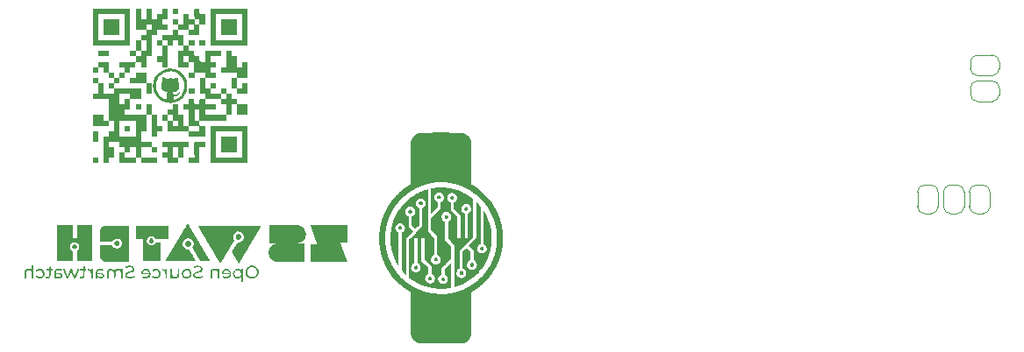
<source format=gbr>
%TF.GenerationSoftware,KiCad,Pcbnew,9.0.6+1*%
%TF.CreationDate,2025-12-31T10:00:21+00:00*%
%TF.ProjectId,ZSWatch-Watch-DevKit,5a535761-7463-4682-9d57-617463682d44,1.2.2*%
%TF.SameCoordinates,Original*%
%TF.FileFunction,Legend,Bot*%
%TF.FilePolarity,Positive*%
%FSLAX46Y46*%
G04 Gerber Fmt 4.6, Leading zero omitted, Abs format (unit mm)*
G04 Created by KiCad (PCBNEW 9.0.6+1) date 2025-12-31 10:00:21*
%MOMM*%
%LPD*%
G01*
G04 APERTURE LIST*
G04 Aperture macros list*
%AMFreePoly0*
4,1,23,0.500000,-0.750000,0.000000,-0.750000,0.000000,-0.745722,-0.065263,-0.745722,-0.191342,-0.711940,-0.304381,-0.646677,-0.396677,-0.554381,-0.461940,-0.441342,-0.495722,-0.315263,-0.495722,-0.250000,-0.500000,-0.250000,-0.500000,0.250000,-0.495722,0.250000,-0.495722,0.315263,-0.461940,0.441342,-0.396677,0.554381,-0.304381,0.646677,-0.191342,0.711940,-0.065263,0.745722,0.000000,0.745722,
0.000000,0.750000,0.500000,0.750000,0.500000,-0.750000,0.500000,-0.750000,$1*%
%AMFreePoly1*
4,1,23,0.000000,0.745722,0.065263,0.745722,0.191342,0.711940,0.304381,0.646677,0.396677,0.554381,0.461940,0.441342,0.495722,0.315263,0.495722,0.250000,0.500000,0.250000,0.500000,-0.250000,0.495722,-0.250000,0.495722,-0.315263,0.461940,-0.441342,0.396677,-0.554381,0.304381,-0.646677,0.191342,-0.711940,0.065263,-0.745722,0.000000,-0.745722,0.000000,-0.750000,-0.500000,-0.750000,
-0.500000,0.750000,0.000000,0.750000,0.000000,0.745722,0.000000,0.745722,$1*%
G04 Aperture macros list end*
%ADD10C,0.000000*%
%ADD11C,0.120000*%
%ADD12R,1.700000X1.700000*%
%ADD13C,1.700000*%
%ADD14C,2.900000*%
%ADD15C,5.000000*%
%ADD16C,0.650000*%
%ADD17O,0.950000X0.650000*%
%ADD18O,0.800000X1.400000*%
%ADD19FreePoly0,0.000000*%
%ADD20FreePoly1,0.000000*%
%ADD21FreePoly0,270.000000*%
%ADD22FreePoly1,270.000000*%
G04 APERTURE END LIST*
D10*
%TO.C,G\u002A\u002A\u002A*%
G36*
X199437297Y-145943910D02*
G01*
X199491213Y-145985174D01*
X199512938Y-146013257D01*
X199540227Y-146078518D01*
X199541507Y-146145955D01*
X199517245Y-146209953D01*
X199467909Y-146264898D01*
X199433285Y-146283339D01*
X199368073Y-146293161D01*
X199349061Y-146292497D01*
X199277568Y-146275237D01*
X199223731Y-146236274D01*
X199189787Y-146177856D01*
X199177976Y-146102230D01*
X199185836Y-146048689D01*
X199214967Y-145993258D01*
X199260302Y-145952964D01*
X199316218Y-145929907D01*
X199377090Y-145926188D01*
X199437297Y-145943910D01*
G37*
G36*
X201564641Y-138136389D02*
G01*
X201622574Y-138166694D01*
X201661605Y-138218412D01*
X201677906Y-138264495D01*
X201680717Y-138334810D01*
X201656042Y-138399482D01*
X201604587Y-138455573D01*
X201569316Y-138474295D01*
X201509904Y-138485343D01*
X201447444Y-138480170D01*
X201393832Y-138458606D01*
X201374366Y-138443947D01*
X201333899Y-138393556D01*
X201315461Y-138335550D01*
X201317354Y-138275530D01*
X201337880Y-138219099D01*
X201375339Y-138171856D01*
X201428035Y-138139403D01*
X201494268Y-138127340D01*
X201564641Y-138136389D01*
G37*
G36*
X200261585Y-138072774D02*
G01*
X200323325Y-138095601D01*
X200375193Y-138136737D01*
X200410931Y-138190321D01*
X200424284Y-138250492D01*
X200419212Y-138291455D01*
X200395214Y-138351417D01*
X200356764Y-138401487D01*
X200309730Y-138432349D01*
X200280165Y-138440425D01*
X200213476Y-138440238D01*
X200151513Y-138417769D01*
X200100076Y-138376978D01*
X200064962Y-138321826D01*
X200051969Y-138256274D01*
X200053647Y-138233081D01*
X200074779Y-138170997D01*
X200115455Y-138119018D01*
X200169725Y-138083309D01*
X200231642Y-138070036D01*
X200261585Y-138072774D01*
G37*
G36*
X200680763Y-145987624D02*
G01*
X200737851Y-146017635D01*
X200783068Y-146068222D01*
X200800864Y-146107673D01*
X200808857Y-146173263D01*
X200794457Y-146237059D01*
X200759793Y-146291736D01*
X200706994Y-146329974D01*
X200701078Y-146332525D01*
X200635302Y-146346326D01*
X200572928Y-146336170D01*
X200518147Y-146306342D01*
X200475150Y-146261130D01*
X200448127Y-146204820D01*
X200441268Y-146141700D01*
X200458765Y-146076055D01*
X200461655Y-146070246D01*
X200502250Y-146019500D01*
X200556564Y-145988711D01*
X200618201Y-145978034D01*
X200680763Y-145987624D01*
G37*
G36*
X196547997Y-141035136D02*
G01*
X196588595Y-141054507D01*
X196634997Y-141098882D01*
X196662074Y-141155789D01*
X196668456Y-141218909D01*
X196652778Y-141281925D01*
X196613670Y-141338520D01*
X196600215Y-141351268D01*
X196573239Y-141369278D01*
X196539845Y-141377430D01*
X196488977Y-141379342D01*
X196463344Y-141378434D01*
X196391320Y-141362355D01*
X196339777Y-141326255D01*
X196308794Y-141270209D01*
X196298449Y-141194293D01*
X196301158Y-141160253D01*
X196315743Y-141124859D01*
X196348379Y-141086826D01*
X196408351Y-141042928D01*
X196475957Y-141024966D01*
X196547997Y-141035136D01*
G37*
G36*
X202423119Y-145387632D02*
G01*
X202484621Y-145407576D01*
X202535163Y-145447854D01*
X202536097Y-145448971D01*
X202573592Y-145514064D01*
X202585693Y-145583698D01*
X202573449Y-145651919D01*
X202537908Y-145712772D01*
X202480119Y-145760303D01*
X202463973Y-145767361D01*
X202411409Y-145776093D01*
X202352636Y-145772250D01*
X202301462Y-145756152D01*
X202268108Y-145733427D01*
X202225980Y-145680458D01*
X202202961Y-145615136D01*
X202201088Y-145544676D01*
X202222399Y-145476292D01*
X202245749Y-145443179D01*
X202296393Y-145406097D01*
X202357946Y-145387360D01*
X202423119Y-145387632D01*
G37*
G36*
X197503577Y-139439530D02*
G01*
X197558162Y-139461237D01*
X197603156Y-139498956D01*
X197633726Y-139552521D01*
X197645040Y-139621768D01*
X197639858Y-139673494D01*
X197618496Y-139724829D01*
X197576196Y-139778412D01*
X197567541Y-139787323D01*
X197541592Y-139806759D01*
X197509366Y-139815652D01*
X197459757Y-139817755D01*
X197389029Y-139808923D01*
X197323854Y-139780293D01*
X197276498Y-139735074D01*
X197250316Y-139676595D01*
X197248661Y-139608186D01*
X197255882Y-139576969D01*
X197285950Y-139516133D01*
X197330586Y-139472137D01*
X197384956Y-139444814D01*
X197444231Y-139434001D01*
X197503577Y-139439530D01*
G37*
G36*
X199996801Y-144109818D02*
G01*
X200048145Y-144147671D01*
X200082386Y-144203530D01*
X200094840Y-144273795D01*
X200092504Y-144315339D01*
X200079869Y-144354599D01*
X200051173Y-144393561D01*
X200038761Y-144406694D01*
X200004483Y-144435416D01*
X199975962Y-144450014D01*
X199911570Y-144454809D01*
X199840799Y-144436548D01*
X199781606Y-144393157D01*
X199761282Y-144370500D01*
X199743371Y-144342544D01*
X199737575Y-144311346D01*
X199739816Y-144264339D01*
X199743112Y-144237620D01*
X199764901Y-144172983D01*
X199806254Y-144128075D01*
X199869204Y-144100318D01*
X199933035Y-144093573D01*
X199996801Y-144109818D01*
G37*
G36*
X201007697Y-139972090D02*
G01*
X201062099Y-140004196D01*
X201102110Y-140054482D01*
X201122156Y-140120354D01*
X201123022Y-140129374D01*
X201116732Y-140201865D01*
X201085445Y-140260452D01*
X201029351Y-140304755D01*
X201022991Y-140308056D01*
X200955929Y-140327069D01*
X200890257Y-140319255D01*
X200830668Y-140286053D01*
X200781857Y-140228902D01*
X200779338Y-140224638D01*
X200761304Y-140184616D01*
X200753889Y-140150428D01*
X200753896Y-140148843D01*
X200766445Y-140088493D01*
X200798269Y-140031439D01*
X200842511Y-139990087D01*
X200878017Y-139972808D01*
X200944478Y-139960762D01*
X201007697Y-139972090D01*
G37*
G36*
X202924925Y-139200014D02*
G01*
X202986262Y-139242990D01*
X202999736Y-139257262D01*
X203015570Y-139282846D01*
X203022791Y-139316560D01*
X203024507Y-139368617D01*
X203022285Y-139414450D01*
X203007866Y-139469570D01*
X202976529Y-139509283D01*
X202924225Y-139540531D01*
X202909573Y-139546420D01*
X202844685Y-139555240D01*
X202781419Y-139538883D01*
X202725533Y-139499740D01*
X202682787Y-139440203D01*
X202680962Y-139436439D01*
X202663819Y-139370485D01*
X202675002Y-139306782D01*
X202714200Y-139247228D01*
X202731159Y-139230814D01*
X202792555Y-139194002D01*
X202858750Y-139183710D01*
X202924925Y-139200014D01*
G37*
G36*
X204384523Y-143026905D02*
G01*
X204422758Y-143032037D01*
X204456546Y-143049024D01*
X204497058Y-143083128D01*
X204524188Y-143109488D01*
X204546101Y-143137987D01*
X204555064Y-143167918D01*
X204556372Y-143210662D01*
X204545111Y-143285019D01*
X204512933Y-143341214D01*
X204459607Y-143378405D01*
X204420915Y-143391168D01*
X204352158Y-143394969D01*
X204289787Y-143376362D01*
X204238909Y-143338431D01*
X204204636Y-143284259D01*
X204192076Y-143216930D01*
X204192611Y-143200105D01*
X204209366Y-143128504D01*
X204247589Y-143073888D01*
X204304544Y-143039064D01*
X204377498Y-143026832D01*
X204384523Y-143026905D01*
G37*
G36*
X203504822Y-144612641D02*
G01*
X203532916Y-144633275D01*
X203576004Y-144677251D01*
X203598318Y-144727041D01*
X203604692Y-144791295D01*
X203604686Y-144798336D01*
X203603009Y-144841659D01*
X203594799Y-144871008D01*
X203574917Y-144897180D01*
X203538226Y-144930973D01*
X203495256Y-144965203D01*
X203457745Y-144984189D01*
X203419813Y-144989495D01*
X203349863Y-144977673D01*
X203290649Y-144943921D01*
X203247442Y-144893186D01*
X203223156Y-144830423D01*
X203220704Y-144760592D01*
X203243001Y-144688649D01*
X203274221Y-144646652D01*
X203326582Y-144610578D01*
X203387965Y-144591290D01*
X203450125Y-144591180D01*
X203504822Y-144612641D01*
G37*
G36*
X198068791Y-144878190D02*
G01*
X198104041Y-144894541D01*
X198151076Y-144937655D01*
X198179720Y-144994022D01*
X198188382Y-145056944D01*
X198175474Y-145119724D01*
X198139406Y-145175665D01*
X198132748Y-145182294D01*
X198098695Y-145209219D01*
X198069319Y-145223185D01*
X198062965Y-145224386D01*
X197984348Y-145228923D01*
X197919636Y-145210255D01*
X197864660Y-145167241D01*
X197846173Y-145142386D01*
X197834494Y-145106540D01*
X197831331Y-145053722D01*
X197831371Y-145045302D01*
X197835031Y-144997232D01*
X197847858Y-144962295D01*
X197874410Y-144927102D01*
X197876514Y-144924738D01*
X197931841Y-144881957D01*
X197995977Y-144866430D01*
X198068791Y-144878190D01*
G37*
G36*
X198475203Y-138643612D02*
G01*
X198547164Y-138659845D01*
X198604223Y-138695099D01*
X198644408Y-138744489D01*
X198665744Y-138803130D01*
X198666257Y-138866139D01*
X198643976Y-138928631D01*
X198596926Y-138985722D01*
X198588734Y-138992775D01*
X198554752Y-139016432D01*
X198518989Y-139027278D01*
X198468130Y-139029878D01*
X198449601Y-139029687D01*
X198406023Y-139025270D01*
X198373523Y-139011395D01*
X198338937Y-138983319D01*
X198301822Y-138939860D01*
X198274115Y-138874926D01*
X198271910Y-138807527D01*
X198295123Y-138743002D01*
X198343667Y-138686686D01*
X198363934Y-138671127D01*
X198407799Y-138649112D01*
X198458488Y-138643076D01*
X198475203Y-138643612D01*
G37*
G36*
X173573294Y-145168277D02*
G01*
X173649020Y-145184621D01*
X173730571Y-145219602D01*
X173792119Y-145270833D01*
X173835280Y-145319990D01*
X173835280Y-145247861D01*
X173835280Y-145175733D01*
X173914073Y-145175733D01*
X173992866Y-145175733D01*
X173992866Y-145634165D01*
X173992866Y-146092597D01*
X173914073Y-146092597D01*
X173835280Y-146092597D01*
X173835200Y-145831147D01*
X173834592Y-145756326D01*
X173832535Y-145673650D01*
X173829289Y-145602245D01*
X173825127Y-145547904D01*
X173820323Y-145516420D01*
X173813038Y-145494607D01*
X173772212Y-145425627D01*
X173712019Y-145370146D01*
X173638953Y-145333070D01*
X173559504Y-145319307D01*
X173505781Y-145318993D01*
X173505781Y-145238573D01*
X173505781Y-145158153D01*
X173573294Y-145168277D01*
G37*
G36*
X166382177Y-145168127D02*
G01*
X166466226Y-145188115D01*
X166550452Y-145226598D01*
X166615095Y-145278455D01*
X166657953Y-145325378D01*
X166657953Y-145250555D01*
X166657953Y-145175733D01*
X166736746Y-145175733D01*
X166815539Y-145175733D01*
X166815539Y-145634165D01*
X166815539Y-146092597D01*
X166729583Y-146092597D01*
X166643627Y-146092597D01*
X166643312Y-145816821D01*
X166643213Y-145772509D01*
X166642468Y-145684368D01*
X166640699Y-145618269D01*
X166637525Y-145569547D01*
X166632562Y-145533538D01*
X166625428Y-145505578D01*
X166615738Y-145481002D01*
X166590348Y-145435610D01*
X166531780Y-145373691D01*
X166456864Y-145334695D01*
X166367851Y-145320083D01*
X166314129Y-145318993D01*
X166314129Y-145238573D01*
X166314129Y-145158153D01*
X166382177Y-145168127D01*
G37*
G36*
X172537190Y-142235412D02*
G01*
X172596346Y-142252108D01*
X172641390Y-142285698D01*
X172679315Y-142339868D01*
X172692711Y-142372186D01*
X172702443Y-142434352D01*
X172698480Y-142501161D01*
X172682374Y-142564538D01*
X172655678Y-142616408D01*
X172619945Y-142648697D01*
X172595438Y-142662859D01*
X172569804Y-142682562D01*
X172561380Y-142687304D01*
X172528760Y-142693172D01*
X172483732Y-142694452D01*
X172436523Y-142691553D01*
X172397361Y-142684883D01*
X172376471Y-142674849D01*
X172365663Y-142664221D01*
X172338847Y-142646032D01*
X172307718Y-142617848D01*
X172277271Y-142570329D01*
X172254780Y-142515172D01*
X172245715Y-142463121D01*
X172249858Y-142417826D01*
X172278498Y-142341802D01*
X172332651Y-142273183D01*
X172358304Y-142251222D01*
X172384393Y-142238516D01*
X172419811Y-142232963D01*
X172474200Y-142231739D01*
X172537190Y-142235412D01*
G37*
G36*
X165074862Y-142812092D02*
G01*
X165139430Y-142825074D01*
X165202191Y-142854745D01*
X165249908Y-142895054D01*
X165259028Y-142907193D01*
X165273031Y-142936231D01*
X165279997Y-142975441D01*
X165282047Y-143033995D01*
X165277590Y-143107085D01*
X165259943Y-143166369D01*
X165226009Y-143210175D01*
X165172759Y-143244336D01*
X165154839Y-143252297D01*
X165103137Y-143264925D01*
X165039345Y-143264304D01*
X165007282Y-143260256D01*
X164971661Y-143251844D01*
X164955776Y-143242412D01*
X164953976Y-143238542D01*
X164935700Y-143227396D01*
X164932981Y-143226939D01*
X164911548Y-143213742D01*
X164883796Y-143188000D01*
X164881654Y-143185677D01*
X164859863Y-143154853D01*
X164847502Y-143116270D01*
X164841118Y-143059539D01*
X164844883Y-142979125D01*
X164870186Y-142907816D01*
X164916553Y-142855368D01*
X164982865Y-142823002D01*
X165068001Y-142811942D01*
X165074862Y-142812092D01*
G37*
G36*
X169332256Y-142544865D02*
G01*
X169355738Y-142571305D01*
X169391976Y-142631351D01*
X169406483Y-142698110D01*
X169401689Y-142779805D01*
X169400168Y-142789325D01*
X169388495Y-142831627D01*
X169366093Y-142867686D01*
X169326458Y-142908643D01*
X169313190Y-142920965D01*
X169280597Y-142948418D01*
X169252320Y-142962904D01*
X169217374Y-142968562D01*
X169164768Y-142969528D01*
X169117341Y-142968143D01*
X169073381Y-142961305D01*
X169050395Y-142948039D01*
X169038241Y-142936522D01*
X169016010Y-142926550D01*
X169006590Y-142924078D01*
X168981771Y-142904855D01*
X168959667Y-142876104D01*
X168950113Y-142849348D01*
X168946825Y-142836246D01*
X168928624Y-142811942D01*
X168923513Y-142806506D01*
X168910623Y-142772215D01*
X168907902Y-142723854D01*
X168915160Y-142671414D01*
X168932206Y-142624886D01*
X168939472Y-142612758D01*
X168970731Y-142570810D01*
X169007417Y-142530994D01*
X169020650Y-142518624D01*
X169045860Y-142498959D01*
X169072210Y-142488337D01*
X169108868Y-142483970D01*
X169165003Y-142483069D01*
X169272448Y-142482918D01*
X169332256Y-142544865D01*
G37*
G36*
X176061997Y-142483033D02*
G01*
X176105336Y-142488323D01*
X176140357Y-142502356D01*
X176179746Y-142529004D01*
X176202937Y-142548113D01*
X176234646Y-142581185D01*
X176250796Y-142607980D01*
X176260282Y-142629693D01*
X176280978Y-142652376D01*
X176286934Y-142657824D01*
X176300822Y-142687186D01*
X176309822Y-142730348D01*
X176311652Y-142752006D01*
X176307426Y-142801448D01*
X176286817Y-142847939D01*
X176280317Y-142859372D01*
X176263227Y-142894607D01*
X176256374Y-142917623D01*
X176246588Y-142938619D01*
X176221408Y-142965606D01*
X176191079Y-142988511D01*
X176165884Y-142998180D01*
X176148481Y-143002665D01*
X176119433Y-143019214D01*
X176115919Y-143021627D01*
X176082008Y-143034271D01*
X176037423Y-143040421D01*
X175991804Y-143040054D01*
X175954790Y-143033145D01*
X175936021Y-143019669D01*
X175922021Y-143005768D01*
X175891510Y-142998180D01*
X175867536Y-142995383D01*
X175855246Y-142987047D01*
X175853323Y-142981701D01*
X175837545Y-142958772D01*
X175811045Y-142927520D01*
X175779081Y-142881900D01*
X175751167Y-142804382D01*
X175744357Y-142767501D01*
X175743334Y-142732616D01*
X175752542Y-142698621D01*
X175773915Y-142652601D01*
X175817076Y-142585721D01*
X175874592Y-142529004D01*
X175899219Y-142511439D01*
X175934469Y-142492750D01*
X175972887Y-142484376D01*
X176027158Y-142482444D01*
X176061997Y-142483033D01*
G37*
G36*
X162749894Y-145063980D02*
G01*
X162754118Y-145168570D01*
X162836492Y-145172866D01*
X162918867Y-145177162D01*
X162918867Y-145240915D01*
X162918867Y-145304667D01*
X162832911Y-145304667D01*
X162746955Y-145304667D01*
X162746955Y-145605973D01*
X162746885Y-145649474D01*
X162745902Y-145752290D01*
X162743610Y-145830958D01*
X162739818Y-145888778D01*
X162734340Y-145929049D01*
X162726986Y-145955071D01*
X162722038Y-145965602D01*
X162682640Y-146017220D01*
X162625769Y-146061231D01*
X162560717Y-146090090D01*
X162547610Y-146093662D01*
X162488138Y-146104056D01*
X162430789Y-146101178D01*
X162362005Y-146084657D01*
X162315117Y-146067844D01*
X162285096Y-146046194D01*
X162277514Y-146017414D01*
X162289084Y-145976634D01*
X162297368Y-145958762D01*
X162313995Y-145941010D01*
X162337275Y-145942919D01*
X162347743Y-145945855D01*
X162387520Y-145953526D01*
X162435101Y-145959708D01*
X162447756Y-145960862D01*
X162487471Y-145960871D01*
X162515772Y-145949779D01*
X162546128Y-145923152D01*
X162589369Y-145879911D01*
X162589369Y-145592289D01*
X162589369Y-145304667D01*
X162460435Y-145304667D01*
X162331501Y-145304667D01*
X162331501Y-145240200D01*
X162331501Y-145175733D01*
X162459807Y-145175733D01*
X162588113Y-145175733D01*
X162592323Y-145071869D01*
X162596532Y-144968006D01*
X162671101Y-144963698D01*
X162745670Y-144959390D01*
X162749894Y-145063980D01*
G37*
G36*
X174482456Y-145459125D02*
G01*
X174483004Y-145491836D01*
X174484794Y-145581630D01*
X174487004Y-145648933D01*
X174490181Y-145698461D01*
X174494872Y-145734929D01*
X174501622Y-145763053D01*
X174510979Y-145787549D01*
X174523489Y-145813132D01*
X174538064Y-145837636D01*
X174593087Y-145895599D01*
X174663496Y-145935120D01*
X174743088Y-145954384D01*
X174825659Y-145951571D01*
X174905005Y-145924867D01*
X174912919Y-145920701D01*
X174944906Y-145901460D01*
X174969648Y-145879707D01*
X174988141Y-145851708D01*
X175001383Y-145813728D01*
X175010369Y-145762034D01*
X175016096Y-145692891D01*
X175019560Y-145602565D01*
X175021758Y-145487323D01*
X175026341Y-145175733D01*
X175104132Y-145175733D01*
X175181924Y-145175733D01*
X175181844Y-145487323D01*
X175181768Y-145517935D01*
X175180696Y-145611347D01*
X175178518Y-145696408D01*
X175175436Y-145768044D01*
X175171652Y-145821180D01*
X175167368Y-145850740D01*
X175134438Y-145927273D01*
X175076180Y-146000057D01*
X174999678Y-146055895D01*
X174909730Y-146090325D01*
X174868379Y-146097497D01*
X174772485Y-146098319D01*
X174676646Y-146080304D01*
X174589416Y-146045519D01*
X174519346Y-145996029D01*
X174479950Y-145958302D01*
X174479950Y-146025449D01*
X174479950Y-146092597D01*
X174401157Y-146092597D01*
X174322364Y-146092597D01*
X174322364Y-145634165D01*
X174322364Y-145175733D01*
X174400081Y-145175733D01*
X174477799Y-145175733D01*
X174482456Y-145459125D01*
G37*
G36*
X178565459Y-145170232D02*
G01*
X178674022Y-145184393D01*
X178764136Y-145218097D01*
X178838635Y-145272300D01*
X178878032Y-145310027D01*
X178878032Y-145242880D01*
X178878032Y-145175733D01*
X178949662Y-145175733D01*
X179021292Y-145175733D01*
X179021292Y-145634165D01*
X179021292Y-146092597D01*
X178942499Y-146092597D01*
X178863706Y-146092597D01*
X178863391Y-145809658D01*
X178863294Y-145765650D01*
X178862552Y-145675545D01*
X178860810Y-145607726D01*
X178857714Y-145557669D01*
X178852913Y-145520848D01*
X178846052Y-145492741D01*
X178836778Y-145468823D01*
X178801313Y-145411433D01*
X178744115Y-145358722D01*
X178675872Y-145323992D01*
X178601800Y-145307623D01*
X178527115Y-145309997D01*
X178457035Y-145331494D01*
X178396775Y-145372495D01*
X178351551Y-145433382D01*
X178347191Y-145442147D01*
X178337405Y-145464671D01*
X178330217Y-145489030D01*
X178325230Y-145519695D01*
X178322046Y-145561133D01*
X178320265Y-145617815D01*
X178319488Y-145694210D01*
X178319318Y-145794786D01*
X178319318Y-146092597D01*
X178239588Y-146092597D01*
X178159857Y-146092597D01*
X178164376Y-145752354D01*
X178165401Y-145680593D01*
X178167500Y-145580219D01*
X178170765Y-145502023D01*
X178176003Y-145441943D01*
X178184023Y-145395918D01*
X178195631Y-145359884D01*
X178211637Y-145329782D01*
X178232846Y-145301548D01*
X178260068Y-145271121D01*
X178306962Y-145228133D01*
X178367833Y-145193903D01*
X178441214Y-145175280D01*
X178534208Y-145169633D01*
X178565459Y-145170232D01*
G37*
G36*
X180939302Y-141810606D02*
G01*
X180962465Y-141823448D01*
X180971701Y-141831196D01*
X180999126Y-141837774D01*
X181014971Y-141840345D01*
X181026932Y-141852100D01*
X181029356Y-141858691D01*
X181048421Y-141866426D01*
X181058307Y-141868043D01*
X181069910Y-141880752D01*
X181069915Y-141881016D01*
X181079571Y-141900616D01*
X181102144Y-141927312D01*
X181110817Y-141936638D01*
X181123245Y-141956386D01*
X181130372Y-141983564D01*
X181133611Y-142025240D01*
X181134377Y-142088481D01*
X181134214Y-142123342D01*
X181132384Y-142174882D01*
X181127371Y-142208402D01*
X181117762Y-142230968D01*
X181102144Y-142249649D01*
X181101497Y-142250293D01*
X181075078Y-142272624D01*
X181056296Y-142281880D01*
X181049085Y-142283871D01*
X181031225Y-142301058D01*
X181019245Y-142315194D01*
X180991117Y-142336438D01*
X180966124Y-142344152D01*
X180920651Y-142350482D01*
X180866864Y-142353075D01*
X180825211Y-142352535D01*
X180784280Y-142347842D01*
X180754014Y-142335983D01*
X180723984Y-142314114D01*
X180700675Y-142294649D01*
X180660292Y-142258824D01*
X180635966Y-142229322D01*
X180623629Y-142197624D01*
X180619210Y-142155212D01*
X180618641Y-142093565D01*
X180619307Y-142043553D01*
X180622947Y-141994552D01*
X180630723Y-141962877D01*
X180643712Y-141942014D01*
X180660021Y-141920662D01*
X180668782Y-141900557D01*
X180676499Y-141890498D01*
X180703789Y-141870764D01*
X180743994Y-141847738D01*
X180789013Y-141828836D01*
X180844760Y-141814169D01*
X180897462Y-141807802D01*
X180939302Y-141810606D01*
G37*
G36*
X161784292Y-145177316D02*
G01*
X161896207Y-145206930D01*
X161990988Y-145259491D01*
X162068695Y-145335037D01*
X162129387Y-145433601D01*
X162146797Y-145473931D01*
X162159132Y-145517158D01*
X162164859Y-145566899D01*
X162165989Y-145634165D01*
X162159273Y-145731379D01*
X162136079Y-145821236D01*
X162093721Y-145898736D01*
X162029509Y-145970511D01*
X162019069Y-145980179D01*
X161973516Y-146018475D01*
X161929985Y-146045483D01*
X161878379Y-146066523D01*
X161808602Y-146086915D01*
X161764971Y-146095892D01*
X161667722Y-146100072D01*
X161570199Y-146085527D01*
X161479104Y-146054237D01*
X161401141Y-146008182D01*
X161343012Y-145949344D01*
X161313225Y-145907513D01*
X161371650Y-145868849D01*
X161430074Y-145830186D01*
X161476131Y-145874826D01*
X161487681Y-145885470D01*
X161563479Y-145934245D01*
X161647989Y-145958477D01*
X161735846Y-145958064D01*
X161821685Y-145932905D01*
X161900143Y-145882897D01*
X161956505Y-145817539D01*
X161991809Y-145733685D01*
X162003913Y-145633072D01*
X161997331Y-145561743D01*
X161969135Y-145477928D01*
X161922415Y-145408367D01*
X161861171Y-145354887D01*
X161789403Y-145319313D01*
X161711114Y-145303472D01*
X161630303Y-145309191D01*
X161550972Y-145338294D01*
X161477120Y-145392610D01*
X161432159Y-145436123D01*
X161373637Y-145397395D01*
X161359503Y-145387748D01*
X161332353Y-145363603D01*
X161326660Y-145340641D01*
X161342806Y-145312595D01*
X161381170Y-145273201D01*
X161402342Y-145254539D01*
X161480710Y-145206489D01*
X161574362Y-145178750D01*
X161686831Y-145170132D01*
X161784292Y-145177316D01*
G37*
G36*
X166041935Y-145068288D02*
G01*
X166041935Y-145175733D01*
X166120728Y-145175733D01*
X166199521Y-145175733D01*
X166199521Y-145240200D01*
X166199521Y-145304667D01*
X166121517Y-145304667D01*
X166043514Y-145304667D01*
X166039143Y-145609094D01*
X166038916Y-145624689D01*
X166037207Y-145723721D01*
X166035126Y-145799017D01*
X166032260Y-145854901D01*
X166028198Y-145895699D01*
X166022529Y-145925736D01*
X166014841Y-145949337D01*
X166004723Y-145970826D01*
X165976938Y-146011497D01*
X165915599Y-146061930D01*
X165836497Y-146093204D01*
X165797939Y-146101152D01*
X165766865Y-146105456D01*
X165753167Y-146105330D01*
X165708542Y-146099203D01*
X165656891Y-146087272D01*
X165610046Y-146072540D01*
X165579841Y-146058008D01*
X165575625Y-146054774D01*
X165563218Y-146040468D01*
X165563829Y-146020855D01*
X165577062Y-145985634D01*
X165592553Y-145953754D01*
X165608720Y-145939744D01*
X165630865Y-145942339D01*
X165635292Y-145943751D01*
X165702084Y-145958023D01*
X165763350Y-145959332D01*
X165809224Y-145947398D01*
X165810185Y-145946881D01*
X165834335Y-145930264D01*
X165852723Y-145907486D01*
X165866097Y-145874804D01*
X165875200Y-145828474D01*
X165880780Y-145764752D01*
X165883581Y-145679894D01*
X165884349Y-145570158D01*
X165884349Y-145304667D01*
X165748252Y-145304667D01*
X165612155Y-145304667D01*
X165612155Y-145240737D01*
X165612155Y-145176808D01*
X165744670Y-145172689D01*
X165877186Y-145168570D01*
X165881395Y-145064706D01*
X165885604Y-144960843D01*
X165963770Y-144960843D01*
X166041935Y-144960843D01*
X166041935Y-145068288D01*
G37*
G36*
X173008384Y-145175999D02*
G01*
X173086320Y-145194650D01*
X173142313Y-145220320D01*
X173221688Y-145276721D01*
X173291428Y-145349146D01*
X173343532Y-145430264D01*
X173353691Y-145451852D01*
X173372056Y-145501645D01*
X173381088Y-145553023D01*
X173383633Y-145619404D01*
X173379668Y-145692830D01*
X173353804Y-145806258D01*
X173304614Y-145903583D01*
X173232975Y-145983658D01*
X173139765Y-146045334D01*
X173025860Y-146087465D01*
X172987552Y-146095434D01*
X172888657Y-146100740D01*
X172789968Y-146086852D01*
X172697999Y-146055702D01*
X172619262Y-146009222D01*
X172560271Y-145949344D01*
X172530484Y-145907513D01*
X172588201Y-145869317D01*
X172645919Y-145831121D01*
X172702360Y-145882113D01*
X172744820Y-145914444D01*
X172825064Y-145950478D01*
X172909669Y-145962288D01*
X172993517Y-145950872D01*
X173071488Y-145917228D01*
X173138463Y-145862354D01*
X173189323Y-145787245D01*
X173210187Y-145723233D01*
X173219223Y-145640092D01*
X173213387Y-145556062D01*
X173192544Y-145483619D01*
X173151544Y-145417970D01*
X173088544Y-145360739D01*
X173013269Y-145323050D01*
X172931080Y-145305934D01*
X172847339Y-145310421D01*
X172767407Y-145337540D01*
X172696644Y-145388323D01*
X172648428Y-145435467D01*
X172590021Y-145396815D01*
X172570308Y-145383209D01*
X172542523Y-145361389D01*
X172531613Y-145348648D01*
X172532498Y-145344839D01*
X172548799Y-145322792D01*
X172580632Y-145292069D01*
X172621418Y-145258229D01*
X172664575Y-145226829D01*
X172703525Y-145203428D01*
X172752351Y-145185499D01*
X172831600Y-145171648D01*
X172920210Y-145168407D01*
X173008384Y-145175999D01*
G37*
G36*
X161099465Y-145447927D02*
G01*
X161099465Y-146092597D01*
X161020672Y-146092597D01*
X160941879Y-146092597D01*
X160941879Y-145825646D01*
X160941848Y-145798891D01*
X160940709Y-145692143D01*
X160937303Y-145608729D01*
X160930777Y-145544306D01*
X160920281Y-145494527D01*
X160904963Y-145455048D01*
X160883972Y-145421523D01*
X160856458Y-145389608D01*
X160842737Y-145376323D01*
X160774826Y-145332467D01*
X160696595Y-145309255D01*
X160615130Y-145307092D01*
X160537521Y-145326384D01*
X160470856Y-145367537D01*
X160455178Y-145382403D01*
X160435766Y-145406281D01*
X160421219Y-145435081D01*
X160410852Y-145472758D01*
X160403980Y-145523264D01*
X160399918Y-145590553D01*
X160397983Y-145678577D01*
X160397490Y-145791291D01*
X160397490Y-146092597D01*
X160311534Y-146092597D01*
X160225578Y-146092597D01*
X160225867Y-145831147D01*
X160226383Y-145761107D01*
X160228245Y-145671343D01*
X160231208Y-145589693D01*
X160235012Y-145523003D01*
X160239393Y-145478118D01*
X160248331Y-145430970D01*
X160282326Y-145339465D01*
X160336531Y-145267077D01*
X160412258Y-145211782D01*
X160424373Y-145205263D01*
X160464986Y-145186084D01*
X160502903Y-145175177D01*
X160548556Y-145170325D01*
X160612380Y-145169316D01*
X160641600Y-145169881D01*
X160744669Y-145182379D01*
X160827953Y-145212040D01*
X160894720Y-145259911D01*
X160894855Y-145260041D01*
X160919397Y-145281445D01*
X160934116Y-145290341D01*
X160936155Y-145281768D01*
X160938436Y-145248857D01*
X160940250Y-145195624D01*
X160941447Y-145126720D01*
X160941879Y-145046799D01*
X160941879Y-144803257D01*
X161020672Y-144803257D01*
X161099465Y-144803257D01*
X161099465Y-145447927D01*
G37*
G36*
X176366926Y-145670847D02*
G01*
X176366047Y-145681170D01*
X176342122Y-145795109D01*
X176294375Y-145894659D01*
X176224702Y-145977515D01*
X176134998Y-146041375D01*
X176027158Y-146083935D01*
X176015023Y-146087105D01*
X175931162Y-146102802D01*
X175856089Y-146102854D01*
X175776453Y-146087449D01*
X175682898Y-146054487D01*
X175585588Y-145996410D01*
X175509997Y-145919829D01*
X175456488Y-145825131D01*
X175425424Y-145712705D01*
X175422554Y-145692607D01*
X175422225Y-145650759D01*
X175582117Y-145650759D01*
X175598532Y-145753805D01*
X175600838Y-145761241D01*
X175630785Y-145817180D01*
X175678356Y-145872234D01*
X175735069Y-145917992D01*
X175792441Y-145946044D01*
X175824404Y-145954264D01*
X175915325Y-145960961D01*
X176005242Y-145940822D01*
X176043030Y-145923831D01*
X176110813Y-145873057D01*
X176161077Y-145806491D01*
X176193303Y-145729149D01*
X176206971Y-145646049D01*
X176201562Y-145562208D01*
X176176559Y-145482642D01*
X176131441Y-145412369D01*
X176065691Y-145356406D01*
X176009832Y-145328402D01*
X175920639Y-145307065D01*
X175831686Y-145311504D01*
X175747970Y-145341217D01*
X175674485Y-145395702D01*
X175622181Y-145466258D01*
X175590303Y-145553482D01*
X175582117Y-145650759D01*
X175422225Y-145650759D01*
X175421646Y-145577149D01*
X175446863Y-145467986D01*
X175496857Y-145369108D01*
X175570277Y-145284504D01*
X175618448Y-145246023D01*
X175700564Y-145201648D01*
X175794305Y-145176666D01*
X175906067Y-145168876D01*
X175906246Y-145168876D01*
X175970146Y-145170458D01*
X176018243Y-145177016D01*
X176063278Y-145191415D01*
X176117992Y-145216517D01*
X176207203Y-145272421D01*
X176283158Y-145349892D01*
X176335584Y-145443009D01*
X176363750Y-145550438D01*
X176366272Y-145646049D01*
X176366926Y-145670847D01*
G37*
G36*
X181284800Y-145806077D02*
G01*
X181284800Y-146436421D01*
X181206007Y-146436421D01*
X181127214Y-146436421D01*
X181127214Y-146200042D01*
X181126979Y-146142509D01*
X181125950Y-146071346D01*
X181124244Y-146014670D01*
X181122018Y-145977201D01*
X181119426Y-145963663D01*
X181117700Y-145964128D01*
X181099994Y-145976490D01*
X181072866Y-146000415D01*
X181005842Y-146049394D01*
X180914196Y-146086290D01*
X180812298Y-146101299D01*
X180706081Y-146092922D01*
X180622633Y-146069586D01*
X180524909Y-146018862D01*
X180446106Y-145947951D01*
X180387831Y-145858859D01*
X180351688Y-145753594D01*
X180339284Y-145634165D01*
X180339757Y-145617245D01*
X180498591Y-145617245D01*
X180501551Y-145674873D01*
X180518140Y-145743566D01*
X180524992Y-145763638D01*
X180568310Y-145839389D01*
X180631682Y-145900839D01*
X180708728Y-145941365D01*
X180722718Y-145945929D01*
X180804156Y-145961933D01*
X180879008Y-145954733D01*
X180957026Y-145923633D01*
X180999696Y-145897518D01*
X181063200Y-145835620D01*
X181104161Y-145756685D01*
X181123355Y-145659482D01*
X181123505Y-145597606D01*
X181104374Y-145507233D01*
X181064399Y-145430497D01*
X181007085Y-145369902D01*
X180935936Y-145327948D01*
X180854456Y-145307139D01*
X180766149Y-145309977D01*
X180674520Y-145338964D01*
X180672436Y-145339941D01*
X180602436Y-145385008D01*
X180551818Y-145446784D01*
X180516645Y-145530034D01*
X180509162Y-145556597D01*
X180498591Y-145617245D01*
X180339757Y-145617245D01*
X180340451Y-145592424D01*
X180357095Y-145486540D01*
X180395062Y-145394880D01*
X180456393Y-145311821D01*
X180459871Y-145308041D01*
X180530865Y-145243247D01*
X180606157Y-145200553D01*
X180692767Y-145177038D01*
X180797716Y-145169781D01*
X180858956Y-145172073D01*
X180946061Y-145187700D01*
X181019783Y-145220465D01*
X181087818Y-145273108D01*
X181127214Y-145310027D01*
X181127214Y-145242880D01*
X181127214Y-145175733D01*
X181206007Y-145175733D01*
X181284800Y-145175733D01*
X181284800Y-145597606D01*
X181284800Y-145806077D01*
G37*
G36*
X182823356Y-145567016D02*
G01*
X182795129Y-145684960D01*
X182744549Y-145794509D01*
X182673091Y-145892458D01*
X182582227Y-145975600D01*
X182473433Y-146040731D01*
X182348181Y-146084646D01*
X182236030Y-146102533D01*
X182104361Y-146100463D01*
X181978260Y-146074449D01*
X181861350Y-146026057D01*
X181757258Y-145956853D01*
X181669607Y-145868402D01*
X181602023Y-145762272D01*
X181589829Y-145735816D01*
X181552739Y-145616156D01*
X181540269Y-145491360D01*
X181541467Y-145478148D01*
X181705608Y-145478148D01*
X181715195Y-145581653D01*
X181746665Y-145680334D01*
X181799400Y-145770127D01*
X181872779Y-145846968D01*
X181966184Y-145906794D01*
X181971519Y-145909331D01*
X182022863Y-145928549D01*
X182081696Y-145939887D01*
X182158481Y-145945450D01*
X182198543Y-145945966D01*
X182316251Y-145933302D01*
X182416757Y-145898311D01*
X182501312Y-145840428D01*
X182571166Y-145759088D01*
X182575271Y-145752964D01*
X182613987Y-145687894D01*
X182637723Y-145627406D01*
X182649629Y-145560600D01*
X182652856Y-145476579D01*
X182651457Y-145412019D01*
X182645754Y-145362672D01*
X182633552Y-145320020D01*
X182612655Y-145272943D01*
X182573684Y-145207308D01*
X182499361Y-145126463D01*
X182407559Y-145067137D01*
X182300442Y-145030607D01*
X182180175Y-145018147D01*
X182147600Y-145018903D01*
X182031846Y-145036247D01*
X181932661Y-145076676D01*
X181849417Y-145140424D01*
X181814337Y-145179325D01*
X181754560Y-145272921D01*
X181718523Y-145373883D01*
X181705608Y-145478148D01*
X181541467Y-145478148D01*
X181551594Y-145366456D01*
X181585891Y-145246478D01*
X181642335Y-145136455D01*
X181720102Y-145041420D01*
X181803146Y-144973746D01*
X181912265Y-144914706D01*
X182029612Y-144877825D01*
X182151341Y-144862543D01*
X182273603Y-144868296D01*
X182392549Y-144894524D01*
X182504331Y-144940664D01*
X182605100Y-145006156D01*
X182691008Y-145090436D01*
X182758207Y-145192944D01*
X182759180Y-145194868D01*
X182806855Y-145318765D01*
X182827756Y-145443883D01*
X182826588Y-145476579D01*
X182823356Y-145567016D01*
G37*
G36*
X164895855Y-141565985D02*
G01*
X164895855Y-142196733D01*
X165092837Y-142192747D01*
X165289820Y-142188761D01*
X165293552Y-141561999D01*
X165297284Y-140935236D01*
X166034922Y-140935236D01*
X166772561Y-140935236D01*
X166772561Y-142675845D01*
X166772561Y-144416455D01*
X166034772Y-144416455D01*
X165296983Y-144416455D01*
X165296983Y-143915155D01*
X165296983Y-143413856D01*
X165341480Y-143374349D01*
X165393407Y-143323321D01*
X165452683Y-143241968D01*
X165487077Y-143154199D01*
X165498149Y-143055380D01*
X165487459Y-142940876D01*
X165486868Y-142937447D01*
X165474727Y-142881876D01*
X165460792Y-142839327D01*
X165447560Y-142817526D01*
X165435963Y-142807592D01*
X165425917Y-142792619D01*
X165422776Y-142783363D01*
X165402586Y-142756381D01*
X165368929Y-142722290D01*
X165327942Y-142687666D01*
X165317478Y-142679919D01*
X165229178Y-142632016D01*
X165131438Y-142604878D01*
X165032099Y-142599902D01*
X164939003Y-142618481D01*
X164894079Y-142637059D01*
X164842824Y-142663712D01*
X164797752Y-142692153D01*
X164765603Y-142718077D01*
X164753118Y-142737181D01*
X164750439Y-142746582D01*
X164731106Y-142763784D01*
X164721173Y-142769870D01*
X164709617Y-142791986D01*
X164708181Y-142800466D01*
X164694560Y-142811942D01*
X164690951Y-142812442D01*
X164673275Y-142830423D01*
X164658484Y-142869806D01*
X164647101Y-142924567D01*
X164639644Y-142988679D01*
X164636634Y-143056118D01*
X164638591Y-143120858D01*
X164646036Y-143176875D01*
X164659488Y-143218143D01*
X164660390Y-143219894D01*
X164672790Y-143250917D01*
X164674137Y-143269832D01*
X164676385Y-143279890D01*
X164694200Y-143305548D01*
X164723869Y-143339627D01*
X164759774Y-143376167D01*
X164796293Y-143409207D01*
X164827806Y-143432789D01*
X164867203Y-143457273D01*
X164867203Y-143927524D01*
X164867203Y-144397774D01*
X164714551Y-144407115D01*
X164702919Y-144407743D01*
X164646957Y-144409752D01*
X164567622Y-144411590D01*
X164468973Y-144413207D01*
X164355071Y-144414552D01*
X164229974Y-144415575D01*
X164097742Y-144416226D01*
X163962436Y-144416455D01*
X163362973Y-144416455D01*
X163362973Y-142675845D01*
X163362973Y-140935236D01*
X164129414Y-140935236D01*
X164895855Y-140935236D01*
X164895855Y-141565985D01*
G37*
G36*
X180172253Y-145560281D02*
G01*
X180173769Y-145634165D01*
X180173611Y-145665311D01*
X180171507Y-145724187D01*
X180165652Y-145767220D01*
X180154412Y-145803444D01*
X180136150Y-145841892D01*
X180091766Y-145913379D01*
X180018851Y-145990711D01*
X179928167Y-146047953D01*
X179816385Y-146087664D01*
X179770603Y-146096015D01*
X179681710Y-146099559D01*
X179588964Y-146090710D01*
X179505739Y-146070218D01*
X179469723Y-146055325D01*
X179422158Y-146030486D01*
X179379321Y-146003360D01*
X179348371Y-145978575D01*
X179336464Y-145960758D01*
X179337626Y-145955944D01*
X179350792Y-145931503D01*
X179373906Y-145898336D01*
X179411349Y-145849246D01*
X179453652Y-145884842D01*
X179474756Y-145899512D01*
X179523102Y-145924182D01*
X179576188Y-145943763D01*
X179652779Y-145958698D01*
X179749991Y-145956024D01*
X179838614Y-145929345D01*
X179914964Y-145880502D01*
X179975354Y-145811340D01*
X180016100Y-145723702D01*
X180026043Y-145691469D01*
X179643367Y-145691469D01*
X179260691Y-145691469D01*
X179269300Y-145601931D01*
X179272408Y-145576861D01*
X179420143Y-145576861D01*
X179714119Y-145576861D01*
X179736842Y-145576823D01*
X179823649Y-145575952D01*
X179899346Y-145574069D01*
X179959550Y-145571356D01*
X179999873Y-145567998D01*
X180015932Y-145564180D01*
X180016351Y-145563442D01*
X180016975Y-145537745D01*
X180004894Y-145497383D01*
X179983390Y-145450933D01*
X179955748Y-145406971D01*
X179949466Y-145398953D01*
X179891786Y-145349749D01*
X179819003Y-145318470D01*
X179737815Y-145305514D01*
X179654919Y-145311279D01*
X179577012Y-145336163D01*
X179510792Y-145380562D01*
X179460650Y-145445496D01*
X179430170Y-145530301D01*
X179420143Y-145576861D01*
X179272408Y-145576861D01*
X179274483Y-145560125D01*
X179304102Y-145443869D01*
X179354560Y-145346986D01*
X179426267Y-145268833D01*
X179519630Y-145208771D01*
X179521086Y-145208057D01*
X179567358Y-145187538D01*
X179609130Y-145175641D01*
X179657425Y-145170223D01*
X179723266Y-145169136D01*
X179782769Y-145170556D01*
X179834475Y-145176215D01*
X179878528Y-145188287D01*
X179926142Y-145208972D01*
X180007253Y-145260010D01*
X180085807Y-145338268D01*
X180143566Y-145431847D01*
X180155890Y-145462536D01*
X180166736Y-145506035D01*
X180169961Y-145537745D01*
X180172253Y-145560281D01*
G37*
G36*
X172397231Y-145600871D02*
G01*
X172395788Y-145689027D01*
X172384503Y-145770504D01*
X172363414Y-145835175D01*
X172323270Y-145902854D01*
X172248389Y-145984162D01*
X172153342Y-146045568D01*
X172037366Y-146087664D01*
X171936531Y-146101130D01*
X171826256Y-146093353D01*
X171718796Y-146065303D01*
X171623891Y-146018608D01*
X171588178Y-145992735D01*
X171567719Y-145965709D01*
X171570549Y-145936610D01*
X171594943Y-145898263D01*
X171632330Y-145849246D01*
X171674633Y-145884842D01*
X171695737Y-145899512D01*
X171744084Y-145924182D01*
X171797170Y-145943763D01*
X171873799Y-145958694D01*
X171970975Y-145956004D01*
X172059582Y-145929334D01*
X172135923Y-145880535D01*
X172196297Y-145811455D01*
X172237005Y-145723942D01*
X172246872Y-145691948D01*
X171869925Y-145688127D01*
X171492978Y-145684306D01*
X171497401Y-145591187D01*
X171502616Y-145539431D01*
X171650244Y-145539431D01*
X171651581Y-145564180D01*
X171652382Y-145564845D01*
X171672767Y-145568655D01*
X171716607Y-145571955D01*
X171779440Y-145574552D01*
X171856807Y-145576251D01*
X171944247Y-145576861D01*
X171959187Y-145576843D01*
X172045271Y-145576041D01*
X172120547Y-145574180D01*
X172180552Y-145571454D01*
X172220828Y-145568056D01*
X172236913Y-145564180D01*
X172237332Y-145563442D01*
X172237957Y-145537745D01*
X172225875Y-145497383D01*
X172204372Y-145450933D01*
X172176729Y-145406971D01*
X172170172Y-145398612D01*
X172110909Y-145348336D01*
X172033810Y-145316448D01*
X171944247Y-145305296D01*
X171931178Y-145305520D01*
X171843035Y-145319712D01*
X171768106Y-145354313D01*
X171711765Y-145406971D01*
X171710304Y-145408955D01*
X171682888Y-145453241D01*
X171661774Y-145499592D01*
X171650244Y-145539431D01*
X171502616Y-145539431D01*
X171502820Y-145537405D01*
X171532925Y-145429586D01*
X171586544Y-145335327D01*
X171661661Y-145257681D01*
X171756256Y-145199700D01*
X171763573Y-145196470D01*
X171811978Y-145180424D01*
X171868899Y-145171832D01*
X171944247Y-145169081D01*
X171944823Y-145169079D01*
X172010639Y-145170236D01*
X172058963Y-145175754D01*
X172100789Y-145187762D01*
X172147111Y-145208393D01*
X172226842Y-145258771D01*
X172306271Y-145337584D01*
X172364897Y-145431847D01*
X172370441Y-145445039D01*
X172388794Y-145516165D01*
X172390943Y-145537745D01*
X172397231Y-145600871D01*
G37*
G36*
X168686996Y-145185289D02*
G01*
X168778492Y-145225434D01*
X168853417Y-145284871D01*
X168898621Y-145332796D01*
X168940079Y-145282501D01*
X168980895Y-145240103D01*
X169043670Y-145199417D01*
X169119717Y-145176823D01*
X169215144Y-145169821D01*
X169227171Y-145169915D01*
X169337819Y-145181921D01*
X169428931Y-145214274D01*
X169501387Y-145267272D01*
X169537479Y-145303364D01*
X169537479Y-145239548D01*
X169537479Y-145175733D01*
X169616272Y-145175733D01*
X169695065Y-145175733D01*
X169695065Y-145634165D01*
X169695065Y-146092597D01*
X169616272Y-146092597D01*
X169537479Y-146092597D01*
X169537479Y-145830166D01*
X169537479Y-145829740D01*
X169536390Y-145711209D01*
X169532592Y-145617293D01*
X169525268Y-145544029D01*
X169513603Y-145487455D01*
X169496779Y-145443608D01*
X169473982Y-145408527D01*
X169444394Y-145378248D01*
X169444006Y-145377908D01*
X169375623Y-145333707D01*
X169300518Y-145311071D01*
X169224441Y-145309349D01*
X169153147Y-145327889D01*
X169092388Y-145366041D01*
X169047915Y-145423151D01*
X169045647Y-145427585D01*
X169035592Y-145449981D01*
X169027954Y-145474795D01*
X169022281Y-145506400D01*
X169018121Y-145549169D01*
X169015023Y-145607472D01*
X169012534Y-145685681D01*
X169010204Y-145788169D01*
X169003905Y-146092597D01*
X168926868Y-146092597D01*
X168849831Y-146092597D01*
X168849831Y-145815377D01*
X168849711Y-145757338D01*
X168848435Y-145660144D01*
X168845076Y-145585055D01*
X168838794Y-145527707D01*
X168828749Y-145483738D01*
X168814102Y-145448786D01*
X168794012Y-145418489D01*
X168767640Y-145388483D01*
X168715725Y-145346512D01*
X168644320Y-145315808D01*
X168568560Y-145306108D01*
X168494611Y-145317216D01*
X168428640Y-145348932D01*
X168376811Y-145401059D01*
X168376661Y-145401278D01*
X168365160Y-145418932D01*
X168356402Y-145436638D01*
X168349950Y-145458481D01*
X168345364Y-145488547D01*
X168342206Y-145530921D01*
X168340037Y-145589689D01*
X168338420Y-145668936D01*
X168336915Y-145772748D01*
X168332571Y-146092597D01*
X168245845Y-146092597D01*
X168159118Y-146092597D01*
X168164232Y-145766680D01*
X168169346Y-145440764D01*
X168212324Y-145354808D01*
X168239834Y-145306959D01*
X168296253Y-145242930D01*
X168368173Y-145199419D01*
X168460543Y-145172797D01*
X168478568Y-145169805D01*
X168584998Y-145166169D01*
X168686996Y-145185289D01*
G37*
G36*
X163887505Y-145869963D02*
G01*
X163860801Y-145949555D01*
X163853575Y-145962871D01*
X163810522Y-146016417D01*
X163749178Y-146057035D01*
X163664686Y-146088158D01*
X163626305Y-146096472D01*
X163537228Y-146100823D01*
X163446717Y-146088152D01*
X163363952Y-146060198D01*
X163298114Y-146018701D01*
X163248365Y-145975021D01*
X163248365Y-146033809D01*
X163248365Y-146092597D01*
X163168082Y-146092597D01*
X163087799Y-146092597D01*
X163092870Y-145752354D01*
X163093082Y-145738112D01*
X163251076Y-145738112D01*
X163251461Y-145771253D01*
X163271939Y-145838022D01*
X163316691Y-145896531D01*
X163382775Y-145942220D01*
X163412794Y-145955380D01*
X163496168Y-145975755D01*
X163577890Y-145974520D01*
X163649716Y-145951391D01*
X163675093Y-145935361D01*
X163716637Y-145890418D01*
X163734533Y-145838300D01*
X163727635Y-145784515D01*
X163694800Y-145734572D01*
X163690959Y-145730839D01*
X163658817Y-145707300D01*
X163617646Y-145691308D01*
X163562612Y-145681990D01*
X163488883Y-145678475D01*
X163391625Y-145679890D01*
X163255528Y-145684306D01*
X163251076Y-145738112D01*
X163093082Y-145738112D01*
X163097942Y-145412112D01*
X163142459Y-145333319D01*
X163147867Y-145323894D01*
X163180088Y-145276657D01*
X163217157Y-145242797D01*
X163270383Y-145211548D01*
X163309572Y-145192393D01*
X163344457Y-145179598D01*
X163381650Y-145172679D01*
X163429926Y-145170038D01*
X163498059Y-145170078D01*
X163549605Y-145171858D01*
X163666162Y-145186834D01*
X163762708Y-145216262D01*
X163836480Y-145259414D01*
X163867055Y-145284173D01*
X163835652Y-145337398D01*
X163827109Y-145351595D01*
X163809012Y-145379524D01*
X163799678Y-145390623D01*
X163789873Y-145386711D01*
X163760637Y-145372952D01*
X163719609Y-145352702D01*
X163656544Y-145327439D01*
X163572260Y-145309492D01*
X163488378Y-145306576D01*
X163411158Y-145318230D01*
X163346857Y-145343995D01*
X163301732Y-145383411D01*
X163300749Y-145384792D01*
X163282750Y-145419662D01*
X163268754Y-145462868D01*
X163260475Y-145505696D01*
X163259625Y-145539434D01*
X163267920Y-145555370D01*
X163270122Y-145555838D01*
X163295576Y-145558274D01*
X163342516Y-145561122D01*
X163405123Y-145564064D01*
X163477581Y-145566783D01*
X163510851Y-145568039D01*
X163605676Y-145574233D01*
X163678726Y-145584488D01*
X163735227Y-145600118D01*
X163780402Y-145622436D01*
X163819474Y-145652756D01*
X163822118Y-145655231D01*
X163867345Y-145716926D01*
X163889413Y-145790462D01*
X163888265Y-145838300D01*
X163887505Y-145869963D01*
G37*
G36*
X165483118Y-145243081D02*
G01*
X165471882Y-145271882D01*
X165451739Y-145324787D01*
X165424850Y-145396139D01*
X165392859Y-145481564D01*
X165357407Y-145576689D01*
X165320136Y-145677143D01*
X165319740Y-145678215D01*
X165283616Y-145775730D01*
X165250396Y-145865280D01*
X165221487Y-145943082D01*
X165198295Y-146005355D01*
X165182227Y-146048317D01*
X165174689Y-146068188D01*
X165172768Y-146072451D01*
X165159595Y-146085389D01*
X165133037Y-146090529D01*
X165085616Y-146089677D01*
X165006756Y-146085434D01*
X164876532Y-145745191D01*
X164845927Y-145665855D01*
X164812775Y-145581428D01*
X164783915Y-145509561D01*
X164760801Y-145453818D01*
X164744889Y-145417760D01*
X164737630Y-145404949D01*
X164732076Y-145414283D01*
X164717475Y-145447122D01*
X164695523Y-145500202D01*
X164667665Y-145569952D01*
X164635343Y-145652805D01*
X164600001Y-145745191D01*
X164471050Y-146085434D01*
X164392220Y-146089657D01*
X164313390Y-146093880D01*
X164151827Y-145662751D01*
X164130077Y-145604634D01*
X164091940Y-145502347D01*
X164057560Y-145409652D01*
X164028204Y-145329992D01*
X164005140Y-145266813D01*
X163989636Y-145223560D01*
X163982957Y-145203677D01*
X163981270Y-145195688D01*
X163984656Y-145182709D01*
X164003897Y-145177041D01*
X164045368Y-145175840D01*
X164115088Y-145175947D01*
X164250107Y-145541036D01*
X164252451Y-145547369D01*
X164287976Y-145642378D01*
X164320400Y-145727317D01*
X164348384Y-145798815D01*
X164370588Y-145853501D01*
X164385674Y-145888003D01*
X164392301Y-145898952D01*
X164398463Y-145885404D01*
X164413271Y-145848321D01*
X164435263Y-145791370D01*
X164463060Y-145718154D01*
X164495287Y-145632275D01*
X164530565Y-145537337D01*
X164661655Y-145182896D01*
X164732715Y-145178672D01*
X164803774Y-145174448D01*
X164863113Y-145329095D01*
X164890795Y-145401237D01*
X164925555Y-145491831D01*
X164961820Y-145586347D01*
X164995110Y-145673111D01*
X165004325Y-145697249D01*
X165029279Y-145763915D01*
X165049416Y-145819637D01*
X165062868Y-145859167D01*
X165067767Y-145877256D01*
X165068191Y-145881027D01*
X165080531Y-145892033D01*
X165082096Y-145891704D01*
X165087054Y-145887028D01*
X165094089Y-145874896D01*
X165104150Y-145852869D01*
X165118186Y-145818507D01*
X165137147Y-145769370D01*
X165161982Y-145703020D01*
X165193639Y-145617018D01*
X165233069Y-145508923D01*
X165281220Y-145376297D01*
X165351342Y-145182896D01*
X165431104Y-145178614D01*
X165510867Y-145174333D01*
X165483118Y-145243081D01*
G37*
G36*
X167916021Y-145855853D02*
G01*
X167897205Y-145937024D01*
X167854298Y-146003219D01*
X167788127Y-146053372D01*
X167699516Y-146086414D01*
X167671807Y-146092733D01*
X167625360Y-146101670D01*
X167593430Y-146105704D01*
X167560726Y-146104642D01*
X167484841Y-146090199D01*
X167407514Y-146062755D01*
X167342020Y-146026495D01*
X167273971Y-145978036D01*
X167273971Y-146035317D01*
X167273971Y-146092597D01*
X167202341Y-146092597D01*
X167130711Y-146092597D01*
X167130711Y-145768342D01*
X167131106Y-145682105D01*
X167131194Y-145677143D01*
X167288297Y-145677143D01*
X167288297Y-145755332D01*
X167288710Y-145782127D01*
X167294090Y-145821814D01*
X167310056Y-145853202D01*
X167342020Y-145889845D01*
X167349227Y-145897121D01*
X167400989Y-145937708D01*
X167453046Y-145961998D01*
X167508123Y-145973654D01*
X167589924Y-145976510D01*
X167659589Y-145960963D01*
X167713645Y-145928615D01*
X167748624Y-145881066D01*
X167761055Y-145819916D01*
X167755728Y-145777533D01*
X167734581Y-145738606D01*
X167695065Y-145710186D01*
X167634780Y-145691199D01*
X167551326Y-145680569D01*
X167442302Y-145677223D01*
X167288297Y-145677143D01*
X167131194Y-145677143D01*
X167133021Y-145574015D01*
X167136433Y-145487499D01*
X167141240Y-145424909D01*
X167147337Y-145388595D01*
X167160901Y-145354311D01*
X167202149Y-145290268D01*
X167256583Y-145235436D01*
X167315671Y-145199404D01*
X167368229Y-145183201D01*
X167456511Y-145168955D01*
X167550287Y-145165543D01*
X167636904Y-145173967D01*
X167683540Y-145185063D01*
X167740176Y-145202956D01*
X167795771Y-145224091D01*
X167843693Y-145245708D01*
X167877310Y-145265046D01*
X167889989Y-145279342D01*
X167889828Y-145281187D01*
X167881652Y-145304579D01*
X167864919Y-145338271D01*
X167861546Y-145344352D01*
X167845213Y-145373868D01*
X167837162Y-145388533D01*
X167825878Y-145386072D01*
X167795513Y-145373622D01*
X167753193Y-145353838D01*
X167702185Y-145333278D01*
X167620826Y-145313447D01*
X167537983Y-145305680D01*
X167462493Y-145310606D01*
X167403191Y-145328856D01*
X167389973Y-145336414D01*
X167337279Y-145382788D01*
X167301491Y-145442081D01*
X167288297Y-145505545D01*
X167288297Y-145558926D01*
X167492443Y-145565474D01*
X167511711Y-145566113D01*
X167593026Y-145569658D01*
X167653347Y-145574418D01*
X167699060Y-145581299D01*
X167736551Y-145591202D01*
X167772204Y-145605031D01*
X167814079Y-145626174D01*
X167868934Y-145670953D01*
X167901603Y-145729368D01*
X167915920Y-145806802D01*
X167915947Y-145819916D01*
X167916021Y-145855853D01*
G37*
G36*
X170515238Y-144875823D02*
G01*
X170595972Y-144894661D01*
X170642535Y-144915026D01*
X170709277Y-144957373D01*
X170766461Y-145008211D01*
X170804871Y-145060237D01*
X170810467Y-145072086D01*
X170830031Y-145140822D01*
X170836188Y-145217751D01*
X170827459Y-145287966D01*
X170808281Y-145339822D01*
X170771397Y-145394992D01*
X170717211Y-145442323D01*
X170642888Y-145483694D01*
X170545588Y-145520985D01*
X170422476Y-145556072D01*
X170381288Y-145566882D01*
X170313672Y-145586208D01*
X170255337Y-145604713D01*
X170215591Y-145619541D01*
X170213666Y-145620398D01*
X170153356Y-145660247D01*
X170116077Y-145711611D01*
X170102066Y-145769127D01*
X170111562Y-145827430D01*
X170144803Y-145881156D01*
X170202028Y-145924941D01*
X170204795Y-145926406D01*
X170239250Y-145941563D01*
X170277200Y-145950722D01*
X170327009Y-145955232D01*
X170397039Y-145956446D01*
X170481901Y-145953391D01*
X170576342Y-145938793D01*
X170660786Y-145909831D01*
X170744814Y-145863955D01*
X170765524Y-145851441D01*
X170801417Y-145835347D01*
X170817220Y-145839346D01*
X170818786Y-145843097D01*
X170830573Y-145870943D01*
X170846808Y-145909003D01*
X170869399Y-145961788D01*
X170792076Y-146006028D01*
X170742485Y-146030558D01*
X170675222Y-146057610D01*
X170609618Y-146078778D01*
X170605282Y-146079945D01*
X170532542Y-146095731D01*
X170460785Y-146102379D01*
X170375550Y-146101277D01*
X170331767Y-146098288D01*
X170210180Y-146077866D01*
X170110154Y-146041049D01*
X170032463Y-145988474D01*
X169977881Y-145920781D01*
X169947181Y-145838609D01*
X169941136Y-145742595D01*
X169941174Y-145742009D01*
X169950022Y-145677372D01*
X169969239Y-145622243D01*
X170001410Y-145574822D01*
X170049126Y-145533306D01*
X170114972Y-145495894D01*
X170201538Y-145460783D01*
X170311412Y-145426172D01*
X170447180Y-145390259D01*
X170457414Y-145387581D01*
X170521259Y-145365420D01*
X170580631Y-145336659D01*
X170627702Y-145305591D01*
X170654644Y-145276507D01*
X170656757Y-145271956D01*
X170665632Y-145236317D01*
X170669233Y-145192100D01*
X170668619Y-145178193D01*
X170650528Y-145119750D01*
X170610167Y-145072266D01*
X170551334Y-145036603D01*
X170477825Y-145013622D01*
X170393437Y-145004186D01*
X170301969Y-145009158D01*
X170207217Y-145029400D01*
X170112978Y-145065774D01*
X170041505Y-145100254D01*
X170015977Y-145043642D01*
X170004162Y-145013436D01*
X170000637Y-144980798D01*
X170015175Y-144955085D01*
X170051008Y-144931626D01*
X170111369Y-144905747D01*
X170128228Y-144899706D01*
X170214296Y-144879315D01*
X170314252Y-144868382D01*
X170417948Y-144867141D01*
X170515238Y-144875823D01*
G37*
G36*
X177034425Y-144871391D02*
G01*
X177132585Y-144882018D01*
X177211845Y-144903565D01*
X177277383Y-144937632D01*
X177334375Y-144985821D01*
X177383507Y-145048670D01*
X177418788Y-145130109D01*
X177428876Y-145213862D01*
X177414631Y-145295615D01*
X177376915Y-145371057D01*
X177316588Y-145435876D01*
X177234513Y-145485761D01*
X177211323Y-145495142D01*
X177153343Y-145515278D01*
X177083581Y-145536686D01*
X177012436Y-145556072D01*
X176985742Y-145562912D01*
X176893486Y-145588774D01*
X176824439Y-145612904D01*
X176774469Y-145637219D01*
X176739447Y-145663637D01*
X176715241Y-145694076D01*
X176709392Y-145704270D01*
X176689265Y-145767176D01*
X176696680Y-145826734D01*
X176730681Y-145880014D01*
X176790312Y-145924086D01*
X176795273Y-145926693D01*
X176829971Y-145941789D01*
X176867844Y-145950851D01*
X176917362Y-145955272D01*
X176987000Y-145956446D01*
X177070219Y-145953515D01*
X177165218Y-145939058D01*
X177249929Y-145910240D01*
X177333844Y-145864544D01*
X177398324Y-145823653D01*
X177429920Y-145888688D01*
X177429957Y-145888764D01*
X177447830Y-145929738D01*
X177451708Y-145953300D01*
X177442729Y-145966356D01*
X177396827Y-145995644D01*
X177302285Y-146044025D01*
X177200459Y-146078555D01*
X177194694Y-146080101D01*
X177121987Y-146095803D01*
X177050445Y-146102393D01*
X176965511Y-146101277D01*
X176921727Y-146098288D01*
X176800140Y-146077866D01*
X176700114Y-146041049D01*
X176622424Y-145988474D01*
X176567842Y-145920781D01*
X176537141Y-145838609D01*
X176531097Y-145742595D01*
X176538459Y-145685147D01*
X176561318Y-145618107D01*
X176601478Y-145562830D01*
X176661771Y-145516671D01*
X176745027Y-145476989D01*
X176854080Y-145441140D01*
X176946712Y-145414611D01*
X177029577Y-145389877D01*
X177092056Y-145369550D01*
X177138060Y-145352134D01*
X177171497Y-145336129D01*
X177196279Y-145320038D01*
X177216315Y-145302364D01*
X177238261Y-145277568D01*
X177254959Y-145242300D01*
X177259194Y-145194230D01*
X177259194Y-145194007D01*
X177255747Y-145149120D01*
X177241238Y-145116513D01*
X177209362Y-145081977D01*
X177161962Y-145048302D01*
X177083946Y-145018977D01*
X176992666Y-145005963D01*
X176894050Y-145009438D01*
X176794029Y-145029583D01*
X176698533Y-145066575D01*
X176630856Y-145100299D01*
X176602433Y-145034638D01*
X176593546Y-145013678D01*
X176584613Y-144984905D01*
X176587934Y-144963980D01*
X176607131Y-144946370D01*
X176645827Y-144927543D01*
X176707643Y-144902964D01*
X176732254Y-144893896D01*
X176775121Y-144881589D01*
X176821520Y-144874177D01*
X176879809Y-144870545D01*
X176958348Y-144869582D01*
X177034425Y-144871391D01*
G37*
G36*
X174104040Y-141655118D02*
G01*
X174107769Y-142296206D01*
X173498316Y-142296206D01*
X173456496Y-142296202D01*
X173314809Y-142296079D01*
X173198565Y-142295713D01*
X173105223Y-142295006D01*
X173032242Y-142293859D01*
X172977081Y-142292174D01*
X172937201Y-142289852D01*
X172910059Y-142286796D01*
X172893117Y-142282905D01*
X172883832Y-142278083D01*
X172879664Y-142272230D01*
X172877790Y-142267549D01*
X172868544Y-142249558D01*
X172852884Y-142227646D01*
X172826430Y-142196139D01*
X172784802Y-142149365D01*
X172767065Y-142130793D01*
X172738389Y-142105543D01*
X172719986Y-142095642D01*
X172714690Y-142094877D01*
X172703525Y-142081316D01*
X172697000Y-142072563D01*
X172672420Y-142066990D01*
X172646985Y-142061517D01*
X172613751Y-142042046D01*
X172583360Y-142028111D01*
X172533608Y-142019649D01*
X172474331Y-142017036D01*
X172414894Y-142020216D01*
X172364664Y-142029132D01*
X172333009Y-142043728D01*
X172312723Y-142057931D01*
X172285379Y-142066990D01*
X172278047Y-142067999D01*
X172244981Y-142085320D01*
X172203894Y-142119852D01*
X172160208Y-142166026D01*
X172119344Y-142218273D01*
X172086726Y-142271024D01*
X172071100Y-142302124D01*
X172051372Y-142351653D01*
X172042162Y-142400102D01*
X172039850Y-142462245D01*
X172043942Y-142524328D01*
X172060847Y-142602075D01*
X172088424Y-142667324D01*
X172124039Y-142712255D01*
X172134723Y-142723912D01*
X172144811Y-142748957D01*
X172153748Y-142764027D01*
X172180626Y-142777408D01*
X172204224Y-142788389D01*
X172216441Y-142806687D01*
X172227515Y-142824684D01*
X172255838Y-142840955D01*
X172287704Y-142853608D01*
X172320111Y-142869253D01*
X172324354Y-142871117D01*
X172354628Y-142876999D01*
X172401658Y-142880976D01*
X172457888Y-142883007D01*
X172515765Y-142883052D01*
X172567734Y-142881071D01*
X172606240Y-142877024D01*
X172623729Y-142870871D01*
X172624897Y-142869415D01*
X172646168Y-142858328D01*
X172681704Y-142848765D01*
X172684417Y-142848221D01*
X172722753Y-142833290D01*
X172746833Y-142811326D01*
X172759681Y-142794621D01*
X172781549Y-142783290D01*
X172787629Y-142781985D01*
X172812974Y-142764464D01*
X172843297Y-142732754D01*
X172871583Y-142694850D01*
X172890818Y-142658746D01*
X172891029Y-142658192D01*
X172896479Y-142646269D01*
X172905148Y-142637690D01*
X172921274Y-142631907D01*
X172949097Y-142628367D01*
X172992855Y-142626521D01*
X173056787Y-142625817D01*
X173145132Y-142625704D01*
X173386883Y-142625704D01*
X173396191Y-142756839D01*
X173396853Y-142768108D01*
X173398607Y-142817375D01*
X173400235Y-142890877D01*
X173401704Y-142985373D01*
X173402981Y-143097624D01*
X173404033Y-143224390D01*
X173404825Y-143362431D01*
X173405325Y-143508507D01*
X173405499Y-143659377D01*
X173405499Y-144430781D01*
X172545939Y-144430781D01*
X171686379Y-144430781D01*
X171686379Y-143377820D01*
X171686379Y-142324858D01*
X171356737Y-142324858D01*
X171027094Y-142324858D01*
X171030820Y-141669444D01*
X171034546Y-141014029D01*
X172567428Y-141014029D01*
X174100311Y-141014029D01*
X174104040Y-141655118D01*
G37*
G36*
X191370305Y-141794796D02*
G01*
X191370305Y-142640030D01*
X191056034Y-142640030D01*
X190741762Y-142640030D01*
X190749572Y-142693753D01*
X190750932Y-142701951D01*
X190764014Y-142753811D01*
X190782368Y-142804779D01*
X190783057Y-142806370D01*
X190800190Y-142850138D01*
X190820875Y-142908588D01*
X190840788Y-142969528D01*
X190844286Y-142980672D01*
X190861196Y-143032020D01*
X190875453Y-143071491D01*
X190884277Y-143091299D01*
X190891572Y-143107233D01*
X190904554Y-143144031D01*
X190919215Y-143191581D01*
X190931149Y-143231923D01*
X190945206Y-143277312D01*
X190954923Y-143306189D01*
X190977971Y-143366826D01*
X191000893Y-143425752D01*
X191017004Y-143464987D01*
X191027952Y-143488652D01*
X191035430Y-143509560D01*
X191040807Y-143547783D01*
X191044977Y-143572012D01*
X191061037Y-143598828D01*
X191069591Y-143610014D01*
X191085307Y-143644691D01*
X191099066Y-143690120D01*
X191106161Y-143718212D01*
X191118324Y-143760376D01*
X191127772Y-143786111D01*
X191135469Y-143801787D01*
X191170706Y-143885728D01*
X191199112Y-143972349D01*
X191206609Y-143997004D01*
X191227394Y-144055138D01*
X191250609Y-144111140D01*
X191263621Y-144142277D01*
X191278751Y-144187221D01*
X191284857Y-144218585D01*
X191290115Y-144248704D01*
X191305838Y-144287521D01*
X191319249Y-144319051D01*
X191327275Y-144359151D01*
X191331995Y-144385925D01*
X191349272Y-144422774D01*
X191362212Y-144443879D01*
X191370305Y-144469334D01*
X191369751Y-144470407D01*
X191362143Y-144473147D01*
X191344556Y-144475603D01*
X191315658Y-144477789D01*
X191274114Y-144479718D01*
X191218591Y-144481406D01*
X191147755Y-144482866D01*
X191060271Y-144484112D01*
X190954807Y-144485158D01*
X190830028Y-144486020D01*
X190684600Y-144486709D01*
X190517189Y-144487242D01*
X190326462Y-144487632D01*
X190111085Y-144487893D01*
X189869723Y-144488039D01*
X189601044Y-144488085D01*
X187831783Y-144488085D01*
X187831783Y-143628525D01*
X187831783Y-142768964D01*
X188137404Y-142768964D01*
X188170073Y-142768918D01*
X188257790Y-142768307D01*
X188334064Y-142767077D01*
X188394591Y-142765339D01*
X188435071Y-142763206D01*
X188451201Y-142760789D01*
X188451224Y-142760765D01*
X188451081Y-142743696D01*
X188439351Y-142714229D01*
X188425972Y-142680312D01*
X188419237Y-142643418D01*
X188416905Y-142621137D01*
X188405744Y-142586114D01*
X188377226Y-142528669D01*
X188355250Y-142472769D01*
X188347063Y-142433684D01*
X188342669Y-142410423D01*
X188325574Y-142375843D01*
X188313121Y-142353331D01*
X188304541Y-142317091D01*
X188302277Y-142302035D01*
X188289329Y-142263211D01*
X188268726Y-142218789D01*
X188256042Y-142193136D01*
X188239419Y-142151886D01*
X188232911Y-142123826D01*
X188232856Y-142121815D01*
X188226670Y-142089286D01*
X188212792Y-142042778D01*
X188194865Y-141993388D01*
X188176535Y-141952210D01*
X188168955Y-141933646D01*
X188155423Y-141893828D01*
X188140437Y-141844765D01*
X188128820Y-141807314D01*
X188107739Y-141747092D01*
X188087930Y-141698096D01*
X188081523Y-141683370D01*
X188063183Y-141634550D01*
X188051627Y-141593934D01*
X188041914Y-141561261D01*
X188030496Y-141542948D01*
X188023066Y-141532203D01*
X188017890Y-141503849D01*
X188015257Y-141486832D01*
X188002420Y-141446741D01*
X187982523Y-141400831D01*
X187969004Y-141371446D01*
X187953188Y-141330278D01*
X187946839Y-141303439D01*
X187945728Y-141294664D01*
X187935363Y-141260076D01*
X187917739Y-141218373D01*
X187910056Y-141201657D01*
X187895016Y-141162661D01*
X187888998Y-141136691D01*
X187883513Y-141111022D01*
X187868860Y-141075880D01*
X187853320Y-141039812D01*
X187839158Y-140993505D01*
X187829506Y-140949562D01*
X189599905Y-140949562D01*
X191370305Y-140949562D01*
X191370305Y-141794796D01*
G37*
G36*
X170282431Y-142733149D02*
G01*
X170282431Y-144459433D01*
X169118444Y-144459366D01*
X167954456Y-144459300D01*
X167872024Y-144425720D01*
X167834060Y-144408985D01*
X167790656Y-144386580D01*
X167763451Y-144368482D01*
X167743844Y-144353580D01*
X167723341Y-144344825D01*
X167710158Y-144339207D01*
X167682799Y-144316429D01*
X167651359Y-144283179D01*
X167622898Y-144247114D01*
X167604475Y-144215891D01*
X167604152Y-144215131D01*
X167583991Y-144178189D01*
X167557037Y-144139637D01*
X167556557Y-144139037D01*
X167547252Y-144126449D01*
X167539904Y-144112429D01*
X167534232Y-144093572D01*
X167529954Y-144066478D01*
X167526786Y-144027744D01*
X167524446Y-143973968D01*
X167522652Y-143901748D01*
X167521121Y-143807682D01*
X167519571Y-143688368D01*
X167518638Y-143583186D01*
X167518381Y-143463735D01*
X167518903Y-143348285D01*
X167520153Y-143242998D01*
X167522079Y-143154036D01*
X167524629Y-143087559D01*
X167534791Y-142897580D01*
X168115872Y-142901321D01*
X168696952Y-142905061D01*
X168724571Y-142955202D01*
X168736264Y-142975275D01*
X168797081Y-143050939D01*
X168874196Y-143105335D01*
X168882225Y-143109592D01*
X168928439Y-143136141D01*
X168967545Y-143161400D01*
X168975741Y-143166828D01*
X169000483Y-143178064D01*
X169033994Y-143184898D01*
X169082888Y-143188323D01*
X169153783Y-143189331D01*
X169217351Y-143188879D01*
X169268018Y-143186145D01*
X169306010Y-143179600D01*
X169339715Y-143167735D01*
X169377524Y-143149038D01*
X169411379Y-143129416D01*
X169449211Y-143102916D01*
X169470507Y-143082001D01*
X169483711Y-143066414D01*
X169505110Y-143055484D01*
X169512389Y-143053861D01*
X169523153Y-143036493D01*
X169523242Y-143035071D01*
X169534526Y-143011958D01*
X169558968Y-142983854D01*
X169560534Y-142982355D01*
X169584776Y-142950269D01*
X169594783Y-142919919D01*
X169595497Y-142911810D01*
X169605464Y-142875423D01*
X169623435Y-142833431D01*
X169634903Y-142805359D01*
X169646771Y-142757093D01*
X169651959Y-142708724D01*
X169649694Y-142669354D01*
X169639201Y-142648083D01*
X169633294Y-142640150D01*
X169621100Y-142610218D01*
X169608902Y-142567538D01*
X169602133Y-142543875D01*
X169583990Y-142502051D01*
X169564485Y-142478092D01*
X169548246Y-142465367D01*
X169537479Y-142448456D01*
X169534060Y-142440904D01*
X169514635Y-142417443D01*
X169483757Y-142387291D01*
X169466990Y-142372128D01*
X169429412Y-142337797D01*
X169401382Y-142311739D01*
X169373427Y-142295397D01*
X169327034Y-142278350D01*
X169272448Y-142264435D01*
X169193515Y-142254788D01*
X169110005Y-142256090D01*
X169032492Y-142267894D01*
X168968227Y-142289074D01*
X168924463Y-142318502D01*
X168922877Y-142320170D01*
X168894504Y-142343773D01*
X168871397Y-142353510D01*
X168863390Y-142356706D01*
X168839626Y-142376899D01*
X168809903Y-142409065D01*
X168780678Y-142445449D01*
X168758407Y-142478297D01*
X168749549Y-142499854D01*
X168746089Y-142510686D01*
X168729083Y-142533609D01*
X168728450Y-142534201D01*
X168718539Y-142539246D01*
X168699746Y-142543391D01*
X168669601Y-142546717D01*
X168625633Y-142549307D01*
X168565369Y-142551242D01*
X168486340Y-142552604D01*
X168386073Y-142553475D01*
X168262098Y-142553938D01*
X168111943Y-142554074D01*
X167515269Y-142554074D01*
X167519972Y-141970290D01*
X167521259Y-141827216D01*
X167522741Y-141703098D01*
X167524470Y-141602556D01*
X167526556Y-141522993D01*
X167529108Y-141461815D01*
X167532235Y-141416426D01*
X167536048Y-141384229D01*
X167540654Y-141362631D01*
X167546165Y-141349034D01*
X167557222Y-141329424D01*
X167581225Y-141285960D01*
X167607292Y-141238007D01*
X167625771Y-141206185D01*
X167646871Y-141176080D01*
X167660363Y-141164452D01*
X167660780Y-141164438D01*
X167680003Y-141154662D01*
X167706787Y-141132219D01*
X167724533Y-141117355D01*
X167768627Y-141089014D01*
X167819970Y-141062611D01*
X167868424Y-141043120D01*
X167903853Y-141035518D01*
X167919897Y-141033283D01*
X167940130Y-141021192D01*
X167940874Y-141020672D01*
X167961903Y-141017822D01*
X168011157Y-141015290D01*
X168088272Y-141013082D01*
X168192886Y-141011201D01*
X168324634Y-141009652D01*
X168483153Y-141008440D01*
X168668081Y-141007569D01*
X168879054Y-141007043D01*
X169115708Y-141006866D01*
X170282431Y-141006866D01*
X170282431Y-142733149D01*
G37*
G36*
X185293886Y-140952565D02*
G01*
X185388145Y-140952850D01*
X185637065Y-140953750D01*
X185858510Y-140954794D01*
X186053349Y-140955995D01*
X186222454Y-140957364D01*
X186366695Y-140958912D01*
X186486941Y-140960653D01*
X186584064Y-140962599D01*
X186658932Y-140964759D01*
X186712418Y-140967148D01*
X186745390Y-140969777D01*
X186758719Y-140972657D01*
X186784108Y-140986321D01*
X186821800Y-140998843D01*
X186826556Y-141000109D01*
X186868649Y-141017871D01*
X186910381Y-141043797D01*
X186918591Y-141049773D01*
X186953547Y-141070233D01*
X186979771Y-141078496D01*
X186994966Y-141083844D01*
X187011050Y-141107148D01*
X187018987Y-141123804D01*
X187037635Y-141135800D01*
X187051596Y-141141344D01*
X187081165Y-141162410D01*
X187116707Y-141192966D01*
X187151017Y-141226319D01*
X187176888Y-141255776D01*
X187187113Y-141274643D01*
X187188390Y-141280941D01*
X187205020Y-141297287D01*
X187212182Y-141302364D01*
X187233463Y-141330649D01*
X187259723Y-141377413D01*
X187288170Y-141436630D01*
X187316011Y-141502276D01*
X187340452Y-141568327D01*
X187358700Y-141628757D01*
X187360756Y-141636930D01*
X187383481Y-141769792D01*
X187383374Y-141899272D01*
X187360481Y-142035777D01*
X187337174Y-142122905D01*
X187309624Y-142198358D01*
X187275814Y-142262647D01*
X187231698Y-142324858D01*
X187209108Y-142352295D01*
X187164204Y-142401873D01*
X187117329Y-142448755D01*
X187073618Y-142488161D01*
X187038206Y-142515310D01*
X187016231Y-142525422D01*
X187014826Y-142525483D01*
X186998487Y-142536167D01*
X186995613Y-142539613D01*
X186972288Y-142555069D01*
X186932299Y-142576296D01*
X186883043Y-142599852D01*
X186831917Y-142622296D01*
X186786319Y-142640186D01*
X186753646Y-142650080D01*
X186713923Y-142661064D01*
X186672006Y-142678138D01*
X186641533Y-142690692D01*
X186609646Y-142697246D01*
X186596448Y-142699877D01*
X186592584Y-142711660D01*
X186593544Y-142712531D01*
X186615397Y-142717151D01*
X186663474Y-142720890D01*
X186735712Y-142723665D01*
X186830048Y-142725392D01*
X186944416Y-142725986D01*
X187287395Y-142725986D01*
X187287395Y-143607036D01*
X187287395Y-144488085D01*
X185930006Y-144486953D01*
X185742506Y-144486776D01*
X185526069Y-144486475D01*
X185335099Y-144486026D01*
X185167806Y-144485362D01*
X185022399Y-144484415D01*
X184897090Y-144483115D01*
X184790087Y-144481396D01*
X184699600Y-144479188D01*
X184623841Y-144476424D01*
X184561017Y-144473034D01*
X184509341Y-144468952D01*
X184467021Y-144464109D01*
X184432267Y-144458436D01*
X184403290Y-144451866D01*
X184378299Y-144444329D01*
X184355505Y-144435759D01*
X184333117Y-144426086D01*
X184322735Y-144421575D01*
X184285164Y-144407712D01*
X184260126Y-144402129D01*
X184240753Y-144395039D01*
X184214467Y-144373477D01*
X184192671Y-144354640D01*
X184169390Y-144344825D01*
X184153765Y-144338698D01*
X184132350Y-144316173D01*
X184117838Y-144298414D01*
X184098668Y-144287521D01*
X184092320Y-144285129D01*
X184067744Y-144264334D01*
X184030886Y-144224812D01*
X183984646Y-144169785D01*
X183931927Y-144102472D01*
X183922439Y-144089066D01*
X183901197Y-144050393D01*
X183892531Y-144020102D01*
X183889346Y-144000585D01*
X183877335Y-143984130D01*
X183867204Y-143969434D01*
X183854123Y-143934164D01*
X183841227Y-143886235D01*
X183829820Y-143840332D01*
X183813447Y-143782863D01*
X183798721Y-143739261D01*
X183788279Y-143702361D01*
X183779590Y-143633676D01*
X183778664Y-143557842D01*
X183785456Y-143486448D01*
X183799922Y-143431082D01*
X183811888Y-143398448D01*
X183828865Y-143343057D01*
X183844006Y-143284862D01*
X183855977Y-143238010D01*
X183867392Y-143201319D01*
X183875331Y-143184580D01*
X183877659Y-143182273D01*
X183892523Y-143160869D01*
X183912116Y-143127114D01*
X183913250Y-143125030D01*
X183962328Y-143048259D01*
X184021017Y-142976861D01*
X184083970Y-142916023D01*
X184145837Y-142870929D01*
X184201269Y-142846766D01*
X184236661Y-142833020D01*
X184275503Y-142807424D01*
X184281517Y-142802566D01*
X184320921Y-142782279D01*
X184367456Y-142769908D01*
X184381658Y-142767493D01*
X184416274Y-142756797D01*
X184432967Y-142743894D01*
X184430045Y-142738250D01*
X184413052Y-142733364D01*
X184378800Y-142729872D01*
X184324443Y-142727596D01*
X184247136Y-142726359D01*
X184144031Y-142725986D01*
X183849154Y-142725986D01*
X183849154Y-141837196D01*
X183849154Y-140948405D01*
X185293886Y-140952565D01*
G37*
G36*
X176043105Y-140861290D02*
G01*
X176047458Y-140869104D01*
X176076205Y-140917643D01*
X176101884Y-140956361D01*
X176119386Y-140977475D01*
X176131623Y-140990978D01*
X176141766Y-141016480D01*
X176141802Y-141017268D01*
X176150284Y-141039990D01*
X176170764Y-141077884D01*
X176199070Y-141123184D01*
X176201182Y-141126377D01*
X176229068Y-141171292D01*
X176248853Y-141208141D01*
X176256374Y-141229221D01*
X176258117Y-141238584D01*
X176275122Y-141260441D01*
X176276120Y-141261096D01*
X176294400Y-141282892D01*
X176312247Y-141317421D01*
X176333086Y-141356579D01*
X176357965Y-141387690D01*
X176375281Y-141409142D01*
X176385308Y-141437843D01*
X176387520Y-141452453D01*
X176403215Y-141482788D01*
X176410139Y-141490657D01*
X176443823Y-141537838D01*
X176466188Y-141583488D01*
X176472672Y-141596907D01*
X176487261Y-141608558D01*
X176490612Y-141609096D01*
X176499916Y-141623573D01*
X176506054Y-141640345D01*
X176524164Y-141674322D01*
X176550057Y-141716970D01*
X176574303Y-141756016D01*
X176593029Y-141788579D01*
X176600198Y-141804467D01*
X176601117Y-141807722D01*
X176613596Y-141829128D01*
X176636013Y-141860537D01*
X176643088Y-141870256D01*
X176663586Y-141904847D01*
X176671828Y-141929938D01*
X176673385Y-141940692D01*
X176684483Y-141952382D01*
X176692573Y-141956303D01*
X176705556Y-141977453D01*
X176719777Y-142008896D01*
X176740544Y-142043872D01*
X176758906Y-142066990D01*
X176759442Y-142067498D01*
X176771611Y-142085683D01*
X176788504Y-142117131D01*
X176797857Y-142135655D01*
X176822549Y-142181867D01*
X176844212Y-142219071D01*
X176858066Y-142238902D01*
X176872356Y-142258370D01*
X176895362Y-142296594D01*
X176921309Y-142344123D01*
X176945284Y-142392314D01*
X176954036Y-142410096D01*
X176973487Y-142443957D01*
X176987728Y-142461406D01*
X176999610Y-142475226D01*
X177020762Y-142507994D01*
X177045427Y-142551537D01*
X177051317Y-142562537D01*
X177099594Y-142650453D01*
X177137023Y-142713904D01*
X177164512Y-142754352D01*
X177182968Y-142773258D01*
X177190929Y-142780082D01*
X177201890Y-142806179D01*
X177207859Y-142825638D01*
X177225988Y-142862172D01*
X177252031Y-142906028D01*
X177276394Y-142944952D01*
X177295038Y-142976479D01*
X177302172Y-142991017D01*
X177308531Y-143004168D01*
X177326614Y-143034894D01*
X177352313Y-143076007D01*
X177376279Y-143115311D01*
X177395203Y-143150316D01*
X177402454Y-143169404D01*
X177402953Y-143173409D01*
X177416195Y-143184418D01*
X177416906Y-143184526D01*
X177430054Y-143198641D01*
X177450111Y-143231853D01*
X177473036Y-143277537D01*
X177475096Y-143281952D01*
X177498097Y-143326810D01*
X177518082Y-143358590D01*
X177530925Y-143370657D01*
X177539125Y-143375171D01*
X177545714Y-143397377D01*
X177552297Y-143424392D01*
X177570784Y-143458427D01*
X177603818Y-143505559D01*
X177631667Y-143552290D01*
X177655820Y-143603454D01*
X177661362Y-143615269D01*
X177680589Y-143645190D01*
X177697172Y-143657177D01*
X177712694Y-143669473D01*
X177724571Y-143699165D01*
X177736317Y-143732204D01*
X177754362Y-143758223D01*
X177764944Y-143769467D01*
X177774930Y-143792450D01*
X177775117Y-143793734D01*
X177784549Y-143814234D01*
X177805443Y-143851363D01*
X177833931Y-143898891D01*
X177866142Y-143950591D01*
X177898207Y-144000235D01*
X177926256Y-144041596D01*
X177946420Y-144068444D01*
X177952687Y-144077277D01*
X177961168Y-144101258D01*
X177961319Y-144103076D01*
X177970590Y-144126674D01*
X177989820Y-144159167D01*
X178017452Y-144200056D01*
X178047124Y-144243962D01*
X178050011Y-144248318D01*
X178068300Y-144280622D01*
X178075776Y-144302588D01*
X178075782Y-144302942D01*
X178084395Y-144325120D01*
X178104428Y-144355241D01*
X178105360Y-144356433D01*
X178124969Y-144385190D01*
X178133080Y-144404254D01*
X178127784Y-144406137D01*
X178097924Y-144408811D01*
X178044483Y-144410955D01*
X177970600Y-144412511D01*
X177879415Y-144413420D01*
X177774064Y-144413625D01*
X177657687Y-144413066D01*
X177182294Y-144409292D01*
X177143153Y-144337662D01*
X177130036Y-144313842D01*
X177095645Y-144252431D01*
X177063413Y-144196011D01*
X177048598Y-144170263D01*
X177018648Y-144117333D01*
X176994163Y-144073030D01*
X176991106Y-144067459D01*
X176962406Y-144019451D01*
X176933277Y-143976090D01*
X176928227Y-143969026D01*
X176908878Y-143937903D01*
X176901044Y-143918052D01*
X176900495Y-143913090D01*
X176889608Y-143883309D01*
X176869661Y-143846238D01*
X176847119Y-143814319D01*
X176841182Y-143807169D01*
X176805949Y-143757656D01*
X176770851Y-143699270D01*
X176744978Y-143646907D01*
X176744203Y-143645046D01*
X176724963Y-143608444D01*
X176705218Y-143583534D01*
X176689786Y-143564219D01*
X176666665Y-143526361D01*
X176641849Y-143479195D01*
X176619583Y-143435069D01*
X176592836Y-143385109D01*
X176571870Y-143349168D01*
X176560912Y-143331927D01*
X176509792Y-143248020D01*
X176474863Y-143182228D01*
X176454969Y-143130708D01*
X176448956Y-143089616D01*
X176455669Y-143055109D01*
X176473952Y-143023345D01*
X176510666Y-142966627D01*
X176534205Y-142907978D01*
X176546212Y-142839514D01*
X176549194Y-142752191D01*
X176548968Y-142730757D01*
X176546458Y-142671963D01*
X176539408Y-142627499D01*
X176525386Y-142586299D01*
X176501960Y-142537301D01*
X176477032Y-142492571D01*
X176443295Y-142440511D01*
X176409786Y-142396079D01*
X176380983Y-142365128D01*
X176361362Y-142353510D01*
X176361210Y-142353507D01*
X176344479Y-142344346D01*
X176318675Y-142322824D01*
X176275683Y-142293277D01*
X176205197Y-142265087D01*
X176120785Y-142246375D01*
X176030153Y-142239370D01*
X176005775Y-142239829D01*
X175933059Y-142246902D01*
X175861918Y-142261000D01*
X175799118Y-142280195D01*
X175751427Y-142302560D01*
X175725613Y-142326164D01*
X175713667Y-142342294D01*
X175693574Y-142353813D01*
X175691985Y-142354035D01*
X175672382Y-142368232D01*
X175643532Y-142400050D01*
X175610083Y-142443187D01*
X175576681Y-142491343D01*
X175547976Y-142538214D01*
X175528613Y-142577500D01*
X175527928Y-142579287D01*
X175516392Y-142622732D01*
X175506687Y-142681859D01*
X175500852Y-142744413D01*
X175499988Y-142761451D01*
X175498999Y-142816199D01*
X175503712Y-142857166D01*
X175516391Y-142896157D01*
X175539298Y-142944978D01*
X175562927Y-142990829D01*
X175609736Y-143072263D01*
X175652076Y-143133122D01*
X175688333Y-143171232D01*
X175716895Y-143184418D01*
X175720985Y-143185260D01*
X175745045Y-143197683D01*
X175777726Y-143220233D01*
X175787967Y-143227766D01*
X175820072Y-143247950D01*
X175840987Y-143256048D01*
X175854117Y-143259896D01*
X175878781Y-143277537D01*
X175901053Y-143289582D01*
X175943693Y-143296829D01*
X176010273Y-143299137D01*
X176120277Y-143299247D01*
X176154309Y-143360022D01*
X176156433Y-143363803D01*
X176179012Y-143403364D01*
X176214478Y-143464832D01*
X176261412Y-143545765D01*
X176318393Y-143643723D01*
X176384002Y-143756264D01*
X176456819Y-143880945D01*
X176535423Y-144015327D01*
X176570185Y-144075058D01*
X176600425Y-144127673D01*
X176622592Y-144166959D01*
X176633449Y-144187239D01*
X176633925Y-144188255D01*
X176651275Y-144220690D01*
X176683244Y-144275444D01*
X176730328Y-144353371D01*
X176734212Y-144360005D01*
X176747514Y-144390045D01*
X176748043Y-144407094D01*
X176741230Y-144407902D01*
X176708677Y-144409077D01*
X176651411Y-144410173D01*
X176571752Y-144411190D01*
X176472021Y-144412124D01*
X176354537Y-144412973D01*
X176221622Y-144413735D01*
X176075594Y-144414408D01*
X175918775Y-144414989D01*
X175753484Y-144415477D01*
X175582042Y-144415868D01*
X175406769Y-144416161D01*
X175229985Y-144416353D01*
X175054010Y-144416442D01*
X174881165Y-144416425D01*
X174713769Y-144416301D01*
X174554144Y-144416067D01*
X174404608Y-144415721D01*
X174267483Y-144415261D01*
X174145088Y-144414684D01*
X174039744Y-144413987D01*
X173953771Y-144413170D01*
X173889489Y-144412228D01*
X173849219Y-144411161D01*
X173835280Y-144409966D01*
X173839446Y-144393250D01*
X173855524Y-144357922D01*
X173878498Y-144317604D01*
X173902770Y-144282840D01*
X173906446Y-144278184D01*
X173927124Y-144246574D01*
X173935562Y-144223709D01*
X173938875Y-144211047D01*
X173957051Y-144187239D01*
X173968196Y-144174281D01*
X173978540Y-144144010D01*
X173978589Y-144142620D01*
X173989619Y-144115126D01*
X174014107Y-144084879D01*
X174016662Y-144082411D01*
X174040140Y-144054794D01*
X174049922Y-144033952D01*
X174053171Y-144022827D01*
X174068868Y-143992007D01*
X174093148Y-143953082D01*
X174109641Y-143927804D01*
X174128701Y-143895608D01*
X174136126Y-143878504D01*
X174137118Y-143874677D01*
X174149827Y-143852036D01*
X174172491Y-143819930D01*
X174183837Y-143804004D01*
X174213934Y-143755067D01*
X174240605Y-143703970D01*
X174251698Y-143681051D01*
X174276557Y-143634404D01*
X174297842Y-143599873D01*
X174326140Y-143559186D01*
X174362128Y-143503750D01*
X174385600Y-143462326D01*
X174393994Y-143439197D01*
X174399319Y-143423165D01*
X174417792Y-143396756D01*
X174426024Y-143387237D01*
X174461530Y-143335876D01*
X174499754Y-143263211D01*
X174520720Y-143224822D01*
X174547321Y-143184418D01*
X174557794Y-143169399D01*
X174583619Y-143127445D01*
X174609484Y-143080555D01*
X174623916Y-143054019D01*
X174642638Y-143024135D01*
X174653680Y-143012506D01*
X174654895Y-143012173D01*
X174666666Y-142996916D01*
X174681394Y-142965947D01*
X174704145Y-142921498D01*
X174733273Y-142878892D01*
X174737222Y-142873951D01*
X174758001Y-142842860D01*
X174766470Y-142820862D01*
X174771384Y-142797498D01*
X174784225Y-142765595D01*
X174799512Y-142737948D01*
X174811734Y-142726098D01*
X174814755Y-142723948D01*
X174829923Y-142703351D01*
X174853316Y-142665611D01*
X174881275Y-142616498D01*
X174886671Y-142606745D01*
X174922407Y-142545027D01*
X174959248Y-142485310D01*
X174990014Y-142439294D01*
X175010529Y-142409187D01*
X175030814Y-142374944D01*
X175038664Y-142355036D01*
X175044114Y-142339635D01*
X175062288Y-142306669D01*
X175088805Y-142265602D01*
X175111355Y-142230800D01*
X175131275Y-142195032D01*
X175138946Y-142173927D01*
X175139424Y-142170297D01*
X175151504Y-142144748D01*
X175174761Y-142112581D01*
X175181309Y-142104637D01*
X175202167Y-142076562D01*
X175210576Y-142060385D01*
X175211249Y-142057576D01*
X175222952Y-142036381D01*
X175244604Y-142005149D01*
X175249502Y-141998373D01*
X175278993Y-141951376D01*
X175304575Y-141902241D01*
X175308926Y-141893014D01*
X175335677Y-141844891D01*
X175363666Y-141804442D01*
X175366645Y-141800685D01*
X175388048Y-141765284D01*
X175396814Y-141735052D01*
X175401376Y-141717467D01*
X175425466Y-141698665D01*
X175442080Y-141689763D01*
X175454118Y-141666744D01*
X175456297Y-141656164D01*
X175471592Y-141623950D01*
X175496697Y-141586040D01*
X175510538Y-141566802D01*
X175531320Y-141533079D01*
X175539675Y-141511858D01*
X175540822Y-141505298D01*
X175554400Y-141493950D01*
X175563822Y-141485058D01*
X175568726Y-141458135D01*
X175572282Y-141434580D01*
X175583052Y-141422320D01*
X175589412Y-141420146D01*
X175597378Y-141401543D01*
X175599099Y-141391816D01*
X175616111Y-141369310D01*
X175623902Y-141362057D01*
X175644125Y-141333302D01*
X175665827Y-141293386D01*
X175695650Y-141234240D01*
X175737933Y-141162749D01*
X175780034Y-141107880D01*
X175782151Y-141105466D01*
X175803491Y-141076751D01*
X175812268Y-141056601D01*
X175812478Y-141053746D01*
X175822095Y-141024806D01*
X175842467Y-140983224D01*
X175868663Y-140938295D01*
X175895750Y-140899312D01*
X175898326Y-140895972D01*
X175918573Y-140864183D01*
X175926876Y-140840743D01*
X175935490Y-140819638D01*
X175958039Y-140792711D01*
X175989203Y-140763678D01*
X176043105Y-140861290D01*
G37*
G36*
X180226927Y-140992545D02*
G01*
X180560578Y-140992578D01*
X180867328Y-140992650D01*
X181148291Y-140992769D01*
X181404584Y-140992943D01*
X181637321Y-140993180D01*
X181847618Y-140993490D01*
X182036590Y-140993878D01*
X182205353Y-140994355D01*
X182355022Y-140994928D01*
X182486713Y-140995605D01*
X182601540Y-140996395D01*
X182700620Y-140997305D01*
X182785067Y-140998344D01*
X182855997Y-140999519D01*
X182914526Y-141000840D01*
X182961769Y-141002314D01*
X182998841Y-141003949D01*
X183026857Y-141005754D01*
X183046934Y-141007736D01*
X183060186Y-141009905D01*
X183067728Y-141012267D01*
X183070677Y-141014831D01*
X183069147Y-141036620D01*
X183048912Y-141065369D01*
X183027156Y-141092700D01*
X183008941Y-141132615D01*
X182996319Y-141162463D01*
X182972953Y-141190335D01*
X182957291Y-141205548D01*
X182946616Y-141229732D01*
X182940797Y-141248621D01*
X182920931Y-141276093D01*
X182919230Y-141277857D01*
X182896022Y-141310404D01*
X182875515Y-141351305D01*
X182866948Y-141370399D01*
X182841434Y-141417808D01*
X182811663Y-141465298D01*
X182781045Y-141510599D01*
X182752707Y-141555070D01*
X182728811Y-141597030D01*
X182702502Y-141647955D01*
X182692068Y-141667605D01*
X182673521Y-141697193D01*
X182661696Y-141708840D01*
X182659780Y-141709521D01*
X182647608Y-141726444D01*
X182633395Y-141758981D01*
X182630294Y-141767071D01*
X182614954Y-141797009D01*
X182601865Y-141809122D01*
X182594408Y-141813704D01*
X182588466Y-141836020D01*
X182585366Y-141852467D01*
X182566977Y-141880752D01*
X182555521Y-141893048D01*
X182545488Y-141916567D01*
X182541136Y-141930529D01*
X182521780Y-141954210D01*
X182521292Y-141954621D01*
X182499143Y-141981944D01*
X182478993Y-142019513D01*
X182466826Y-142045169D01*
X182438043Y-142096700D01*
X182404919Y-142149364D01*
X182375531Y-142189862D01*
X182366770Y-142203598D01*
X182353295Y-142235098D01*
X182343997Y-142253744D01*
X182322890Y-142272944D01*
X182310858Y-142282993D01*
X182301946Y-142310708D01*
X182301775Y-142313802D01*
X182290230Y-142345285D01*
X182266131Y-142379060D01*
X182262013Y-142383649D01*
X182239498Y-142415230D01*
X182230316Y-142440036D01*
X182229046Y-142450248D01*
X182215198Y-142477506D01*
X182209109Y-142484574D01*
X182185829Y-142519997D01*
X182155344Y-142574734D01*
X182120601Y-142643612D01*
X182114093Y-142656050D01*
X182093504Y-142685543D01*
X182076514Y-142697334D01*
X182067622Y-142700299D01*
X182058404Y-142720193D01*
X182051202Y-142747130D01*
X182033334Y-142781140D01*
X182033249Y-142781269D01*
X181998305Y-142835757D01*
X181972668Y-142879900D01*
X181948876Y-142926550D01*
X181937616Y-142947790D01*
X181908903Y-142995431D01*
X181876850Y-143043078D01*
X181857535Y-143071827D01*
X181837113Y-143108043D01*
X181829188Y-143130861D01*
X181825476Y-143145671D01*
X181806652Y-143170961D01*
X181800547Y-143176438D01*
X181788618Y-143190137D01*
X181773809Y-143211979D01*
X181753503Y-143246266D01*
X181725082Y-143297299D01*
X181685928Y-143369382D01*
X181674627Y-143389681D01*
X181640310Y-143447271D01*
X181606119Y-143500373D01*
X181590794Y-143523773D01*
X181562096Y-143571754D01*
X181541737Y-143611115D01*
X181539182Y-143616741D01*
X181523623Y-143645473D01*
X181512695Y-143657177D01*
X181509480Y-143659210D01*
X181495918Y-143679201D01*
X181478582Y-143713637D01*
X181471925Y-143727349D01*
X181451175Y-143760705D01*
X181433428Y-143777654D01*
X181425029Y-143782942D01*
X181413734Y-143806709D01*
X181413436Y-143810974D01*
X181403023Y-143844514D01*
X181381677Y-143888823D01*
X181354773Y-143933749D01*
X181327691Y-143969142D01*
X181308290Y-143995653D01*
X181299126Y-144021045D01*
X181297961Y-144030472D01*
X181285949Y-144050431D01*
X181284761Y-144051268D01*
X181268159Y-144071581D01*
X181245894Y-144107292D01*
X181223337Y-144148620D01*
X181205863Y-144185782D01*
X181198844Y-144208999D01*
X181196377Y-144218366D01*
X181177355Y-144235397D01*
X181167456Y-144241678D01*
X181155866Y-144265582D01*
X181154177Y-144275886D01*
X181141540Y-144287521D01*
X181134950Y-144289945D01*
X181127214Y-144309010D01*
X181119812Y-144330788D01*
X181098562Y-144359151D01*
X181079526Y-144384660D01*
X181069910Y-144413271D01*
X181063167Y-144435412D01*
X181041258Y-144463272D01*
X181022642Y-144483896D01*
X181012606Y-144507213D01*
X181005507Y-144526392D01*
X180983954Y-144552552D01*
X180965282Y-144575293D01*
X180955302Y-144602525D01*
X180954192Y-144614855D01*
X180945751Y-144636120D01*
X180940322Y-144640437D01*
X180913462Y-144644307D01*
X180892082Y-144627763D01*
X180888169Y-144620447D01*
X180871160Y-144590827D01*
X180848308Y-144552552D01*
X180839086Y-144537139D01*
X180815703Y-144496199D01*
X180799946Y-144466007D01*
X180788769Y-144446906D01*
X180763393Y-144417693D01*
X180750490Y-144403735D01*
X180740412Y-144379909D01*
X180738089Y-144368264D01*
X180722505Y-144342266D01*
X180722472Y-144342232D01*
X180703521Y-144316234D01*
X180683108Y-144280358D01*
X180682450Y-144279046D01*
X180664194Y-144245223D01*
X180650025Y-144223054D01*
X180642930Y-144213491D01*
X180621576Y-144182059D01*
X180595185Y-144141361D01*
X180570237Y-144101283D01*
X180555737Y-144074572D01*
X180537797Y-144037925D01*
X180528765Y-144018690D01*
X180506232Y-143974145D01*
X180490589Y-143950588D01*
X180479147Y-143943697D01*
X180472805Y-143938344D01*
X180468218Y-143915045D01*
X180465532Y-143898391D01*
X180453892Y-143886393D01*
X180448066Y-143884718D01*
X180439566Y-143867124D01*
X180432462Y-143848030D01*
X180410914Y-143821926D01*
X180392356Y-143798557D01*
X180382262Y-143768562D01*
X180381142Y-143761679D01*
X180368957Y-143730153D01*
X180346206Y-143684714D01*
X180316450Y-143632713D01*
X180250638Y-143524299D01*
X180289088Y-143451059D01*
X180344417Y-143349717D01*
X180418149Y-143227396D01*
X180422693Y-143220129D01*
X180444045Y-143185204D01*
X180476409Y-143131661D01*
X180517137Y-143063905D01*
X180563580Y-142986336D01*
X180613089Y-142903359D01*
X180776227Y-142629463D01*
X180893817Y-142622044D01*
X180943110Y-142617830D01*
X181002351Y-142607395D01*
X181033348Y-142592683D01*
X181058454Y-142575791D01*
X181096676Y-142561652D01*
X181102889Y-142559719D01*
X181136273Y-142541075D01*
X181179545Y-142508730D01*
X181224965Y-142468315D01*
X181299148Y-142384009D01*
X181353420Y-142291079D01*
X181380262Y-142197656D01*
X181380651Y-142194919D01*
X181389958Y-142150665D01*
X181402013Y-142115341D01*
X181408710Y-142094709D01*
X181400871Y-142055397D01*
X181391484Y-142030715D01*
X181385082Y-141989677D01*
X181376518Y-141933445D01*
X181349522Y-141862140D01*
X181308406Y-141790429D01*
X181257598Y-141727420D01*
X181227883Y-141698560D01*
X181129107Y-141624740D01*
X181023303Y-141578468D01*
X180909046Y-141559257D01*
X180784910Y-141566625D01*
X180752588Y-141572928D01*
X180645258Y-141612081D01*
X180547945Y-141676325D01*
X180463478Y-141763450D01*
X180394687Y-141871247D01*
X180381605Y-141897669D01*
X180365818Y-141936355D01*
X180356922Y-141974760D01*
X180353045Y-142022520D01*
X180352313Y-142089267D01*
X180352504Y-142117383D01*
X180354527Y-142175599D01*
X180359930Y-142216347D01*
X180370194Y-142247730D01*
X180386801Y-142277847D01*
X180412504Y-142321360D01*
X180440341Y-142384052D01*
X180448501Y-142435461D01*
X180438193Y-142480359D01*
X180436085Y-142484992D01*
X180419876Y-142513694D01*
X180407417Y-142525422D01*
X180402459Y-142527822D01*
X180396588Y-142546911D01*
X180395014Y-142556792D01*
X180382620Y-142568400D01*
X180382070Y-142568458D01*
X180369093Y-142581663D01*
X180350683Y-142611594D01*
X180331617Y-142648941D01*
X180316675Y-142684397D01*
X180310632Y-142708654D01*
X180304820Y-142722035D01*
X180284775Y-142744946D01*
X180282441Y-142747182D01*
X180259375Y-142778455D01*
X180239123Y-142818796D01*
X180235550Y-142827228D01*
X180217448Y-142857151D01*
X180200513Y-142869246D01*
X180191390Y-142872090D01*
X180181698Y-142891766D01*
X180177346Y-142910088D01*
X180160543Y-142947665D01*
X180136303Y-142991058D01*
X180110231Y-143030449D01*
X180087930Y-143056023D01*
X180077172Y-143067739D01*
X180067090Y-143092607D01*
X180066611Y-143095738D01*
X180055895Y-143121015D01*
X180033969Y-143161164D01*
X180004662Y-143209042D01*
X179967528Y-143268565D01*
X179927898Y-143334960D01*
X179895432Y-143392146D01*
X179870122Y-143436371D01*
X179843014Y-143479385D01*
X179822825Y-143506754D01*
X179804720Y-143532907D01*
X179787507Y-143573748D01*
X179775363Y-143603465D01*
X179750630Y-143636854D01*
X179733078Y-143657252D01*
X179723266Y-143680886D01*
X179722175Y-143688692D01*
X179710611Y-143700155D01*
X179702433Y-143704098D01*
X179689145Y-143725225D01*
X179687461Y-143729676D01*
X179670028Y-143766040D01*
X179643176Y-143814695D01*
X179612504Y-143866182D01*
X179583611Y-143911043D01*
X179562098Y-143939819D01*
X179546107Y-143962572D01*
X179537028Y-143989630D01*
X179533808Y-144003948D01*
X179515539Y-144029653D01*
X179504082Y-144041948D01*
X179494050Y-144065468D01*
X179490987Y-144077357D01*
X179473171Y-144100776D01*
X179468699Y-144105376D01*
X179448888Y-144132756D01*
X179421887Y-144175944D01*
X179392192Y-144227883D01*
X179383869Y-144242958D01*
X179351900Y-144298870D01*
X179322363Y-144347823D01*
X179300753Y-144380640D01*
X179300709Y-144380701D01*
X179273205Y-144424711D01*
X179251060Y-144470177D01*
X179248869Y-144475539D01*
X179233550Y-144504803D01*
X179221123Y-144516737D01*
X179214920Y-144520939D01*
X179197897Y-144544263D01*
X179177344Y-144581204D01*
X179177205Y-144581481D01*
X179151749Y-144625263D01*
X179129566Y-144644307D01*
X179108092Y-144637852D01*
X179084765Y-144605133D01*
X179057020Y-144545389D01*
X179049738Y-144528799D01*
X179024718Y-144478661D01*
X179000578Y-144438001D01*
X179000456Y-144437824D01*
X178973413Y-144396868D01*
X178949662Y-144358613D01*
X178935184Y-144334002D01*
X178909410Y-144290120D01*
X178880903Y-144241531D01*
X178856514Y-144202039D01*
X178830728Y-144164647D01*
X178812855Y-144143671D01*
X178802253Y-144131842D01*
X178792076Y-144104916D01*
X178792048Y-144104202D01*
X178783644Y-144081094D01*
X178763150Y-144042931D01*
X178734772Y-143997593D01*
X178732192Y-143993717D01*
X178704523Y-143950466D01*
X178684915Y-143916800D01*
X178677468Y-143899722D01*
X178676419Y-143895077D01*
X178663762Y-143869277D01*
X178640396Y-143830423D01*
X178610928Y-143785909D01*
X178579963Y-143743133D01*
X178558733Y-143709870D01*
X178541453Y-143671503D01*
X178531874Y-143646383D01*
X178520786Y-143628525D01*
X178518088Y-143625654D01*
X178504071Y-143602994D01*
X178486230Y-143567639D01*
X178480070Y-143555199D01*
X178461577Y-143525707D01*
X178447580Y-143513917D01*
X178439647Y-143508548D01*
X178433926Y-143485265D01*
X178431240Y-143468611D01*
X178419600Y-143456613D01*
X178414835Y-143455653D01*
X178405274Y-143439833D01*
X178401767Y-143426420D01*
X178385239Y-143400437D01*
X178375326Y-143388056D01*
X178352832Y-143354068D01*
X178322386Y-143301769D01*
X178281746Y-143227407D01*
X178276446Y-143217643D01*
X178258497Y-143186306D01*
X178247688Y-143170103D01*
X178231455Y-143148802D01*
X178210292Y-143113030D01*
X178195460Y-143080555D01*
X178188975Y-143067136D01*
X178174387Y-143055484D01*
X178169186Y-143053752D01*
X178161732Y-143035995D01*
X178160063Y-143027842D01*
X178146506Y-142998064D01*
X178123768Y-142960783D01*
X178113575Y-142945472D01*
X178080402Y-142892619D01*
X178049969Y-142840594D01*
X178036560Y-142817023D01*
X178016925Y-142784692D01*
X178005558Y-142768964D01*
X177999077Y-142759955D01*
X177982542Y-142730861D01*
X177961604Y-142690171D01*
X177957512Y-142682063D01*
X177929987Y-142631679D01*
X177894525Y-142571172D01*
X177857741Y-142511897D01*
X177844420Y-142490829D01*
X177816186Y-142443686D01*
X177796591Y-142407332D01*
X177789256Y-142388298D01*
X177786347Y-142377197D01*
X177768799Y-142354367D01*
X177757101Y-142340954D01*
X177734404Y-142306716D01*
X177709892Y-142263075D01*
X177692824Y-142231419D01*
X177668996Y-142191110D01*
X177651556Y-142166144D01*
X177640087Y-142151264D01*
X177631670Y-142133560D01*
X177631492Y-142132490D01*
X177622313Y-142113302D01*
X177601990Y-142077840D01*
X177574366Y-142032858D01*
X177571023Y-142027523D01*
X177543710Y-141980434D01*
X177524390Y-141940992D01*
X177517062Y-141917260D01*
X177511719Y-141901447D01*
X177488410Y-141884903D01*
X177471794Y-141876047D01*
X177459758Y-141853234D01*
X177458975Y-141846637D01*
X177444695Y-141809995D01*
X177412635Y-141751671D01*
X177363023Y-141672087D01*
X177350328Y-141650565D01*
X177331144Y-141612140D01*
X177319311Y-141591484D01*
X177304794Y-141579906D01*
X177301257Y-141578180D01*
X177288514Y-141558058D01*
X177275212Y-141522602D01*
X177270624Y-141508730D01*
X177256241Y-141477687D01*
X177243562Y-141465298D01*
X177241584Y-141464933D01*
X177225681Y-141449615D01*
X177208108Y-141418739D01*
X177206866Y-141415989D01*
X177189200Y-141378234D01*
X177175338Y-141350690D01*
X177162271Y-141326738D01*
X177143318Y-141291776D01*
X177139983Y-141285817D01*
X177119213Y-141251477D01*
X177089135Y-141204058D01*
X177055048Y-141151951D01*
X177044124Y-141135143D01*
X177014967Y-141086130D01*
X176994636Y-141045617D01*
X176987000Y-141021046D01*
X176987001Y-141020714D01*
X176987335Y-141017482D01*
X176989058Y-141014507D01*
X176993304Y-141011779D01*
X177001211Y-141009286D01*
X177013913Y-141007018D01*
X177032548Y-141004965D01*
X177058250Y-141003116D01*
X177092157Y-141001460D01*
X177135403Y-140999987D01*
X177189126Y-140998685D01*
X177254460Y-140997545D01*
X177332543Y-140996555D01*
X177424509Y-140995706D01*
X177531495Y-140994985D01*
X177654638Y-140994383D01*
X177795072Y-140993889D01*
X177953935Y-140993492D01*
X178132361Y-140993182D01*
X178331487Y-140992948D01*
X178552450Y-140992779D01*
X178796384Y-140992665D01*
X179064426Y-140992594D01*
X179357713Y-140992557D01*
X179677379Y-140992543D01*
X180024562Y-140992540D01*
X180226927Y-140992545D01*
G37*
G36*
X203518754Y-140252714D02*
G01*
X203518754Y-142088600D01*
X202881247Y-142725986D01*
X202243740Y-143363373D01*
X202243740Y-144241592D01*
X202243740Y-145119812D01*
X202201749Y-145137468D01*
X202174676Y-145150324D01*
X202094084Y-145205427D01*
X202022467Y-145278460D01*
X201968177Y-145361414D01*
X201953871Y-145392325D01*
X201921518Y-145501786D01*
X201915270Y-145610827D01*
X201933365Y-145716004D01*
X201974041Y-145813874D01*
X202035538Y-145900994D01*
X202116094Y-145973922D01*
X202213946Y-146029213D01*
X202327335Y-146063425D01*
X202413605Y-146068221D01*
X202511685Y-146049858D01*
X202607131Y-146009439D01*
X202694657Y-145949918D01*
X202768974Y-145874252D01*
X202824795Y-145785396D01*
X202829131Y-145775936D01*
X202860401Y-145672503D01*
X202868587Y-145561172D01*
X202853845Y-145449988D01*
X202816329Y-145347001D01*
X202812500Y-145339875D01*
X202772921Y-145285789D01*
X202717253Y-145229861D01*
X202654499Y-145180256D01*
X202593662Y-145145134D01*
X202530260Y-145117088D01*
X202530260Y-144297388D01*
X202530260Y-143477688D01*
X202716498Y-143291863D01*
X202902736Y-143106039D01*
X203088974Y-143291863D01*
X203275212Y-143477688D01*
X203275158Y-143900512D01*
X203275104Y-144323336D01*
X203207110Y-144351306D01*
X203152772Y-144380862D01*
X203083175Y-144437077D01*
X203020844Y-144506553D01*
X202973977Y-144581204D01*
X202965168Y-144601336D01*
X202942941Y-144681397D01*
X202932477Y-144771979D01*
X202934569Y-144861269D01*
X202950014Y-144937455D01*
X202954582Y-144949686D01*
X202978819Y-144999201D01*
X203011286Y-145051713D01*
X203046812Y-145100019D01*
X203080227Y-145136920D01*
X203106363Y-145155216D01*
X203120215Y-145161881D01*
X203131952Y-145177491D01*
X203141902Y-145188875D01*
X203171669Y-145208192D01*
X203214326Y-145230236D01*
X203245053Y-145243794D01*
X203292705Y-145259297D01*
X203343983Y-145266764D01*
X203411309Y-145268618D01*
X203465825Y-145267451D01*
X203516240Y-145261744D01*
X203560072Y-145248908D01*
X203609405Y-145226363D01*
X203610222Y-145225951D01*
X203712546Y-145159658D01*
X203793040Y-145076475D01*
X203850189Y-144978977D01*
X203882480Y-144869742D01*
X203888399Y-144751348D01*
X203885071Y-144717715D01*
X203856450Y-144608006D01*
X203802730Y-144509555D01*
X203725920Y-144425394D01*
X203628030Y-144358556D01*
X203561732Y-144323385D01*
X203561732Y-143843271D01*
X203561732Y-143363158D01*
X203332485Y-143134246D01*
X203103237Y-142905335D01*
X203454256Y-142554106D01*
X203805274Y-142202877D01*
X203805274Y-140434079D01*
X203805274Y-138665282D01*
X203914000Y-138772369D01*
X203941426Y-138799894D01*
X204005115Y-138866425D01*
X204071126Y-138938139D01*
X204128890Y-139003661D01*
X204235054Y-139127868D01*
X204235000Y-140944835D01*
X204234947Y-142761801D01*
X204172905Y-142787310D01*
X204163719Y-142791375D01*
X204102118Y-142830866D01*
X204039706Y-142888687D01*
X203983754Y-142957242D01*
X203941535Y-143028940D01*
X203927036Y-143063407D01*
X203910531Y-143127020D01*
X203905696Y-143201789D01*
X203911205Y-143280349D01*
X203940874Y-143390222D01*
X203995345Y-143486458D01*
X204073608Y-143567446D01*
X204174659Y-143631580D01*
X204218326Y-143651977D01*
X204266542Y-143668911D01*
X204315259Y-143676617D01*
X204378485Y-143678305D01*
X204451502Y-143673321D01*
X204548772Y-143647347D01*
X204636684Y-143597188D01*
X204720073Y-143520611D01*
X204781000Y-143437790D01*
X204823629Y-143339101D01*
X204841575Y-143236142D01*
X204835572Y-143132888D01*
X204806350Y-143033312D01*
X204754641Y-142941389D01*
X204681177Y-142861092D01*
X204586691Y-142796395D01*
X204521574Y-142761851D01*
X204521574Y-141146569D01*
X204521579Y-141074027D01*
X204521655Y-140864044D01*
X204521815Y-140662843D01*
X204522054Y-140472233D01*
X204522367Y-140294017D01*
X204522747Y-140130004D01*
X204523188Y-139981999D01*
X204523685Y-139851808D01*
X204524232Y-139741237D01*
X204524823Y-139652094D01*
X204525452Y-139586184D01*
X204526114Y-139545313D01*
X204526801Y-139531288D01*
X204533446Y-139538996D01*
X204552533Y-139567650D01*
X204581215Y-139613463D01*
X204616909Y-139672178D01*
X204657031Y-139739537D01*
X204698999Y-139811280D01*
X204740230Y-139883151D01*
X204768500Y-139934940D01*
X204820430Y-140037672D01*
X204875883Y-140155349D01*
X204931327Y-140280379D01*
X204983228Y-140405174D01*
X205012205Y-140481117D01*
X205048964Y-140585874D01*
X205086632Y-140700959D01*
X205123667Y-140821055D01*
X205158530Y-140940845D01*
X205189680Y-141055009D01*
X205215577Y-141158230D01*
X205234681Y-141245190D01*
X205245452Y-141310571D01*
X205247839Y-141330458D01*
X205255279Y-141388415D01*
X205264715Y-141458525D01*
X205274676Y-141529765D01*
X205291668Y-141663729D01*
X205316223Y-141982347D01*
X205320443Y-142307909D01*
X205304578Y-142633394D01*
X205268874Y-142951780D01*
X205213582Y-143256048D01*
X205186291Y-143370790D01*
X205149761Y-143507256D01*
X205108480Y-143647870D01*
X205064508Y-143786180D01*
X205019903Y-143915735D01*
X204976723Y-144030083D01*
X204937028Y-144122772D01*
X204915480Y-144170408D01*
X204887644Y-144235522D01*
X204865498Y-144291127D01*
X204848147Y-144332398D01*
X204817607Y-144394970D01*
X204785250Y-144453133D01*
X204760508Y-144495107D01*
X204722308Y-144562752D01*
X204689266Y-144624182D01*
X204684438Y-144633402D01*
X204632894Y-144723883D01*
X204566455Y-144829814D01*
X204488859Y-144945868D01*
X204403842Y-145066720D01*
X204315140Y-145187044D01*
X204226490Y-145301513D01*
X204141627Y-145404803D01*
X204077223Y-145477242D01*
X203990394Y-145568982D01*
X203893055Y-145667192D01*
X203791033Y-145766226D01*
X203690159Y-145860435D01*
X203596259Y-145944172D01*
X203515163Y-146011791D01*
X203472295Y-146045432D01*
X203224969Y-146226909D01*
X202972146Y-146391910D01*
X202719244Y-146537076D01*
X202471682Y-146659046D01*
X202466204Y-146661501D01*
X202384852Y-146696703D01*
X202294602Y-146733777D01*
X202199390Y-146771310D01*
X202103149Y-146807884D01*
X202009814Y-146842085D01*
X201923319Y-146872497D01*
X201847598Y-146897704D01*
X201786585Y-146916290D01*
X201744215Y-146926840D01*
X201724422Y-146927938D01*
X201723462Y-146919389D01*
X201722221Y-146884113D01*
X201721027Y-146823035D01*
X201719890Y-146737782D01*
X201718818Y-146629980D01*
X201717821Y-146501256D01*
X201716906Y-146353236D01*
X201716083Y-146187546D01*
X201715360Y-146005814D01*
X201714746Y-145809666D01*
X201714250Y-145600727D01*
X201713881Y-145380626D01*
X201713648Y-145150987D01*
X201713558Y-144913438D01*
X201713439Y-142905061D01*
X201405549Y-142577689D01*
X201097660Y-142250317D01*
X201097660Y-141413701D01*
X201097738Y-141242678D01*
X201098018Y-141089033D01*
X201098549Y-140960110D01*
X201099379Y-140853895D01*
X201100555Y-140768375D01*
X201102126Y-140701536D01*
X201104139Y-140651365D01*
X201106642Y-140615848D01*
X201109684Y-140592971D01*
X201113311Y-140580722D01*
X201117573Y-140577086D01*
X201118975Y-140576965D01*
X201141799Y-140567123D01*
X201179060Y-140544615D01*
X201223426Y-140513821D01*
X201247783Y-140495266D01*
X201292230Y-140454776D01*
X201326952Y-140409095D01*
X201361099Y-140347147D01*
X201381073Y-140305504D01*
X201400830Y-140254218D01*
X201410360Y-140207375D01*
X201412832Y-140153082D01*
X201404436Y-140063116D01*
X201370313Y-139955629D01*
X201311916Y-139859794D01*
X201231370Y-139778903D01*
X201130800Y-139716250D01*
X201125719Y-139713832D01*
X201074618Y-139691378D01*
X201033051Y-139679376D01*
X200988345Y-139675371D01*
X200927827Y-139676905D01*
X200874017Y-139681977D01*
X200762564Y-139711230D01*
X200666257Y-139764711D01*
X200585877Y-139841909D01*
X200522205Y-139942313D01*
X200507965Y-139972262D01*
X200487633Y-140025252D01*
X200477905Y-140075848D01*
X200475281Y-140138694D01*
X200482240Y-140220347D01*
X200514551Y-140326990D01*
X200570978Y-140422654D01*
X200649082Y-140503498D01*
X200746423Y-140565680D01*
X200811140Y-140597122D01*
X200811140Y-141479022D01*
X200811140Y-142360923D01*
X201119149Y-142688014D01*
X201427158Y-143015105D01*
X201427158Y-143591161D01*
X201427158Y-144167217D01*
X201251664Y-144338418D01*
X201203586Y-144385337D01*
X201131280Y-144455940D01*
X201047661Y-144537618D01*
X200957727Y-144625489D01*
X200866476Y-144714672D01*
X200778906Y-144800282D01*
X200481642Y-145090944D01*
X200481642Y-145402655D01*
X200481642Y-145714365D01*
X200431010Y-145732674D01*
X200386036Y-145757387D01*
X200332282Y-145800351D01*
X200278223Y-145853956D01*
X200231055Y-145911044D01*
X200197974Y-145964456D01*
X200191985Y-145977488D01*
X200161744Y-146080016D01*
X200159944Y-146121610D01*
X200157157Y-146186034D01*
X200176832Y-146290746D01*
X200219379Y-146389355D01*
X200283406Y-146477065D01*
X200367524Y-146549081D01*
X200395869Y-146566927D01*
X200501131Y-146614579D01*
X200607338Y-146633652D01*
X200714189Y-146624122D01*
X200821382Y-146585965D01*
X200880101Y-146554433D01*
X200940760Y-146510214D01*
X200989960Y-146455418D01*
X201036795Y-146381407D01*
X201054502Y-146349327D01*
X201074274Y-146307850D01*
X201085020Y-146270441D01*
X201089417Y-146226201D01*
X201090144Y-146164227D01*
X201089520Y-146123409D01*
X201085078Y-146064768D01*
X201074863Y-146019016D01*
X201057100Y-145976039D01*
X201016040Y-145905750D01*
X200939969Y-145818682D01*
X200847690Y-145754478D01*
X200768230Y-145712958D01*
X200768196Y-145461254D01*
X200768162Y-145209550D01*
X201000959Y-144980371D01*
X201022327Y-144959353D01*
X201096685Y-144886462D01*
X201169345Y-144815581D01*
X201235640Y-144751245D01*
X201290900Y-144697989D01*
X201330457Y-144660346D01*
X201427158Y-144569499D01*
X201427158Y-145786884D01*
X201427158Y-147004269D01*
X201292912Y-147028056D01*
X201216816Y-147040406D01*
X201119273Y-147054459D01*
X201011390Y-147068710D01*
X200902398Y-147081989D01*
X200801531Y-147093125D01*
X200718021Y-147100948D01*
X200656984Y-147103843D01*
X200572247Y-147104866D01*
X200471126Y-147104121D01*
X200359787Y-147101806D01*
X200244396Y-147098119D01*
X200131118Y-147093257D01*
X200026120Y-147087419D01*
X199935567Y-147080801D01*
X199865624Y-147073603D01*
X199663666Y-147043927D01*
X199298008Y-146970323D01*
X198946078Y-146872593D01*
X198605885Y-146750146D01*
X198275437Y-146602392D01*
X198260467Y-146595022D01*
X198180309Y-146555460D01*
X198119954Y-146525298D01*
X198074293Y-146501766D01*
X198038219Y-146482092D01*
X198006623Y-146463506D01*
X197974396Y-146443236D01*
X197936432Y-146418513D01*
X197914913Y-146404777D01*
X197883591Y-146386341D01*
X197867491Y-146379117D01*
X197860338Y-146376345D01*
X197832363Y-146360043D01*
X197788463Y-146331876D01*
X197733205Y-146295007D01*
X197671152Y-146252600D01*
X197606870Y-146207817D01*
X197544925Y-146163821D01*
X197489882Y-146123776D01*
X197446304Y-146090845D01*
X197418759Y-146068192D01*
X197358573Y-146013177D01*
X197358573Y-145063187D01*
X197530485Y-145063187D01*
X197537694Y-145123889D01*
X197566721Y-145209039D01*
X197614094Y-145294045D01*
X197675615Y-145371706D01*
X197747086Y-145434819D01*
X197765305Y-145446353D01*
X197812657Y-145470799D01*
X197864112Y-145492414D01*
X197914350Y-145506037D01*
X197977512Y-145515357D01*
X198041126Y-145518745D01*
X198095808Y-145515732D01*
X198132177Y-145505848D01*
X198139844Y-145501865D01*
X198172786Y-145486597D01*
X198214681Y-145468641D01*
X198225582Y-145463699D01*
X198284229Y-145425042D01*
X198343944Y-145369063D01*
X198397169Y-145303663D01*
X198436351Y-145236746D01*
X198441325Y-145225371D01*
X198457007Y-145177143D01*
X198465324Y-145121036D01*
X198467984Y-145046799D01*
X198468014Y-145035588D01*
X198466552Y-144974018D01*
X198460597Y-144928427D01*
X198447923Y-144887843D01*
X198426304Y-144841291D01*
X198401076Y-144798370D01*
X198354770Y-144738185D01*
X198302133Y-144684926D01*
X198249557Y-144644821D01*
X198203432Y-144624099D01*
X198160829Y-144614742D01*
X198160829Y-143412496D01*
X198160829Y-142210250D01*
X198017569Y-142210250D01*
X197874309Y-142210250D01*
X197874309Y-143405360D01*
X197874309Y-144600471D01*
X197825376Y-144616620D01*
X197808487Y-144623514D01*
X197756791Y-144655031D01*
X197700752Y-144700352D01*
X197648750Y-144752235D01*
X197609161Y-144803443D01*
X197587807Y-144842895D01*
X197558674Y-144917141D01*
X197538211Y-144995049D01*
X197530485Y-145063187D01*
X197358573Y-145063187D01*
X197358573Y-144158211D01*
X197358573Y-142303246D01*
X197465916Y-142195924D01*
X198547631Y-142195924D01*
X198547987Y-143302608D01*
X198548342Y-144409292D01*
X198884648Y-144721706D01*
X199220954Y-145034121D01*
X199220954Y-145035588D01*
X199220919Y-145344887D01*
X199220885Y-145655654D01*
X199141517Y-145697125D01*
X199090999Y-145727717D01*
X199009077Y-145800378D01*
X198947355Y-145888124D01*
X198907353Y-145986547D01*
X198890590Y-146091245D01*
X198898587Y-146197813D01*
X198932862Y-146301845D01*
X198988659Y-146395209D01*
X199066097Y-146475347D01*
X199162411Y-146534613D01*
X199209102Y-146551910D01*
X199285493Y-146568808D01*
X199366311Y-146576782D01*
X199441326Y-146574984D01*
X199500311Y-146562570D01*
X199520741Y-146554386D01*
X199623981Y-146497089D01*
X199708724Y-146421877D01*
X199772532Y-146332036D01*
X199812965Y-146230852D01*
X199827586Y-146121610D01*
X199826040Y-146076168D01*
X199803774Y-145963695D01*
X199755719Y-145863093D01*
X199682610Y-145775638D01*
X199585188Y-145702606D01*
X199507474Y-145656123D01*
X199507250Y-145283412D01*
X199507026Y-144910702D01*
X199170589Y-144597761D01*
X198834151Y-144284821D01*
X198834151Y-143240373D01*
X198834151Y-142195924D01*
X198690891Y-142195924D01*
X198547631Y-142195924D01*
X197465916Y-142195924D01*
X197981754Y-141680188D01*
X198604935Y-141057131D01*
X198604970Y-140183183D01*
X198605004Y-139309235D01*
X198684238Y-139267834D01*
X198778641Y-139204595D01*
X198853342Y-139125418D01*
X198906641Y-139034992D01*
X198938551Y-138937119D01*
X198949084Y-138835599D01*
X198938251Y-138734234D01*
X198906066Y-138636823D01*
X198852539Y-138547168D01*
X198777682Y-138469069D01*
X198681509Y-138406327D01*
X198663857Y-138397620D01*
X198622214Y-138379970D01*
X198582392Y-138369813D01*
X198534244Y-138365140D01*
X198467627Y-138363939D01*
X198433946Y-138364060D01*
X198378042Y-138366269D01*
X198336158Y-138372779D01*
X198298337Y-138385589D01*
X198254624Y-138406697D01*
X198174637Y-138459005D01*
X198091352Y-138544077D01*
X198024923Y-138651133D01*
X198000426Y-138714742D01*
X197984562Y-138816416D01*
X197993246Y-138919815D01*
X198024897Y-139020484D01*
X198077933Y-139113971D01*
X198150770Y-139195822D01*
X198241828Y-139261584D01*
X198318415Y-139304807D01*
X198318415Y-140123404D01*
X198318415Y-140942001D01*
X198135966Y-141124857D01*
X197953516Y-141307712D01*
X197777816Y-141132434D01*
X197602115Y-140957155D01*
X197602115Y-140523771D01*
X197602115Y-140090387D01*
X197651953Y-140069563D01*
X197662807Y-140064611D01*
X197722495Y-140025703D01*
X197784049Y-139969523D01*
X197839878Y-139903761D01*
X197882389Y-139836111D01*
X197884394Y-139832121D01*
X197905172Y-139786286D01*
X197917244Y-139744930D01*
X197922868Y-139697033D01*
X197924304Y-139631570D01*
X197923694Y-139584824D01*
X197919250Y-139528882D01*
X197908973Y-139484688D01*
X197891073Y-139442028D01*
X197867500Y-139399810D01*
X197804331Y-139316020D01*
X197728446Y-139243875D01*
X197647996Y-139191767D01*
X197646576Y-139191071D01*
X197600380Y-139170589D01*
X197558647Y-139158718D01*
X197510367Y-139153317D01*
X197444529Y-139152249D01*
X197430637Y-139152351D01*
X197370013Y-139154512D01*
X197324782Y-139161165D01*
X197283805Y-139174733D01*
X197235943Y-139197641D01*
X197150581Y-139252756D01*
X197066687Y-139337847D01*
X197002454Y-139443613D01*
X196976626Y-139515752D01*
X196962257Y-139619481D01*
X196971633Y-139722792D01*
X197004707Y-139817808D01*
X197025934Y-139855940D01*
X197095271Y-139949615D01*
X197178359Y-140026985D01*
X197269036Y-140081895D01*
X197315595Y-140102866D01*
X197315595Y-140586932D01*
X197315595Y-141070997D01*
X197533924Y-141289668D01*
X197752253Y-141508338D01*
X197412153Y-141848659D01*
X197072053Y-142188981D01*
X197072053Y-143968877D01*
X197071974Y-144181396D01*
X197071727Y-144397039D01*
X197071323Y-144602959D01*
X197070771Y-144797434D01*
X197070084Y-144978744D01*
X197069271Y-145145167D01*
X197068344Y-145294983D01*
X197067313Y-145426471D01*
X197066188Y-145537911D01*
X197064981Y-145627582D01*
X197063703Y-145693763D01*
X197062363Y-145734733D01*
X197060973Y-145748773D01*
X197058575Y-145747939D01*
X197038890Y-145732563D01*
X197004362Y-145700478D01*
X196958441Y-145655191D01*
X196904578Y-145600208D01*
X196846220Y-145539037D01*
X196786819Y-145475183D01*
X196729824Y-145412154D01*
X196627947Y-145297588D01*
X196628317Y-143478144D01*
X196628686Y-141658699D01*
X196682904Y-141633747D01*
X196760965Y-141586857D01*
X196840631Y-141509425D01*
X196903121Y-141411276D01*
X196922850Y-141369145D01*
X196940271Y-141320186D01*
X196948325Y-141270994D01*
X196950282Y-141207430D01*
X196949483Y-141162745D01*
X196943789Y-141110073D01*
X196929875Y-141062669D01*
X196904562Y-141006565D01*
X196847034Y-140911604D01*
X196774232Y-140836021D01*
X196685663Y-140782655D01*
X196578275Y-140749096D01*
X196497428Y-140739618D01*
X196388659Y-140749935D01*
X196286407Y-140785777D01*
X196194078Y-140845335D01*
X196115078Y-140926797D01*
X196052811Y-141028355D01*
X196051351Y-141031455D01*
X196018612Y-141131978D01*
X196012970Y-141236855D01*
X196034254Y-141349034D01*
X196044274Y-141377976D01*
X196066429Y-141420696D01*
X196100750Y-141465892D01*
X196152443Y-141521145D01*
X196173332Y-141541683D01*
X196221107Y-141584892D01*
X196264058Y-141619106D01*
X196294868Y-141638306D01*
X196341427Y-141658531D01*
X196341427Y-143266709D01*
X196341418Y-143333297D01*
X196341258Y-143543016D01*
X196340914Y-143743996D01*
X196340397Y-143934427D01*
X196339719Y-144112498D01*
X196338895Y-144276399D01*
X196337936Y-144424320D01*
X196336856Y-144554451D01*
X196335667Y-144664980D01*
X196334382Y-144754099D01*
X196333013Y-144819996D01*
X196331574Y-144860862D01*
X196330078Y-144874887D01*
X196328393Y-144874242D01*
X196313741Y-144857842D01*
X196290351Y-144823812D01*
X196262442Y-144778186D01*
X196260781Y-144775336D01*
X196228455Y-144720889D01*
X196197253Y-144669961D01*
X196173717Y-144633233D01*
X196173508Y-144632920D01*
X196155696Y-144602847D01*
X196129713Y-144554591D01*
X196097927Y-144493003D01*
X196062702Y-144422933D01*
X196026405Y-144349231D01*
X195991401Y-144276748D01*
X195960058Y-144210334D01*
X195934740Y-144154838D01*
X195917815Y-144115112D01*
X195911647Y-144096005D01*
X195911156Y-144089624D01*
X195902141Y-144067899D01*
X195897504Y-144061395D01*
X195890626Y-144047238D01*
X195880482Y-144022363D01*
X195865842Y-143983499D01*
X195845476Y-143927378D01*
X195818156Y-143850733D01*
X195782650Y-143750296D01*
X195772643Y-143721119D01*
X195735675Y-143600933D01*
X195698130Y-143461455D01*
X195661675Y-143309900D01*
X195627980Y-143153483D01*
X195598713Y-142999419D01*
X195575544Y-142854920D01*
X195573191Y-142838173D01*
X195539240Y-142491871D01*
X195532027Y-142139355D01*
X195551495Y-141784363D01*
X195597586Y-141430635D01*
X195615936Y-141327339D01*
X195693912Y-140973397D01*
X195792977Y-140636446D01*
X195914420Y-140313320D01*
X196059530Y-140000854D01*
X196229594Y-139695880D01*
X196425903Y-139395233D01*
X196437332Y-139378985D01*
X196663317Y-139082389D01*
X196906833Y-138808092D01*
X197168813Y-138555258D01*
X197450191Y-138323050D01*
X197751900Y-138110631D01*
X198074873Y-137917165D01*
X198104804Y-137900945D01*
X198190867Y-137856530D01*
X198289374Y-137808122D01*
X198394030Y-137758615D01*
X198498536Y-137710906D01*
X198596597Y-137667891D01*
X198681916Y-137632464D01*
X198748195Y-137607522D01*
X198753976Y-137605557D01*
X198799175Y-137590637D01*
X198861751Y-137570432D01*
X198933267Y-137547619D01*
X199005287Y-137524881D01*
X199069373Y-137504896D01*
X199117090Y-137490344D01*
X199149324Y-137480739D01*
X199149588Y-139498089D01*
X199149852Y-141515439D01*
X199464876Y-141848495D01*
X199779900Y-142181551D01*
X199776202Y-143008367D01*
X199772505Y-143835182D01*
X199724836Y-143848852D01*
X199703738Y-143856797D01*
X199647217Y-143892070D01*
X199588999Y-143944616D01*
X199535708Y-144007929D01*
X199493973Y-144075504D01*
X199465773Y-144148182D01*
X199448307Y-144252571D01*
X199454563Y-144357225D01*
X199484732Y-144454269D01*
X199517704Y-144514999D01*
X199589586Y-144605215D01*
X199676865Y-144673522D01*
X199776473Y-144718279D01*
X199885344Y-144737841D01*
X200000410Y-144730565D01*
X200054057Y-144718827D01*
X200129812Y-144690901D01*
X200195630Y-144647853D01*
X200261768Y-144583929D01*
X200283488Y-144558632D01*
X200342690Y-144463901D01*
X200374732Y-144360433D01*
X200379684Y-144247901D01*
X200357614Y-144125978D01*
X200355152Y-144117727D01*
X200319367Y-144040243D01*
X200264913Y-143965515D01*
X200199108Y-143902113D01*
X200129270Y-143858604D01*
X200066188Y-143830700D01*
X200066188Y-142952205D01*
X200066188Y-142073710D01*
X199751049Y-141737271D01*
X199435911Y-141400831D01*
X199436310Y-140820628D01*
X199436710Y-140240425D01*
X199909035Y-139784393D01*
X200381360Y-139328361D01*
X200381360Y-139017249D01*
X200381360Y-138706136D01*
X200432502Y-138687642D01*
X200479902Y-138661699D01*
X200535262Y-138617372D01*
X200590335Y-138562254D01*
X200637928Y-138503559D01*
X200670848Y-138448505D01*
X200672888Y-138443930D01*
X200698295Y-138355632D01*
X200702383Y-138299252D01*
X201033661Y-138299252D01*
X201034374Y-138353814D01*
X201039081Y-138406499D01*
X201049794Y-138449286D01*
X201068395Y-138492653D01*
X201103912Y-138551006D01*
X201162351Y-138621497D01*
X201229475Y-138683616D01*
X201296237Y-138728018D01*
X201355528Y-138758266D01*
X201356558Y-139134033D01*
X201357589Y-139509799D01*
X201686056Y-139815229D01*
X202014524Y-140120659D01*
X202014524Y-141165455D01*
X202014524Y-142210250D01*
X202157784Y-142210250D01*
X202301044Y-142210250D01*
X202300992Y-141103567D01*
X202300941Y-139996883D01*
X201971494Y-139690587D01*
X201642048Y-139384290D01*
X201642048Y-139342015D01*
X202380531Y-139342015D01*
X202388686Y-139449127D01*
X202420760Y-139551683D01*
X202474602Y-139644807D01*
X202548061Y-139723621D01*
X202638986Y-139783248D01*
X202716498Y-139821171D01*
X202716498Y-141015710D01*
X202716498Y-142210250D01*
X202859758Y-142210250D01*
X203003018Y-142210250D01*
X203003018Y-141017273D01*
X203003018Y-139824296D01*
X203099494Y-139760167D01*
X203183299Y-139693908D01*
X203252368Y-139610361D01*
X203295974Y-139515449D01*
X203315198Y-139407405D01*
X203315531Y-139401840D01*
X203309818Y-139282154D01*
X203278814Y-139175868D01*
X203222769Y-139083399D01*
X203141932Y-139005164D01*
X203036553Y-138941580D01*
X202984722Y-138920920D01*
X202881565Y-138901136D01*
X202777866Y-138906216D01*
X202677817Y-138934224D01*
X202585612Y-138983220D01*
X202505443Y-139051266D01*
X202441504Y-139136425D01*
X202397987Y-139236758D01*
X202380531Y-139342015D01*
X201642048Y-139342015D01*
X201642048Y-139072265D01*
X201642048Y-138760240D01*
X201706031Y-138729266D01*
X201746490Y-138704052D01*
X201796143Y-138664177D01*
X201842036Y-138619490D01*
X201889125Y-138559020D01*
X201937503Y-138463190D01*
X201962404Y-138362157D01*
X201964755Y-138259961D01*
X201945482Y-138160641D01*
X201905514Y-138068237D01*
X201845776Y-137986787D01*
X201767195Y-137920331D01*
X201670700Y-137872909D01*
X201668795Y-137872249D01*
X201549038Y-137844197D01*
X201435385Y-137843797D01*
X201329484Y-137870407D01*
X201232982Y-137923382D01*
X201147526Y-138002078D01*
X201074766Y-138105851D01*
X201070385Y-138113659D01*
X201051328Y-138152406D01*
X201040282Y-138189538D01*
X201035107Y-138235128D01*
X201033661Y-138299252D01*
X200702383Y-138299252D01*
X200705482Y-138256502D01*
X200694590Y-138157082D01*
X200665760Y-138067916D01*
X200613470Y-137981084D01*
X200532259Y-137897176D01*
X200429982Y-137832139D01*
X200402733Y-137819335D01*
X200353609Y-137801454D01*
X200303269Y-137792882D01*
X200238100Y-137790679D01*
X200203176Y-137791156D01*
X200147053Y-137796141D01*
X200098813Y-137808994D01*
X200044699Y-137832703D01*
X199955177Y-137888162D01*
X199877442Y-137963258D01*
X199820501Y-138049983D01*
X199784486Y-138144566D01*
X199769532Y-138243238D01*
X199775771Y-138342231D01*
X199803335Y-138437775D01*
X199852358Y-138526101D01*
X199922972Y-138603440D01*
X200015311Y-138666023D01*
X200094772Y-138707543D01*
X200094806Y-138958652D01*
X200094840Y-139209761D01*
X199773658Y-139520948D01*
X199734769Y-139558566D01*
X199658317Y-139632159D01*
X199589678Y-139697751D01*
X199531393Y-139752945D01*
X199486004Y-139795339D01*
X199456052Y-139822536D01*
X199444078Y-139832134D01*
X199443247Y-139825958D01*
X199442106Y-139794165D01*
X199441110Y-139737194D01*
X199440267Y-139657134D01*
X199439585Y-139556077D01*
X199439073Y-139436112D01*
X199438739Y-139299330D01*
X199438591Y-139147819D01*
X199438637Y-138983672D01*
X199438885Y-138808977D01*
X199439344Y-138625825D01*
X199443007Y-137419517D01*
X199564778Y-137395042D01*
X199715564Y-137368873D01*
X199911659Y-137344249D01*
X200118998Y-137326894D01*
X200328535Y-137317363D01*
X200531225Y-137316216D01*
X200718021Y-137324007D01*
X200790449Y-137329924D01*
X200909569Y-137342134D01*
X201038485Y-137357724D01*
X201170804Y-137375759D01*
X201300132Y-137395306D01*
X201420075Y-137415432D01*
X201524240Y-137435203D01*
X201606233Y-137453687D01*
X201642627Y-137463171D01*
X201782180Y-137502610D01*
X201929766Y-137548387D01*
X202073316Y-137596649D01*
X202200762Y-137643543D01*
X202271767Y-137672668D01*
X202369315Y-137715499D01*
X202477943Y-137765392D01*
X202590194Y-137818792D01*
X202698607Y-137872143D01*
X202795724Y-137921889D01*
X202874084Y-137964476D01*
X202883730Y-137970015D01*
X202934777Y-138000421D01*
X202996500Y-138038471D01*
X203063887Y-138080929D01*
X203131926Y-138124560D01*
X203195604Y-138166128D01*
X203249910Y-138202398D01*
X203289831Y-138230135D01*
X203310355Y-138246103D01*
X203314551Y-138250024D01*
X203341188Y-138272307D01*
X203376023Y-138299252D01*
X203381965Y-138303720D01*
X203427588Y-138339557D01*
X203471411Y-138375948D01*
X203518754Y-138416828D01*
X203518754Y-139401840D01*
X203518754Y-140252714D01*
G37*
G36*
X206395390Y-142370010D02*
G01*
X206387573Y-142600652D01*
X206373636Y-142820002D01*
X206353774Y-143019669D01*
X206349404Y-143052400D01*
X206338427Y-143122860D01*
X206324047Y-143205884D01*
X206307194Y-143296942D01*
X206288798Y-143391502D01*
X206269789Y-143485033D01*
X206251095Y-143573003D01*
X206233648Y-143650880D01*
X206218376Y-143714133D01*
X206206209Y-143758230D01*
X206198077Y-143778640D01*
X206191270Y-143793521D01*
X206180695Y-143830278D01*
X206170418Y-143878117D01*
X206162165Y-143915592D01*
X206147685Y-143963720D01*
X206133279Y-143995802D01*
X206119497Y-144023577D01*
X206111760Y-144057513D01*
X206109273Y-144072353D01*
X206097958Y-144111486D01*
X206079588Y-144165169D01*
X206056472Y-144226347D01*
X206040536Y-144267351D01*
X206018013Y-144327678D01*
X206000604Y-144377208D01*
X205991142Y-144408065D01*
X205984295Y-144429101D01*
X205966531Y-144473806D01*
X205941612Y-144531313D01*
X205912624Y-144594303D01*
X205890023Y-144643005D01*
X205864008Y-144701827D01*
X205844455Y-144749284D01*
X205834422Y-144778186D01*
X205823821Y-144805342D01*
X205810641Y-144817583D01*
X205806883Y-144818132D01*
X205796588Y-144832601D01*
X205794840Y-144841928D01*
X205780066Y-144878715D01*
X205750730Y-144937859D01*
X205707416Y-145018147D01*
X205706792Y-145019274D01*
X205681392Y-145065513D01*
X205649428Y-145124192D01*
X205617663Y-145182896D01*
X205617493Y-145183211D01*
X205583689Y-145242741D01*
X205547006Y-145302489D01*
X205515357Y-145349564D01*
X205495025Y-145378431D01*
X205474885Y-145409636D01*
X205467090Y-145425597D01*
X205466260Y-145429299D01*
X205461816Y-145438224D01*
X205451880Y-145454367D01*
X205434624Y-145480433D01*
X205408217Y-145519128D01*
X205370830Y-145573155D01*
X205320635Y-145645221D01*
X205255802Y-145738028D01*
X205236181Y-145765510D01*
X205203570Y-145808452D01*
X205178442Y-145838036D01*
X205165051Y-145849055D01*
X205159933Y-145850541D01*
X205151918Y-145867744D01*
X205148606Y-145878022D01*
X205130460Y-145906477D01*
X205101777Y-145941175D01*
X205083039Y-145961975D01*
X205060450Y-145988345D01*
X205051636Y-146000627D01*
X205051329Y-146001597D01*
X205039980Y-146017071D01*
X205017344Y-146043327D01*
X205000919Y-146061654D01*
X204965277Y-146101826D01*
X204927806Y-146144413D01*
X204896697Y-146178781D01*
X204845482Y-146232961D01*
X204783177Y-146297137D01*
X204713230Y-146367914D01*
X204639090Y-146441896D01*
X204564208Y-146515689D01*
X204492033Y-146585897D01*
X204426014Y-146649125D01*
X204369600Y-146701977D01*
X204326242Y-146741059D01*
X204299388Y-146762974D01*
X204293152Y-146767627D01*
X204267459Y-146788120D01*
X204233613Y-146816060D01*
X204222742Y-146825165D01*
X204157957Y-146879354D01*
X204106651Y-146921771D01*
X204063501Y-146956381D01*
X204023184Y-146987149D01*
X203980377Y-147018038D01*
X203929757Y-147053013D01*
X203866000Y-147096039D01*
X203783785Y-147151080D01*
X203760547Y-147166658D01*
X203700030Y-147207524D01*
X203649000Y-147242404D01*
X203612250Y-147268006D01*
X203594570Y-147281040D01*
X203585671Y-147287572D01*
X203564091Y-147295981D01*
X203555140Y-147298728D01*
X203534452Y-147315816D01*
X203533934Y-147316414D01*
X203512323Y-147333083D01*
X203473413Y-147357006D01*
X203425253Y-147383216D01*
X203332516Y-147430781D01*
X203332030Y-149508700D01*
X203332008Y-149597430D01*
X203331929Y-149874050D01*
X203331821Y-150123855D01*
X203331666Y-150348256D01*
X203331447Y-150548664D01*
X203331143Y-150726491D01*
X203330737Y-150883147D01*
X203330210Y-151020046D01*
X203329543Y-151138597D01*
X203328718Y-151240213D01*
X203327716Y-151326305D01*
X203326518Y-151398284D01*
X203325106Y-151457562D01*
X203323461Y-151505551D01*
X203321565Y-151543661D01*
X203319398Y-151573305D01*
X203316943Y-151595893D01*
X203314181Y-151612837D01*
X203311093Y-151625549D01*
X203307660Y-151635441D01*
X203303864Y-151643922D01*
X203297184Y-151658426D01*
X203281994Y-151697879D01*
X203275698Y-151725061D01*
X203273634Y-151735227D01*
X203260016Y-151770510D01*
X203236003Y-151821780D01*
X203204339Y-151883333D01*
X203167767Y-151949466D01*
X203161825Y-151958667D01*
X203137008Y-151990504D01*
X203101437Y-152031613D01*
X203060019Y-152076830D01*
X203017661Y-152120989D01*
X202979270Y-152158926D01*
X202949754Y-152185476D01*
X202934021Y-152195473D01*
X202923005Y-152201062D01*
X202900184Y-152219272D01*
X202880015Y-152235962D01*
X202829867Y-152268404D01*
X202759476Y-152304238D01*
X202707566Y-152328075D01*
X202657066Y-152348818D01*
X202607252Y-152365362D01*
X202544586Y-152382650D01*
X202534609Y-152385067D01*
X202518016Y-152388262D01*
X202497472Y-152391139D01*
X202471524Y-152393715D01*
X202438720Y-152396008D01*
X202397607Y-152398037D01*
X202346731Y-152399820D01*
X202284639Y-152401373D01*
X202209878Y-152402715D01*
X202120996Y-152403865D01*
X202016538Y-152404839D01*
X201895053Y-152405656D01*
X201755088Y-152406333D01*
X201595188Y-152406889D01*
X201413902Y-152407341D01*
X201209775Y-152407707D01*
X200981356Y-152408005D01*
X200727191Y-152408253D01*
X200445827Y-152408469D01*
X200434739Y-152408477D01*
X200148373Y-152408669D01*
X199889158Y-152408799D01*
X199655645Y-152408830D01*
X199446387Y-152408720D01*
X199259936Y-152408431D01*
X199094844Y-152407924D01*
X198949663Y-152407159D01*
X198822944Y-152406096D01*
X198713240Y-152404697D01*
X198619104Y-152402922D01*
X198539086Y-152400731D01*
X198471739Y-152398086D01*
X198415615Y-152394946D01*
X198369266Y-152391273D01*
X198331244Y-152387026D01*
X198300101Y-152382168D01*
X198274389Y-152376658D01*
X198252661Y-152370456D01*
X198233467Y-152363525D01*
X198215361Y-152355823D01*
X198196894Y-152347312D01*
X198195227Y-152346535D01*
X198150469Y-152325841D01*
X198103525Y-152304375D01*
X197993673Y-152243952D01*
X197871178Y-152149372D01*
X197761774Y-152034249D01*
X197669214Y-151902626D01*
X197597247Y-151758549D01*
X197587370Y-151734475D01*
X197577344Y-151709910D01*
X197568312Y-151686322D01*
X197560221Y-151662232D01*
X197553021Y-151636156D01*
X197546658Y-151606615D01*
X197541081Y-151572126D01*
X197536238Y-151531207D01*
X197532077Y-151482377D01*
X197528547Y-151424156D01*
X197525594Y-151355060D01*
X197523167Y-151273609D01*
X197521215Y-151178321D01*
X197519685Y-151067715D01*
X197518525Y-150940309D01*
X197517683Y-150794622D01*
X197517108Y-150629171D01*
X197516747Y-150442477D01*
X197516549Y-150233056D01*
X197516461Y-149999428D01*
X197516431Y-149740111D01*
X197516408Y-149453623D01*
X197516394Y-149348746D01*
X197516334Y-149077710D01*
X197516231Y-148833419D01*
X197516068Y-148614471D01*
X197515828Y-148419466D01*
X197515492Y-148247003D01*
X197515045Y-148095682D01*
X197514468Y-147964101D01*
X197513743Y-147850860D01*
X197512854Y-147754557D01*
X197511783Y-147673793D01*
X197510513Y-147607166D01*
X197509026Y-147553275D01*
X197507305Y-147510720D01*
X197505333Y-147478099D01*
X197503091Y-147454012D01*
X197500564Y-147437059D01*
X197497732Y-147425838D01*
X197494580Y-147418948D01*
X197491089Y-147414989D01*
X197461408Y-147394840D01*
X197423040Y-147373477D01*
X197406097Y-147364561D01*
X197361866Y-147338971D01*
X197315595Y-147310004D01*
X197290826Y-147294075D01*
X197253455Y-147271150D01*
X197229639Y-147257986D01*
X197211259Y-147248087D01*
X197171170Y-147222910D01*
X197124688Y-147191278D01*
X197081538Y-147159881D01*
X197051445Y-147135407D01*
X197029439Y-147118684D01*
X197007586Y-147109743D01*
X196990479Y-147103686D01*
X196963728Y-147084544D01*
X196948912Y-147071755D01*
X196912942Y-147042468D01*
X196871489Y-147010092D01*
X196741510Y-146908500D01*
X196485946Y-146694432D01*
X196247860Y-146475229D01*
X196029915Y-146253535D01*
X195834775Y-146031991D01*
X195665103Y-145813240D01*
X195660170Y-145806761D01*
X195639410Y-145780918D01*
X195611299Y-145746881D01*
X195598028Y-145730265D01*
X195576373Y-145698864D01*
X195567823Y-145679545D01*
X195566244Y-145672268D01*
X195549916Y-145652784D01*
X195544688Y-145648829D01*
X195521618Y-145624052D01*
X195496322Y-145589913D01*
X195475923Y-145556640D01*
X195467541Y-145534463D01*
X195467146Y-145530608D01*
X195455959Y-145519557D01*
X195445785Y-145508916D01*
X195424083Y-145478047D01*
X195394041Y-145431761D01*
X195358665Y-145374896D01*
X195320965Y-145312290D01*
X195283945Y-145248782D01*
X195250615Y-145189209D01*
X195246331Y-145181475D01*
X195220686Y-145137780D01*
X195192630Y-145092817D01*
X195178366Y-145068805D01*
X195153740Y-145023601D01*
X195123754Y-144966085D01*
X195091071Y-144901641D01*
X195058355Y-144835654D01*
X195028271Y-144773511D01*
X195003484Y-144720595D01*
X194986658Y-144682292D01*
X194980457Y-144663988D01*
X194979581Y-144658886D01*
X194970081Y-144632091D01*
X194953501Y-144594639D01*
X194926240Y-144536852D01*
X194892557Y-144461884D01*
X194870165Y-144406094D01*
X194857527Y-144365817D01*
X194846973Y-144333895D01*
X194835802Y-144315828D01*
X194830521Y-144308389D01*
X194818613Y-144279122D01*
X194806012Y-144237035D01*
X194798764Y-144210922D01*
X194787011Y-144175511D01*
X194778568Y-144158587D01*
X194776582Y-144156600D01*
X194770184Y-144145310D01*
X194761420Y-144122366D01*
X194748979Y-144083777D01*
X194731544Y-144025551D01*
X194707801Y-143943697D01*
X194687734Y-143873367D01*
X194658387Y-143767209D01*
X194636062Y-143680996D01*
X194619573Y-143610060D01*
X194607736Y-143549732D01*
X194600226Y-143510725D01*
X194589514Y-143464523D01*
X194580449Y-143435124D01*
X194579382Y-143432189D01*
X194572325Y-143402454D01*
X194562524Y-143350224D01*
X194550721Y-143280395D01*
X194537655Y-143197861D01*
X194524066Y-143107518D01*
X194510694Y-143014260D01*
X194498279Y-142922982D01*
X194487561Y-142838580D01*
X194479281Y-142765948D01*
X194479165Y-142764829D01*
X194475333Y-142712566D01*
X194471885Y-142637132D01*
X194468960Y-142543853D01*
X194466698Y-142438054D01*
X194465239Y-142325060D01*
X194464721Y-142210196D01*
X194465656Y-142059396D01*
X195025105Y-142059396D01*
X195025833Y-142405494D01*
X195049551Y-142745182D01*
X195096261Y-143073119D01*
X195105980Y-143127627D01*
X195118017Y-143197996D01*
X195127750Y-143258114D01*
X195133696Y-143299026D01*
X195136251Y-143316937D01*
X195144046Y-143355718D01*
X195151838Y-143377820D01*
X195158162Y-143393215D01*
X195168599Y-143430134D01*
X195179558Y-143478102D01*
X195198045Y-143558204D01*
X195223526Y-143654883D01*
X195253702Y-143760495D01*
X195286329Y-143867673D01*
X195319165Y-143969050D01*
X195349967Y-144057260D01*
X195376492Y-144124937D01*
X195377363Y-144126981D01*
X195390492Y-144164012D01*
X195395911Y-144191231D01*
X195399158Y-144205070D01*
X195417400Y-144230217D01*
X195428761Y-144242726D01*
X195438889Y-144268294D01*
X195441525Y-144279611D01*
X195454310Y-144313891D01*
X195475301Y-144363042D01*
X195501803Y-144420544D01*
X195516604Y-144451724D01*
X195547827Y-144518179D01*
X195576035Y-144579035D01*
X195596525Y-144624182D01*
X195609408Y-144651875D01*
X195630415Y-144692329D01*
X195646276Y-144717301D01*
X195652173Y-144725655D01*
X195671410Y-144757820D01*
X195697569Y-144805105D01*
X195726745Y-144860561D01*
X195735454Y-144877267D01*
X195773734Y-144946705D01*
X195814562Y-145015879D01*
X195850460Y-145072008D01*
X195855525Y-145079481D01*
X195883990Y-145123485D01*
X195904054Y-145157920D01*
X195911647Y-145175872D01*
X195912029Y-145179165D01*
X195925605Y-145190059D01*
X195927829Y-145190530D01*
X195944296Y-145206025D01*
X195963447Y-145236618D01*
X195969592Y-145247843D01*
X196000750Y-145296531D01*
X196047160Y-145361757D01*
X196105934Y-145439810D01*
X196174182Y-145526979D01*
X196249015Y-145619554D01*
X196327542Y-145713824D01*
X196406875Y-145806077D01*
X196508561Y-145917858D01*
X196662788Y-146074418D01*
X196826428Y-146227523D01*
X196991707Y-146369976D01*
X197150846Y-146494579D01*
X197155707Y-146498182D01*
X197198520Y-146531250D01*
X197231645Y-146559095D01*
X197248259Y-146576015D01*
X197254462Y-146583297D01*
X197277912Y-146594007D01*
X197284609Y-146595604D01*
X197311190Y-146610844D01*
X197344247Y-146636985D01*
X197357871Y-146648525D01*
X197389773Y-146671024D01*
X197411295Y-146679963D01*
X197418771Y-146681002D01*
X197430203Y-146692645D01*
X197430931Y-146694598D01*
X197447674Y-146710228D01*
X197482272Y-146735355D01*
X197529016Y-146766295D01*
X197582199Y-146799363D01*
X197636113Y-146830875D01*
X197685050Y-146857147D01*
X197697028Y-146863312D01*
X197729056Y-146881330D01*
X197745375Y-146892962D01*
X197747630Y-146895346D01*
X197755881Y-146901458D01*
X197772323Y-146911344D01*
X197800401Y-146926893D01*
X197843562Y-146949993D01*
X197905252Y-146982533D01*
X197988917Y-147026400D01*
X198006002Y-147035425D01*
X198054642Y-147062044D01*
X198091607Y-147083633D01*
X198109972Y-147096199D01*
X198119319Y-147102564D01*
X198148581Y-147109743D01*
X198150539Y-147109859D01*
X198177682Y-147117553D01*
X198220648Y-147134913D01*
X198271068Y-147158599D01*
X198326486Y-147184370D01*
X198401189Y-147215226D01*
X198468838Y-147239550D01*
X198475079Y-147241560D01*
X198523816Y-147258192D01*
X198560031Y-147272148D01*
X198576283Y-147280586D01*
X198579647Y-147282742D01*
X198605330Y-147293290D01*
X198652057Y-147310022D01*
X198715271Y-147331438D01*
X198790416Y-147356036D01*
X198872937Y-147382317D01*
X198958276Y-147408779D01*
X199041879Y-147433923D01*
X199046535Y-147435289D01*
X199114966Y-147453781D01*
X199185097Y-147470382D01*
X199242443Y-147481646D01*
X199242673Y-147481683D01*
X199290801Y-147489924D01*
X199358096Y-147502058D01*
X199435671Y-147516457D01*
X199514637Y-147531495D01*
X199600741Y-147546678D01*
X199705298Y-147562739D01*
X199812342Y-147577242D01*
X199908602Y-147588275D01*
X200099279Y-147604456D01*
X200362853Y-147615950D01*
X200621207Y-147613320D01*
X200881672Y-147596227D01*
X201151581Y-147564330D01*
X201438265Y-147517289D01*
X201447899Y-147515511D01*
X201528793Y-147500144D01*
X201606897Y-147484624D01*
X201673738Y-147470669D01*
X201720841Y-147459999D01*
X201752263Y-147451769D01*
X201816758Y-147433309D01*
X201895006Y-147409656D01*
X201981116Y-147382712D01*
X202069200Y-147354382D01*
X202153367Y-147326567D01*
X202227728Y-147301172D01*
X202286394Y-147280100D01*
X202323474Y-147265253D01*
X202339099Y-147258400D01*
X202376318Y-147244292D01*
X202399560Y-147238677D01*
X202407672Y-147236909D01*
X202438922Y-147225462D01*
X202485625Y-147205726D01*
X202541093Y-147180455D01*
X202568829Y-147167666D01*
X202626467Y-147142684D01*
X202675028Y-147123663D01*
X202706199Y-147113951D01*
X202736816Y-147102850D01*
X202755077Y-147086217D01*
X202759904Y-147078223D01*
X202782342Y-147066765D01*
X202798426Y-147061713D01*
X202835171Y-147045053D01*
X202885808Y-147019520D01*
X202944458Y-146987972D01*
X202995908Y-146960044D01*
X203046801Y-146933675D01*
X203084123Y-146915775D01*
X203102199Y-146909179D01*
X203106520Y-146908701D01*
X203117626Y-146897274D01*
X203117627Y-146897190D01*
X203129290Y-146883094D01*
X203157022Y-146865969D01*
X203182441Y-146852179D01*
X203232080Y-146822659D01*
X203294422Y-146783870D01*
X203363278Y-146739786D01*
X203432461Y-146694380D01*
X203495785Y-146651625D01*
X203547062Y-146615496D01*
X203585204Y-146588271D01*
X203627767Y-146558806D01*
X203628774Y-146558123D01*
X203670307Y-146528529D01*
X203712155Y-146496786D01*
X203713042Y-146496084D01*
X203754834Y-146463211D01*
X203795184Y-146431704D01*
X203835783Y-146399157D01*
X203921047Y-146326293D01*
X204017820Y-146239049D01*
X204121327Y-146142012D01*
X204226796Y-146039765D01*
X204329454Y-145936895D01*
X204424529Y-145837987D01*
X204507248Y-145747626D01*
X204540858Y-145710278D01*
X204574407Y-145674139D01*
X204596785Y-145651345D01*
X204612359Y-145633425D01*
X204621856Y-145612676D01*
X204627210Y-145598503D01*
X204646926Y-145574796D01*
X204668512Y-145552017D01*
X204705424Y-145507420D01*
X204750945Y-145448776D01*
X204801309Y-145381304D01*
X204852748Y-145310222D01*
X204901495Y-145240749D01*
X204943782Y-145178103D01*
X204975842Y-145127502D01*
X204993907Y-145094165D01*
X205007951Y-145067790D01*
X205033312Y-145026305D01*
X205064078Y-144979557D01*
X205085218Y-144946253D01*
X205120973Y-144884753D01*
X205163534Y-144807694D01*
X205209905Y-144720857D01*
X205257092Y-144630025D01*
X205302100Y-144540977D01*
X205341936Y-144459496D01*
X205373605Y-144391363D01*
X205394111Y-144342360D01*
X205394906Y-144340228D01*
X205411986Y-144295871D01*
X205436655Y-144233558D01*
X205465731Y-144161262D01*
X205496031Y-144086957D01*
X205525705Y-144011429D01*
X205556997Y-143925399D01*
X205584187Y-143844365D01*
X205603567Y-143778948D01*
X205614843Y-143736211D01*
X205636326Y-143655037D01*
X205659648Y-143567137D01*
X205681429Y-143485265D01*
X205689472Y-143454801D01*
X205707772Y-143381953D01*
X205722860Y-143314440D01*
X205735954Y-143245493D01*
X205748269Y-143168344D01*
X205761022Y-143076224D01*
X205775430Y-142962365D01*
X205784657Y-142895303D01*
X205795021Y-142833696D01*
X205804913Y-142787059D01*
X205813062Y-142762151D01*
X205815867Y-142750687D01*
X205819510Y-142712940D01*
X205822634Y-142653666D01*
X205825227Y-142576723D01*
X205827281Y-142485971D01*
X205828784Y-142385269D01*
X205829728Y-142278478D01*
X205830101Y-142169455D01*
X205829895Y-142062062D01*
X205829098Y-141960156D01*
X205827701Y-141867598D01*
X205825694Y-141788247D01*
X205823066Y-141725963D01*
X205819808Y-141684604D01*
X205815910Y-141668030D01*
X205815593Y-141667771D01*
X205808715Y-141649424D01*
X205800214Y-141609795D01*
X205791073Y-141555746D01*
X205782277Y-141494139D01*
X205774809Y-141431835D01*
X205769655Y-141375698D01*
X205767798Y-141332588D01*
X205764883Y-141301358D01*
X205755124Y-141268121D01*
X205754892Y-141267661D01*
X205746330Y-141240747D01*
X205736249Y-141195312D01*
X205726783Y-141140932D01*
X205719889Y-141101591D01*
X205704523Y-141028344D01*
X205684161Y-140940886D01*
X205660392Y-140845246D01*
X205634805Y-140747453D01*
X205608989Y-140653535D01*
X205584533Y-140569520D01*
X205563027Y-140501437D01*
X205546058Y-140455315D01*
X205534536Y-140427675D01*
X205513910Y-140377215D01*
X205487763Y-140312688D01*
X205458777Y-140240751D01*
X205429633Y-140168058D01*
X205403010Y-140101264D01*
X205381590Y-140047024D01*
X205361069Y-139998565D01*
X205325585Y-139922251D01*
X205281907Y-139833464D01*
X205233497Y-139738941D01*
X205183816Y-139645417D01*
X205136325Y-139559628D01*
X205094486Y-139488310D01*
X205068136Y-139445012D01*
X205031620Y-139384210D01*
X205000690Y-139331815D01*
X204980089Y-139295808D01*
X204974862Y-139286614D01*
X204942112Y-139235598D01*
X204907208Y-139188680D01*
X204895393Y-139173650D01*
X204873912Y-139141526D01*
X204865398Y-139120927D01*
X204864834Y-139115577D01*
X204853296Y-139099120D01*
X204851290Y-139097679D01*
X204834459Y-139079289D01*
X204805052Y-139043450D01*
X204766562Y-138994495D01*
X204722479Y-138936759D01*
X204662095Y-138858668D01*
X204573089Y-138749291D01*
X204478221Y-138638189D01*
X204381287Y-138529504D01*
X204286083Y-138427379D01*
X204196406Y-138335954D01*
X204116051Y-138259371D01*
X204048816Y-138201773D01*
X204038001Y-138193002D01*
X204000900Y-138160987D01*
X203961932Y-138125402D01*
X203936915Y-138103326D01*
X203886098Y-138061574D01*
X203816220Y-138006248D01*
X203729605Y-137939160D01*
X203628574Y-137862123D01*
X203515450Y-137776949D01*
X203484782Y-137754882D01*
X203452833Y-137734198D01*
X203435776Y-137726212D01*
X203419179Y-137718378D01*
X203393396Y-137697817D01*
X203380828Y-137687658D01*
X203344048Y-137662070D01*
X203293648Y-137629716D01*
X203236691Y-137595219D01*
X203199475Y-137573034D01*
X203151802Y-137543574D01*
X203117666Y-137521166D01*
X203102715Y-137509428D01*
X203097463Y-137504918D01*
X203070925Y-137491113D01*
X203031670Y-137475507D01*
X203012281Y-137468300D01*
X202977777Y-137453307D01*
X202960625Y-137442563D01*
X202959238Y-137441157D01*
X202938943Y-137428046D01*
X202901107Y-137407182D01*
X202852595Y-137382388D01*
X202841754Y-137376996D01*
X202795075Y-137352935D01*
X202760605Y-137333815D01*
X202745150Y-137323375D01*
X202740989Y-137320172D01*
X202715660Y-137308780D01*
X202677101Y-137295748D01*
X202659878Y-137290157D01*
X202628608Y-137276923D01*
X202616216Y-137266623D01*
X202615100Y-137264059D01*
X202596579Y-137252077D01*
X202562493Y-137238985D01*
X202550561Y-137235119D01*
X202499809Y-137217083D01*
X202434991Y-137192568D01*
X202365366Y-137165195D01*
X202300195Y-137138583D01*
X202248738Y-137116351D01*
X202246655Y-137115417D01*
X202208980Y-137101579D01*
X202180294Y-137095868D01*
X202165301Y-137093289D01*
X202126692Y-137082979D01*
X202072866Y-137066620D01*
X202010547Y-137046181D01*
X201950370Y-137026591D01*
X201861990Y-136999975D01*
X201768267Y-136973697D01*
X201674650Y-136949126D01*
X201586586Y-136927633D01*
X201509524Y-136910585D01*
X201448911Y-136899352D01*
X201410196Y-136895304D01*
X201402360Y-136895166D01*
X201367537Y-136890882D01*
X201349286Y-136882468D01*
X201347082Y-136880210D01*
X201321224Y-136870556D01*
X201271122Y-136860721D01*
X201200326Y-136850987D01*
X201112388Y-136841633D01*
X201010856Y-136832942D01*
X200899284Y-136825193D01*
X200781220Y-136818669D01*
X200660216Y-136813648D01*
X200539822Y-136810413D01*
X200423589Y-136809245D01*
X200395728Y-136809313D01*
X200282399Y-136811007D01*
X200164931Y-136814754D01*
X200046967Y-136820256D01*
X199932149Y-136827220D01*
X199824120Y-136835349D01*
X199726523Y-136844348D01*
X199643001Y-136853920D01*
X199577196Y-136863771D01*
X199532752Y-136873604D01*
X199513310Y-136883124D01*
X199511210Y-136885211D01*
X199488216Y-136892400D01*
X199451051Y-136895304D01*
X199415457Y-136898372D01*
X199351462Y-136909543D01*
X199268887Y-136927669D01*
X199172389Y-136951461D01*
X199066628Y-136979633D01*
X198956264Y-137010894D01*
X198845955Y-137043959D01*
X198740362Y-137077538D01*
X198644143Y-137110344D01*
X198561957Y-137141088D01*
X198496972Y-137166572D01*
X198420884Y-137195799D01*
X198354230Y-137220835D01*
X198299988Y-137242377D01*
X198226946Y-137274578D01*
X198163221Y-137305789D01*
X198160668Y-137307134D01*
X198113338Y-137330663D01*
X198074812Y-137347378D01*
X198053218Y-137353736D01*
X198039597Y-137356966D01*
X198013596Y-137374082D01*
X198007002Y-137379431D01*
X197976450Y-137398721D01*
X197930264Y-137424441D01*
X197875598Y-137452526D01*
X197853809Y-137463462D01*
X197797693Y-137493163D01*
X197750641Y-137520134D01*
X197721076Y-137539625D01*
X197720281Y-137540247D01*
X197688894Y-137560311D01*
X197664650Y-137568626D01*
X197656595Y-137569669D01*
X197645093Y-137580299D01*
X197644595Y-137582259D01*
X197629060Y-137597378D01*
X197598534Y-137616025D01*
X197578732Y-137627080D01*
X197533112Y-137654952D01*
X197474612Y-137692418D01*
X197408526Y-137735909D01*
X197340146Y-137781856D01*
X197274764Y-137826691D01*
X197217673Y-137866843D01*
X197174166Y-137898744D01*
X197149534Y-137918824D01*
X197145559Y-137922465D01*
X197120146Y-137943440D01*
X197086035Y-137969754D01*
X197081150Y-137973441D01*
X197037896Y-138007912D01*
X196999030Y-138041384D01*
X196955344Y-138081253D01*
X196920360Y-138112755D01*
X196899091Y-138131071D01*
X196887587Y-138139581D01*
X196881900Y-138141666D01*
X196874878Y-138145879D01*
X196849991Y-138166779D01*
X196811379Y-138201843D01*
X196762892Y-138247324D01*
X196708380Y-138299471D01*
X196651692Y-138354537D01*
X196596679Y-138408772D01*
X196547190Y-138458427D01*
X196507074Y-138499754D01*
X196480181Y-138529004D01*
X196470361Y-138542428D01*
X196466322Y-138550191D01*
X196445555Y-138572830D01*
X196413057Y-138601843D01*
X196392340Y-138620208D01*
X196366038Y-138648508D01*
X196355753Y-138667316D01*
X196345630Y-138686513D01*
X196319938Y-138708861D01*
X196295010Y-138729920D01*
X196284123Y-138748985D01*
X196278869Y-138763841D01*
X196259053Y-138787988D01*
X196236468Y-138810212D01*
X196189114Y-138864488D01*
X196131680Y-138937318D01*
X196066956Y-139024888D01*
X195997733Y-139123383D01*
X195926799Y-139228988D01*
X195856945Y-139337887D01*
X195836966Y-139369248D01*
X195812751Y-139405694D01*
X195797416Y-139426820D01*
X195790824Y-139435549D01*
X195782713Y-139453212D01*
X195782687Y-139453639D01*
X195773883Y-139470987D01*
X195754061Y-139498727D01*
X195733903Y-139531784D01*
X195725409Y-139560678D01*
X195723707Y-139574564D01*
X195713663Y-139590980D01*
X195708909Y-139596177D01*
X195692552Y-139622088D01*
X195668676Y-139664259D01*
X195640491Y-139716668D01*
X195611206Y-139773294D01*
X195584033Y-139828116D01*
X195562180Y-139875112D01*
X195549646Y-139900820D01*
X195538562Y-139918090D01*
X195535096Y-139923989D01*
X195521658Y-139952354D01*
X195500519Y-139999759D01*
X195473750Y-140061527D01*
X195443422Y-140132980D01*
X195416376Y-140198941D01*
X195367992Y-140324336D01*
X195320835Y-140455173D01*
X195277003Y-140585133D01*
X195238596Y-140707900D01*
X195207712Y-140817156D01*
X195186448Y-140906584D01*
X195181636Y-140929510D01*
X195169522Y-140981468D01*
X195159000Y-141019111D01*
X195151925Y-141035518D01*
X195148825Y-141040248D01*
X195141084Y-141066888D01*
X195134457Y-141107148D01*
X195129753Y-141141390D01*
X195120873Y-141199347D01*
X195109508Y-141269551D01*
X195097001Y-141343527D01*
X195092609Y-141369340D01*
X195047365Y-141712231D01*
X195025105Y-142059396D01*
X194465656Y-142059396D01*
X194465694Y-142053329D01*
X194470157Y-141866836D01*
X194478551Y-141700294D01*
X194491216Y-141548856D01*
X194508495Y-141407673D01*
X194530727Y-141271897D01*
X194531070Y-141270027D01*
X194542785Y-141200944D01*
X194553357Y-141129665D01*
X194560534Y-141071333D01*
X194565662Y-141032163D01*
X194573435Y-140994973D01*
X194581077Y-140977592D01*
X194588492Y-140962203D01*
X194597740Y-140925924D01*
X194606298Y-140877310D01*
X194616676Y-140819091D01*
X194632919Y-140745780D01*
X194650848Y-140677368D01*
X194657391Y-140654824D01*
X194677604Y-140585095D01*
X194693092Y-140531430D01*
X194706446Y-140484800D01*
X194720253Y-140436174D01*
X194737104Y-140376522D01*
X194740102Y-140366057D01*
X194756214Y-140314537D01*
X194770730Y-140275061D01*
X194780819Y-140255468D01*
X194786419Y-140247686D01*
X194794219Y-140219100D01*
X194795045Y-140212060D01*
X194805085Y-140179978D01*
X194822871Y-140140143D01*
X194829979Y-140125633D01*
X194845382Y-140089053D01*
X194851523Y-140065843D01*
X194851608Y-140064541D01*
X194858525Y-140040855D01*
X194874359Y-140000242D01*
X194896026Y-139950682D01*
X194920051Y-139896918D01*
X194952390Y-139821677D01*
X194980554Y-139753341D01*
X195004438Y-139697059D01*
X195038883Y-139622463D01*
X195072149Y-139556153D01*
X195076413Y-139548072D01*
X195100405Y-139499840D01*
X195117317Y-139461138D01*
X195123717Y-139439718D01*
X195127562Y-139425689D01*
X195146431Y-139401338D01*
X195150623Y-139397325D01*
X195171435Y-139367713D01*
X195190964Y-139327954D01*
X195196264Y-139315377D01*
X195211712Y-139285405D01*
X195222677Y-139273420D01*
X195224550Y-139272738D01*
X195236557Y-139255812D01*
X195250701Y-139223279D01*
X195253808Y-139215128D01*
X195268664Y-139185232D01*
X195280829Y-139173138D01*
X195293746Y-139161808D01*
X195308536Y-139133742D01*
X195315956Y-139116366D01*
X195327094Y-139094137D01*
X195343091Y-139066264D01*
X195366202Y-139029141D01*
X195398682Y-138979159D01*
X195442785Y-138912713D01*
X195500766Y-138826195D01*
X195510839Y-138811254D01*
X195554303Y-138747975D01*
X195594172Y-138691679D01*
X195626392Y-138648013D01*
X195646907Y-138622627D01*
X195658472Y-138609517D01*
X195691076Y-138568988D01*
X195723566Y-138524904D01*
X195732545Y-138512260D01*
X195802571Y-138423349D01*
X195883201Y-138334563D01*
X195902794Y-138312693D01*
X195911806Y-138298748D01*
X195911908Y-138298216D01*
X195923238Y-138282375D01*
X195950711Y-138250508D01*
X195990631Y-138206538D01*
X196039301Y-138154389D01*
X196093024Y-138097983D01*
X196148103Y-138041244D01*
X196200841Y-137988095D01*
X196247541Y-137942461D01*
X196279142Y-137912218D01*
X196336567Y-137857104D01*
X196390122Y-137805529D01*
X196431370Y-137765609D01*
X196431469Y-137765513D01*
X196468374Y-137731281D01*
X196497913Y-137706870D01*
X196513700Y-137697560D01*
X196524859Y-137692393D01*
X196544760Y-137671843D01*
X196552974Y-137662229D01*
X196582883Y-137634172D01*
X196620784Y-137603835D01*
X196633902Y-137593944D01*
X196683574Y-137554009D01*
X196728229Y-137515068D01*
X196744705Y-137500342D01*
X196773422Y-137477518D01*
X196789892Y-137468468D01*
X196794569Y-137466897D01*
X196816838Y-137451564D01*
X196847196Y-137425206D01*
X196856180Y-137417065D01*
X196896307Y-137385891D01*
X196932375Y-137364404D01*
X196960177Y-137349175D01*
X196971771Y-137337312D01*
X196980425Y-137328371D01*
X197008622Y-137306926D01*
X197051315Y-137276874D01*
X197103254Y-137241708D01*
X197159190Y-137204925D01*
X197213873Y-137170018D01*
X197262053Y-137140483D01*
X197298480Y-137119815D01*
X197305850Y-137115869D01*
X197342387Y-137093873D01*
X197366663Y-137075499D01*
X197368084Y-137074151D01*
X197395077Y-137056061D01*
X197432565Y-137037831D01*
X197436108Y-137036354D01*
X197473154Y-137017989D01*
X197498252Y-137000796D01*
X197499945Y-136996950D01*
X197502377Y-136981918D01*
X197504573Y-136954826D01*
X197506542Y-136914488D01*
X197508297Y-136859719D01*
X197509847Y-136789334D01*
X197511202Y-136702149D01*
X197512374Y-136596978D01*
X197513373Y-136472635D01*
X197514209Y-136327936D01*
X197514894Y-136161696D01*
X197515437Y-135972730D01*
X197515849Y-135759852D01*
X197516142Y-135521878D01*
X197516324Y-135257622D01*
X197516408Y-134965899D01*
X197516439Y-134805898D01*
X197516559Y-134532085D01*
X197516771Y-134284839D01*
X197517087Y-134062806D01*
X197517521Y-133864633D01*
X197518085Y-133688970D01*
X197518793Y-133534461D01*
X197519658Y-133399756D01*
X197520692Y-133283502D01*
X197521909Y-133184345D01*
X197523321Y-133100934D01*
X197524942Y-133031915D01*
X197526784Y-132975937D01*
X197528860Y-132931646D01*
X197531183Y-132897690D01*
X197533767Y-132872716D01*
X197536623Y-132855372D01*
X197544389Y-132823387D01*
X197561119Y-132765686D01*
X197581754Y-132702503D01*
X197603907Y-132640434D01*
X197625187Y-132586077D01*
X197643206Y-132546027D01*
X197655576Y-132526881D01*
X197663275Y-132518449D01*
X197683065Y-132492435D01*
X197708199Y-132457215D01*
X197733081Y-132420849D01*
X197752113Y-132391396D01*
X197759701Y-132376917D01*
X197759914Y-132376210D01*
X197771741Y-132361711D01*
X197796921Y-132335146D01*
X197828832Y-132303072D01*
X197860849Y-132272044D01*
X197886345Y-132248619D01*
X197898698Y-132239354D01*
X197900161Y-132238860D01*
X197918715Y-132227625D01*
X197952960Y-132204594D01*
X197996860Y-132173797D01*
X198001279Y-132170670D01*
X198053702Y-132136845D01*
X198104300Y-132109183D01*
X198142687Y-132093409D01*
X198152586Y-132090562D01*
X198186510Y-132078648D01*
X198203807Y-132069013D01*
X198207303Y-132066785D01*
X198232918Y-132058212D01*
X198277038Y-132046913D01*
X198332741Y-132034726D01*
X198343425Y-132032662D01*
X198363529Y-132029373D01*
X198387015Y-132026416D01*
X198415369Y-132023774D01*
X198450078Y-132021429D01*
X198492629Y-132019365D01*
X198544507Y-132017563D01*
X198607199Y-132016006D01*
X198682192Y-132014676D01*
X198770972Y-132013557D01*
X198875026Y-132012631D01*
X198995840Y-132011880D01*
X199134901Y-132011287D01*
X199293694Y-132010835D01*
X199473708Y-132010505D01*
X199676427Y-132010282D01*
X199903339Y-132010147D01*
X200155930Y-132010082D01*
X200435686Y-132010071D01*
X200666636Y-132010097D01*
X200925817Y-132010184D01*
X201158990Y-132010349D01*
X201367613Y-132010607D01*
X201553146Y-132010974D01*
X201717045Y-132011466D01*
X201860770Y-132012099D01*
X201985778Y-132012888D01*
X202093528Y-132013850D01*
X202185479Y-132015001D01*
X202263088Y-132016356D01*
X202327813Y-132017932D01*
X202381114Y-132019744D01*
X202424448Y-132021808D01*
X202459273Y-132024141D01*
X202487049Y-132026758D01*
X202509232Y-132029675D01*
X202527282Y-132032907D01*
X202538973Y-132035364D01*
X202591574Y-132047584D01*
X202631907Y-132058802D01*
X202652031Y-132066855D01*
X202654930Y-132068817D01*
X202681376Y-132081274D01*
X202719479Y-132095139D01*
X202747097Y-132105977D01*
X202804049Y-132136199D01*
X202867950Y-132177500D01*
X202934318Y-132226156D01*
X202998671Y-132278448D01*
X203056525Y-132330652D01*
X203103400Y-132379047D01*
X203134811Y-132419911D01*
X203146278Y-132449522D01*
X203147326Y-132457123D01*
X203158820Y-132468570D01*
X203165912Y-132473823D01*
X203183756Y-132499029D01*
X203206726Y-132538577D01*
X203231089Y-132585206D01*
X203253113Y-132631655D01*
X203269065Y-132670662D01*
X203275212Y-132694968D01*
X203281992Y-132721667D01*
X203300282Y-132755484D01*
X203302487Y-132759046D01*
X203305716Y-132766752D01*
X203308636Y-132778197D01*
X203311265Y-132794765D01*
X203313622Y-132817841D01*
X203315727Y-132848809D01*
X203317597Y-132889052D01*
X203319252Y-132939955D01*
X203320710Y-133002901D01*
X203321990Y-133079275D01*
X203323111Y-133170460D01*
X203324091Y-133277842D01*
X203324950Y-133402803D01*
X203325705Y-133546727D01*
X203326376Y-133711000D01*
X203326982Y-133897004D01*
X203327540Y-134106125D01*
X203328071Y-134339745D01*
X203328592Y-134599249D01*
X203329122Y-134886021D01*
X203332891Y-136981137D01*
X203386426Y-137014479D01*
X203398978Y-137022136D01*
X203437420Y-137043862D01*
X203465031Y-137057069D01*
X203478484Y-137064354D01*
X203490102Y-137081092D01*
X203493370Y-137088554D01*
X203513820Y-137095868D01*
X203519344Y-137096555D01*
X203549085Y-137108854D01*
X203584494Y-137131683D01*
X203595429Y-137139878D01*
X203623796Y-137159607D01*
X203638617Y-137167498D01*
X203650532Y-137171733D01*
X203679576Y-137187963D01*
X203716204Y-137211320D01*
X203752352Y-137236380D01*
X203779955Y-137257722D01*
X203790948Y-137269921D01*
X203793159Y-137275356D01*
X203811879Y-137282106D01*
X203830937Y-137287972D01*
X203858438Y-137307948D01*
X203865702Y-137314650D01*
X203896444Y-137339820D01*
X203940700Y-137373796D01*
X203991512Y-137411181D01*
X204082145Y-137478329D01*
X204259154Y-137620433D01*
X204440307Y-137780545D01*
X204629988Y-137962451D01*
X204706465Y-138038859D01*
X204803401Y-138137703D01*
X204886244Y-138225300D01*
X204959231Y-138306400D01*
X205026602Y-138385755D01*
X205092595Y-138468117D01*
X205161448Y-138558237D01*
X205168569Y-138567725D01*
X205211876Y-138625191D01*
X205249520Y-138674764D01*
X205277675Y-138711424D01*
X205292512Y-138730149D01*
X205305682Y-138746830D01*
X205330425Y-138782022D01*
X205354922Y-138820127D01*
X205373662Y-138852433D01*
X205381134Y-138870227D01*
X205388620Y-138885754D01*
X205408856Y-138910972D01*
X205419937Y-138924019D01*
X205451270Y-138966752D01*
X205490345Y-139025193D01*
X205533094Y-139092972D01*
X205575446Y-139163718D01*
X205613333Y-139231062D01*
X205613530Y-139231427D01*
X205646823Y-139292152D01*
X205686054Y-139362382D01*
X205722770Y-139426985D01*
X205732291Y-139443648D01*
X205757796Y-139489556D01*
X205775581Y-139523505D01*
X205782262Y-139539115D01*
X205785855Y-139549499D01*
X205799595Y-139581423D01*
X205821222Y-139628963D01*
X205848176Y-139686396D01*
X205864294Y-139720299D01*
X205904532Y-139805258D01*
X205934742Y-139869903D01*
X205956706Y-139918354D01*
X205972202Y-139954737D01*
X205983011Y-139983173D01*
X205990912Y-140007786D01*
X205997687Y-140032698D01*
X206002828Y-140051532D01*
X206015210Y-140089736D01*
X206025123Y-140111491D01*
X206027568Y-140115238D01*
X206041357Y-140145121D01*
X206059062Y-140191866D01*
X206077820Y-140246796D01*
X206094766Y-140301234D01*
X206107034Y-140346500D01*
X206111760Y-140373919D01*
X206114300Y-140393053D01*
X206123818Y-140405174D01*
X206129106Y-140408820D01*
X206141652Y-140432059D01*
X206154687Y-140468372D01*
X206164921Y-140507895D01*
X206169064Y-140540768D01*
X206169087Y-140541977D01*
X206175643Y-140572648D01*
X206190327Y-140610736D01*
X206203162Y-140645253D01*
X206218333Y-140698258D01*
X206231672Y-140756161D01*
X206233597Y-140765732D01*
X206245211Y-140822626D01*
X206260589Y-140897043D01*
X206277955Y-140980413D01*
X206295532Y-141064170D01*
X206298967Y-141080543D01*
X206320988Y-141190746D01*
X206338505Y-141290795D01*
X206352524Y-141388450D01*
X206364049Y-141491471D01*
X206374084Y-141607620D01*
X206383634Y-141744655D01*
X206391875Y-141908412D01*
X206396889Y-142136466D01*
X206396677Y-142169455D01*
X206395390Y-142370010D01*
G37*
D11*
%TO.C,JP605*%
X251500000Y-127700000D02*
X251500000Y-128300000D01*
X252200000Y-129000000D02*
X253600000Y-129000000D01*
X253600000Y-127000000D02*
X252200000Y-127000000D01*
X254300000Y-128300000D02*
X254300000Y-127700000D01*
X251500000Y-127700000D02*
G75*
G02*
X252200000Y-127000000I699999J1D01*
G01*
X252200000Y-129000000D02*
G75*
G02*
X251500000Y-128300000I-1J699999D01*
G01*
X253600000Y-127000000D02*
G75*
G02*
X254300000Y-127700000I0J-700000D01*
G01*
X254300000Y-128300000D02*
G75*
G02*
X253600000Y-129000000I-700000J0D01*
G01*
D10*
%TO.C,G\u002A\u002A\u002A*%
G36*
X167343776Y-126955732D02*
G01*
X167343776Y-127215627D01*
X167084174Y-127215627D01*
X166823985Y-127215627D01*
X166829140Y-126960886D01*
X166834294Y-126706145D01*
X167089035Y-126700991D01*
X167343776Y-126695836D01*
X167343776Y-126955732D01*
G37*
G36*
X167343776Y-132366028D02*
G01*
X167343776Y-132885819D01*
X167089035Y-132880665D01*
X166834294Y-132875511D01*
X166834294Y-132366028D01*
X166834294Y-131856546D01*
X167089035Y-131851392D01*
X167343776Y-131846237D01*
X167343776Y-132366028D01*
G37*
G36*
X167343776Y-134681333D02*
G01*
X167343776Y-134941229D01*
X167083881Y-134941229D01*
X166823985Y-134941229D01*
X166829140Y-134686488D01*
X166834294Y-134431747D01*
X167089035Y-134426592D01*
X167343776Y-134421438D01*
X167343776Y-134681333D01*
G37*
G36*
X168381267Y-124381054D02*
G01*
X168381267Y-124640427D01*
X167862522Y-124640427D01*
X167343776Y-124640427D01*
X167343776Y-124381054D01*
X167343776Y-124121681D01*
X167862522Y-124121681D01*
X168381267Y-124121681D01*
X168381267Y-124381054D01*
G37*
G36*
X169400231Y-121805853D02*
G01*
X169400231Y-122583972D01*
X168631377Y-122583972D01*
X167862522Y-122583972D01*
X167862522Y-121805853D01*
X167862522Y-121027735D01*
X168631377Y-121027735D01*
X169400231Y-121027735D01*
X169400231Y-121805853D01*
G37*
G36*
X170437722Y-131597174D02*
G01*
X170437722Y-131847283D01*
X170178350Y-131847283D01*
X169918977Y-131847283D01*
X169918977Y-131597174D01*
X169918977Y-131347064D01*
X170178350Y-131347064D01*
X170437722Y-131347064D01*
X170437722Y-131597174D01*
G37*
G36*
X172494177Y-127734373D02*
G01*
X172494177Y-128253118D01*
X172234805Y-128253118D01*
X171975432Y-128253118D01*
X171975432Y-127734373D01*
X171975432Y-127215627D01*
X172233934Y-127215627D01*
X172494177Y-127215627D01*
X172494177Y-127734373D01*
G37*
G36*
X175069378Y-120268666D02*
G01*
X175069378Y-120528562D01*
X174814637Y-120523408D01*
X174559896Y-120518253D01*
X174554741Y-120263512D01*
X174549587Y-120008771D01*
X174809483Y-120008771D01*
X175069378Y-120008771D01*
X175069378Y-120268666D01*
G37*
G36*
X176625614Y-127993745D02*
G01*
X176625614Y-128253118D01*
X176366242Y-128253118D01*
X176106869Y-128253118D01*
X176106869Y-127993745D01*
X176106869Y-127734373D01*
X176366242Y-127734373D01*
X176625614Y-127734373D01*
X176625614Y-127993745D01*
G37*
G36*
X177644579Y-123352826D02*
G01*
X177644579Y-123602936D01*
X177385206Y-123602936D01*
X177125833Y-123602936D01*
X177125833Y-123352826D01*
X177125833Y-123102717D01*
X177385206Y-123102717D01*
X177644579Y-123102717D01*
X177644579Y-123352826D01*
G37*
G36*
X178682070Y-127475000D02*
G01*
X178682070Y-127734373D01*
X178422174Y-127734373D01*
X178163324Y-127734373D01*
X178163324Y-127475000D01*
X178163324Y-127215627D01*
X178422697Y-127215627D01*
X178682070Y-127215627D01*
X178682070Y-127475000D01*
G37*
G36*
X180738525Y-121805853D02*
G01*
X180738525Y-122583972D01*
X179969670Y-122583972D01*
X179200815Y-122583972D01*
X179200815Y-121805853D01*
X179200815Y-121027735D01*
X179969670Y-121027735D01*
X180738525Y-121027735D01*
X180738525Y-121805853D01*
G37*
G36*
X180738525Y-133144147D02*
G01*
X180738525Y-133922265D01*
X179969670Y-133922265D01*
X179200815Y-133922265D01*
X179200815Y-133144147D01*
X179200815Y-132366028D01*
X179969670Y-132366028D01*
X180738525Y-132366028D01*
X180738525Y-133144147D01*
G37*
G36*
X171976354Y-126451404D02*
G01*
X171976558Y-126550060D01*
X171976502Y-126691550D01*
X171976133Y-126834993D01*
X171975484Y-126960886D01*
X171973691Y-127215627D01*
X171206577Y-127215627D01*
X170437722Y-127215627D01*
X170437722Y-126956255D01*
X170437722Y-126696882D01*
X170697095Y-126696882D01*
X170956468Y-126696882D01*
X170956468Y-126446772D01*
X170956468Y-126196663D01*
X171465950Y-126196663D01*
X171975432Y-126196663D01*
X171976354Y-126451404D01*
G37*
G36*
X171211209Y-129276191D02*
G01*
X171465950Y-129281346D01*
X171471181Y-129511901D01*
X171471289Y-129516758D01*
X171472496Y-129606632D01*
X171472120Y-129683599D01*
X171470289Y-129739616D01*
X171467131Y-129766642D01*
X171462510Y-129772344D01*
X171438481Y-129781057D01*
X171390905Y-129786764D01*
X171315294Y-129789881D01*
X171207159Y-129790828D01*
X170956468Y-129790828D01*
X170956468Y-129530932D01*
X170956468Y-129271037D01*
X171211209Y-129276191D01*
G37*
G36*
X170437722Y-123602936D02*
G01*
X168631377Y-123602936D01*
X166825031Y-123602936D01*
X166825031Y-121805853D01*
X166825031Y-120527516D01*
X167343776Y-120527516D01*
X167343776Y-121815117D01*
X167343776Y-123102717D01*
X168631377Y-123102717D01*
X169918977Y-123102717D01*
X169918977Y-121815117D01*
X169918977Y-120527516D01*
X168631377Y-120527516D01*
X167343776Y-120527516D01*
X166825031Y-120527516D01*
X166825031Y-120008771D01*
X168631377Y-120008771D01*
X170437722Y-120008771D01*
X170437722Y-121805853D01*
X170437722Y-121815117D01*
X170437722Y-123602936D01*
G37*
G36*
X181776016Y-123602936D02*
G01*
X179969670Y-123602936D01*
X178163324Y-123602936D01*
X178163324Y-121805853D01*
X178163324Y-120527516D01*
X178682070Y-120527516D01*
X178682070Y-121815117D01*
X178682070Y-123102717D01*
X179969670Y-123102717D01*
X181257270Y-123102717D01*
X181257270Y-121815117D01*
X181257270Y-120527516D01*
X179969670Y-120527516D01*
X178682070Y-120527516D01*
X178163324Y-120527516D01*
X178163324Y-120008771D01*
X179969670Y-120008771D01*
X181776016Y-120008771D01*
X181776016Y-121805853D01*
X181776016Y-121815117D01*
X181776016Y-123602936D01*
G37*
G36*
X181776016Y-133144147D02*
G01*
X181776016Y-134941229D01*
X179969670Y-134941229D01*
X178163324Y-134941229D01*
X178163324Y-133144147D01*
X178163324Y-131847283D01*
X178682070Y-131847283D01*
X178682070Y-133134883D01*
X178682070Y-134422484D01*
X179969670Y-134422484D01*
X181257270Y-134422484D01*
X181257270Y-133134883D01*
X181257270Y-131847283D01*
X179969670Y-131847283D01*
X178682070Y-131847283D01*
X178163324Y-131847283D01*
X178163324Y-131347064D01*
X179969670Y-131347064D01*
X181776016Y-131347064D01*
X181776016Y-133134883D01*
X181776016Y-133144147D01*
G37*
G36*
X177644579Y-133144147D02*
G01*
X177644579Y-133403519D01*
X177385206Y-133403519D01*
X177125833Y-133403519D01*
X177125833Y-134172374D01*
X177125833Y-134941229D01*
X176616351Y-134941229D01*
X176106869Y-134941229D01*
X176106869Y-134681856D01*
X176106869Y-134422484D01*
X176366684Y-134422484D01*
X176626499Y-134422484D01*
X176625123Y-133908370D01*
X176624849Y-133791913D01*
X176624588Y-133637656D01*
X176624435Y-133486899D01*
X176624397Y-133348031D01*
X176624477Y-133229441D01*
X176624681Y-133139515D01*
X176625614Y-132884774D01*
X177135097Y-132884774D01*
X177644579Y-132884774D01*
X177644579Y-133144147D01*
G37*
G36*
X172753550Y-130309573D02*
G01*
X173012923Y-130309573D01*
X173012923Y-130828319D01*
X173012923Y-131347064D01*
X173272296Y-131347064D01*
X173531668Y-131347064D01*
X173531668Y-131597174D01*
X173531668Y-131847283D01*
X173272296Y-131847283D01*
X173012923Y-131847283D01*
X173012923Y-132106656D01*
X173012923Y-132366028D01*
X172753550Y-132366028D01*
X172494177Y-132366028D01*
X172494177Y-131337801D01*
X172494177Y-130309573D01*
X172753550Y-130309573D01*
G37*
G36*
X172494177Y-129790305D02*
G01*
X172494177Y-130309573D01*
X172234276Y-130309573D01*
X171974846Y-130309573D01*
X171979771Y-129795459D01*
X171984695Y-129281346D01*
X172239436Y-129276191D01*
X172494177Y-129271037D01*
X172494177Y-129790305D01*
G37*
G36*
X175588124Y-134421438D02*
G01*
X175333382Y-134426592D01*
X175078641Y-134431747D01*
X175073487Y-134686488D01*
X175068332Y-134941229D01*
X174550110Y-134941229D01*
X174031887Y-134941229D01*
X174031887Y-134681856D01*
X174031887Y-134422484D01*
X173781778Y-134422484D01*
X173531668Y-134422484D01*
X173531668Y-134172374D01*
X173531668Y-133922265D01*
X173781778Y-133922265D01*
X174031887Y-133922265D01*
X174031887Y-133662892D01*
X174031887Y-133403519D01*
X174550633Y-133403519D01*
X174550633Y-133913001D01*
X174550633Y-134422484D01*
X174810005Y-134422484D01*
X175069378Y-134422484D01*
X175069378Y-133913001D01*
X175069378Y-133403519D01*
X174810005Y-133403519D01*
X174550633Y-133403519D01*
X174031887Y-133403519D01*
X173781778Y-133403519D01*
X173531668Y-133403519D01*
X173531668Y-133144147D01*
X173531668Y-132884774D01*
X174819269Y-132884774D01*
X176106869Y-132884774D01*
X176106869Y-133144147D01*
X176106869Y-133403519D01*
X175847496Y-133403519D01*
X175588124Y-133403519D01*
X175588124Y-133912479D01*
X175588124Y-133913001D01*
X175588124Y-134421438D01*
G37*
G36*
X180219779Y-124381054D02*
G01*
X180219779Y-124640427D01*
X180479152Y-124640427D01*
X180738525Y-124640427D01*
X180738525Y-125159695D01*
X180738525Y-125678963D01*
X180993266Y-125673809D01*
X181248007Y-125668654D01*
X181253165Y-125413394D01*
X181258323Y-125158133D01*
X181512537Y-125163284D01*
X181766752Y-125168435D01*
X181766752Y-125928027D01*
X181766752Y-126687618D01*
X181252638Y-126692543D01*
X180738525Y-126697468D01*
X180738525Y-127215920D01*
X180738525Y-127734373D01*
X180997897Y-127734373D01*
X181257270Y-127734373D01*
X181257270Y-127474477D01*
X181257270Y-127214582D01*
X181512011Y-127219736D01*
X181766752Y-127224891D01*
X181771700Y-127715556D01*
X181772661Y-127840919D01*
X181772961Y-127961984D01*
X181772570Y-128066522D01*
X181771528Y-128149403D01*
X181769874Y-128205496D01*
X181767650Y-128229670D01*
X181761748Y-128234894D01*
X181738430Y-128241087D01*
X181694651Y-128245818D01*
X181627095Y-128249236D01*
X181532444Y-128251493D01*
X181407381Y-128252737D01*
X181248588Y-128253118D01*
X180738525Y-128253118D01*
X180738525Y-127993745D01*
X180738525Y-127734373D01*
X180479152Y-127734373D01*
X180219779Y-127734373D01*
X180219779Y-127215627D01*
X180219779Y-126696882D01*
X180479152Y-126696882D01*
X180738525Y-126696882D01*
X180738525Y-126446772D01*
X180738525Y-126196663D01*
X180224411Y-126195741D01*
X180107955Y-126195585D01*
X179953698Y-126195519D01*
X179802941Y-126195598D01*
X179664073Y-126195813D01*
X179545482Y-126196154D01*
X179455556Y-126196611D01*
X179200815Y-126198404D01*
X179200815Y-125938161D01*
X179200815Y-125677918D01*
X179450924Y-125677918D01*
X179701034Y-125677918D01*
X179701034Y-124899799D01*
X179701034Y-124121681D01*
X179960407Y-124121681D01*
X180219779Y-124121681D01*
X180219779Y-124381054D01*
G37*
G36*
X174031887Y-122065226D02*
G01*
X173522405Y-122065226D01*
X173012923Y-122065226D01*
X173012923Y-122324599D01*
X173012923Y-122583972D01*
X172753550Y-122583972D01*
X172494177Y-122583972D01*
X172494177Y-123612199D01*
X172494177Y-124640427D01*
X172233934Y-124640427D01*
X171973691Y-124640427D01*
X171975484Y-124895168D01*
X171976062Y-125003560D01*
X171976465Y-125144471D01*
X171976572Y-125287436D01*
X171976354Y-125413913D01*
X171975432Y-125677918D01*
X171725845Y-125677918D01*
X171476259Y-125677918D01*
X171471104Y-125423176D01*
X171465950Y-125168435D01*
X171211735Y-125163284D01*
X170957520Y-125158133D01*
X170952362Y-125413394D01*
X170947204Y-125668654D01*
X170692983Y-125673805D01*
X170438761Y-125678956D01*
X170433610Y-125933178D01*
X170428459Y-126187400D01*
X170173718Y-126192554D01*
X169918977Y-126197709D01*
X169918977Y-126447295D01*
X169918977Y-126696882D01*
X169659604Y-126696882D01*
X169400231Y-126696882D01*
X169400231Y-126447295D01*
X169400231Y-126196663D01*
X169659604Y-126196663D01*
X169918977Y-126196663D01*
X169918977Y-125937813D01*
X169918977Y-125678963D01*
X169664236Y-125673809D01*
X169409495Y-125668654D01*
X169404340Y-125413913D01*
X169399186Y-125159172D01*
X170177827Y-125159172D01*
X170956468Y-125159172D01*
X170956468Y-124899799D01*
X170956468Y-124640427D01*
X170697095Y-124640427D01*
X170437722Y-124640427D01*
X170437722Y-124381054D01*
X170437722Y-124121681D01*
X170697095Y-124121681D01*
X170956468Y-124121681D01*
X170956468Y-124381054D01*
X170956468Y-124640427D01*
X171203489Y-124640427D01*
X171224491Y-124640382D01*
X171314278Y-124639139D01*
X171388770Y-124636443D01*
X171440715Y-124632640D01*
X171462862Y-124628076D01*
X171463910Y-124626140D01*
X171468337Y-124596843D01*
X171471927Y-124539336D01*
X171474334Y-124460872D01*
X171475213Y-124368703D01*
X171475213Y-124121681D01*
X171215841Y-124121681D01*
X170956468Y-124121681D01*
X170956468Y-123612199D01*
X170956468Y-123102717D01*
X171215841Y-123102717D01*
X171475213Y-123102717D01*
X171475213Y-123612199D01*
X171475213Y-124121681D01*
X171725323Y-124121681D01*
X171975432Y-124121681D01*
X171975432Y-123612199D01*
X171975432Y-123102717D01*
X171725323Y-123102717D01*
X171475213Y-123102717D01*
X171475213Y-122843344D01*
X171475213Y-122583972D01*
X171725323Y-122583972D01*
X171975432Y-122583972D01*
X171975432Y-122324599D01*
X171975432Y-122065226D01*
X171465950Y-122065226D01*
X170956468Y-122065226D01*
X170956468Y-121555744D01*
X171984695Y-121555744D01*
X171984695Y-121805853D01*
X171984695Y-122055963D01*
X172239436Y-122061117D01*
X172494177Y-122066272D01*
X172494177Y-121805853D01*
X172494177Y-121545435D01*
X172239436Y-121550589D01*
X171984695Y-121555744D01*
X170956468Y-121555744D01*
X170956468Y-121036999D01*
X170956468Y-120008771D01*
X171215841Y-120008771D01*
X171475213Y-120008771D01*
X171475213Y-120518253D01*
X171475213Y-121027735D01*
X171725323Y-121027735D01*
X171975432Y-121027735D01*
X171975432Y-120518253D01*
X171975432Y-120008771D01*
X172234805Y-120008771D01*
X172494177Y-120008771D01*
X172494177Y-120518253D01*
X172494177Y-121027735D01*
X172753550Y-121027735D01*
X173012923Y-121027735D01*
X173012923Y-120778149D01*
X173012923Y-120528562D01*
X173267664Y-120523408D01*
X173522405Y-120518253D01*
X173527560Y-120263512D01*
X173532714Y-120008771D01*
X173782301Y-120008771D01*
X174031887Y-120008771D01*
X174031887Y-120518253D01*
X174031887Y-121027735D01*
X173781778Y-121027735D01*
X173531668Y-121027735D01*
X173531668Y-121287108D01*
X173531668Y-121546481D01*
X173781778Y-121546481D01*
X174031887Y-121546481D01*
X174031887Y-121805853D01*
X174031887Y-122065226D01*
G37*
G36*
X171475213Y-128753337D02*
G01*
X170956468Y-128753337D01*
X170437722Y-128753337D01*
X170437722Y-129272082D01*
X170437722Y-129790828D01*
X170178350Y-129790828D01*
X169918977Y-129790828D01*
X169918977Y-130050201D01*
X169918977Y-130309573D01*
X170946911Y-130309573D01*
X171974374Y-130309573D01*
X171975447Y-130823687D01*
X171975665Y-130940142D01*
X171975886Y-131094400D01*
X171976033Y-131245157D01*
X171976101Y-131384025D01*
X171976084Y-131502616D01*
X171975976Y-131592542D01*
X171975966Y-131597174D01*
X171975432Y-131847283D01*
X171725323Y-131847283D01*
X171475213Y-131847283D01*
X171475213Y-132366028D01*
X171475213Y-132884774D01*
X171984695Y-132884774D01*
X172494177Y-132884774D01*
X172494177Y-133144147D01*
X172494177Y-133403519D01*
X171984695Y-133403519D01*
X171475213Y-133403519D01*
X171475213Y-133913001D01*
X171475213Y-134422484D01*
X172244068Y-134422484D01*
X173012923Y-134422484D01*
X173012923Y-134681856D01*
X173012923Y-134941229D01*
X172244591Y-134941229D01*
X171476259Y-134941229D01*
X171471104Y-134686488D01*
X171465950Y-134431747D01*
X171211209Y-134426592D01*
X170956468Y-134421438D01*
X170956468Y-133913001D01*
X170956468Y-133403519D01*
X170697618Y-133403519D01*
X170438768Y-133403519D01*
X170433614Y-133658260D01*
X170428459Y-133913001D01*
X170173718Y-133918156D01*
X169918977Y-133923310D01*
X169918977Y-134172897D01*
X169918977Y-134422484D01*
X170437722Y-134422484D01*
X170956468Y-134422484D01*
X170956468Y-134681333D01*
X170956468Y-134941229D01*
X170178350Y-134941229D01*
X169400231Y-134941229D01*
X169400231Y-134431747D01*
X169400231Y-133922265D01*
X169659604Y-133922265D01*
X169918977Y-133922265D01*
X169918977Y-133663415D01*
X169918977Y-133404565D01*
X169664236Y-133399410D01*
X169409495Y-133394256D01*
X169404340Y-133139515D01*
X169399186Y-132884774D01*
X168890227Y-132884774D01*
X168381267Y-132884774D01*
X168381267Y-133144147D01*
X168381267Y-133403519D01*
X168630374Y-133403519D01*
X168879481Y-133403519D01*
X168885115Y-133657593D01*
X168886671Y-133756999D01*
X168887440Y-133898141D01*
X168886931Y-134041289D01*
X168885141Y-134167075D01*
X168879533Y-134422484D01*
X168630400Y-134422484D01*
X168381267Y-134422484D01*
X168381267Y-134681856D01*
X168381267Y-134941229D01*
X168121894Y-134941229D01*
X167862522Y-134941229D01*
X167862522Y-133653629D01*
X167862522Y-132366028D01*
X168121894Y-132366028D01*
X168381267Y-132366028D01*
X168381267Y-132106656D01*
X168381267Y-131847283D01*
X168640321Y-131847283D01*
X168899374Y-131847283D01*
X168899374Y-131337801D01*
X168899374Y-130828319D01*
X169400231Y-130828319D01*
X169400231Y-131597174D01*
X169400231Y-132366028D01*
X170178350Y-132366028D01*
X170956468Y-132366028D01*
X170956468Y-131597174D01*
X170956468Y-130828319D01*
X170178350Y-130828319D01*
X169400231Y-130828319D01*
X168899374Y-130828319D01*
X168640843Y-130828319D01*
X168382313Y-130828319D01*
X168377158Y-131083060D01*
X168372004Y-131337801D01*
X167603149Y-131337801D01*
X166834294Y-131337801D01*
X166829369Y-130823687D01*
X166824445Y-130309573D01*
X167343483Y-130309573D01*
X167862522Y-130309573D01*
X167862522Y-130568946D01*
X167862522Y-130828319D01*
X168122050Y-130828319D01*
X168381578Y-130828319D01*
X168376791Y-129795459D01*
X168372004Y-128762600D01*
X167598517Y-128757765D01*
X166825031Y-128752930D01*
X166825031Y-128503547D01*
X166825031Y-128254164D01*
X167079772Y-128249009D01*
X167334513Y-128243855D01*
X167339438Y-127729741D01*
X167344362Y-127215627D01*
X167603149Y-127215627D01*
X167862522Y-127215627D01*
X167862522Y-127734666D01*
X167862522Y-128253704D01*
X167923706Y-128253118D01*
X169400231Y-128253118D01*
X169400231Y-128762600D01*
X169400231Y-129272082D01*
X169659081Y-129272082D01*
X169917931Y-129272082D01*
X169923086Y-129017341D01*
X169928240Y-128762600D01*
X170182981Y-128757446D01*
X170437722Y-128752291D01*
X170437722Y-128502705D01*
X170437722Y-128253118D01*
X169918977Y-128253118D01*
X169400231Y-128253118D01*
X167923706Y-128253118D01*
X168376636Y-128248780D01*
X168890749Y-128243855D01*
X168895904Y-127989114D01*
X168901058Y-127734373D01*
X168641163Y-127734373D01*
X168381267Y-127734373D01*
X168381267Y-127475523D01*
X168381267Y-127216673D01*
X168636008Y-127211518D01*
X168890749Y-127206364D01*
X168890749Y-126956255D01*
X168890749Y-126706145D01*
X168636008Y-126700991D01*
X168381267Y-126695836D01*
X168381267Y-126446250D01*
X168381267Y-126196663D01*
X168630839Y-126196663D01*
X168880411Y-126196663D01*
X168885580Y-126442141D01*
X168890749Y-126687618D01*
X169145490Y-126692773D01*
X169400231Y-126697927D01*
X169400231Y-126955732D01*
X169400231Y-127214582D01*
X169145490Y-127219736D01*
X168890749Y-127224891D01*
X168890749Y-127475000D01*
X168890749Y-127725109D01*
X170182981Y-127729867D01*
X171475213Y-127734625D01*
X171475213Y-128243981D01*
X171475213Y-128502705D01*
X171475213Y-128753337D01*
G37*
G36*
X172753550Y-133403519D02*
G01*
X173012923Y-133403519D01*
X173012923Y-133662892D01*
X173012923Y-133922265D01*
X172753550Y-133922265D01*
X172494177Y-133922265D01*
X172494177Y-133662892D01*
X172494177Y-133403519D01*
X172753550Y-133403519D01*
G37*
G36*
X168381267Y-125677918D02*
G01*
X168381267Y-126196663D01*
X168121894Y-126196663D01*
X167862522Y-126196663D01*
X167862522Y-125937290D01*
X167862522Y-125677918D01*
X167603672Y-125677918D01*
X167344822Y-125677918D01*
X167339667Y-125932659D01*
X167334513Y-126187400D01*
X167084404Y-126187400D01*
X166834294Y-126187400D01*
X166829140Y-125932659D01*
X166823985Y-125677918D01*
X167083881Y-125677918D01*
X167343776Y-125677918D01*
X167343776Y-125418545D01*
X167343776Y-125159172D01*
X167862522Y-125159172D01*
X168381267Y-125159172D01*
X168381267Y-125677918D01*
G37*
G36*
X175946526Y-127618557D02*
G01*
X175943900Y-127701511D01*
X175938508Y-127767163D01*
X175929410Y-127824227D01*
X175915666Y-127881411D01*
X175896333Y-127947429D01*
X175811881Y-128168748D01*
X175691811Y-128385050D01*
X175541774Y-128580350D01*
X175363136Y-128752888D01*
X175157260Y-128900905D01*
X175110196Y-128928087D01*
X174982704Y-128989764D01*
X174839616Y-129046279D01*
X174695787Y-129092084D01*
X174566071Y-129121634D01*
X174365596Y-129141409D01*
X174130339Y-129131771D01*
X173897833Y-129088405D01*
X173672582Y-129012871D01*
X173459091Y-128906729D01*
X173261864Y-128771538D01*
X173085405Y-128608859D01*
X173057163Y-128578023D01*
X172906131Y-128384529D01*
X172789781Y-128179124D01*
X172707469Y-127960164D01*
X172658553Y-127726004D01*
X172642390Y-127475000D01*
X172642421Y-127463384D01*
X172642689Y-127459248D01*
X172905066Y-127459248D01*
X172908104Y-127597214D01*
X172928397Y-127735024D01*
X172941564Y-127795687D01*
X172998607Y-127986683D01*
X173077419Y-128156355D01*
X173182917Y-128313911D01*
X173320014Y-128468555D01*
X173363426Y-128511701D01*
X173431486Y-128573819D01*
X173496281Y-128622576D01*
X173570390Y-128666956D01*
X173666391Y-128715942D01*
X173745501Y-128752886D01*
X173832327Y-128786855D01*
X173892396Y-128800110D01*
X173927768Y-128793028D01*
X173940501Y-128765983D01*
X173940626Y-128763093D01*
X173941468Y-128729903D01*
X173942684Y-128668944D01*
X173944129Y-128587778D01*
X173945660Y-128493964D01*
X173946246Y-128459823D01*
X173948978Y-128363485D01*
X173953643Y-128293983D01*
X173961313Y-128243404D01*
X173973061Y-128203835D01*
X173989961Y-128167362D01*
X174030350Y-128090868D01*
X173952380Y-128078950D01*
X173864394Y-128060246D01*
X173727263Y-128007204D01*
X173610523Y-127930457D01*
X173518886Y-127833424D01*
X173457063Y-127719524D01*
X173438522Y-127664028D01*
X173408820Y-127512352D01*
X173408204Y-127363039D01*
X173436252Y-127223458D01*
X173492540Y-127100983D01*
X173522631Y-127046951D01*
X173533717Y-127003376D01*
X173528488Y-126956255D01*
X173524159Y-126928425D01*
X173522850Y-126847536D01*
X173532483Y-126759966D01*
X173551407Y-126685234D01*
X173552608Y-126682086D01*
X173566891Y-126659435D01*
X173592787Y-126653118D01*
X173642390Y-126659748D01*
X173692015Y-126673300D01*
X173763532Y-126700106D01*
X173835586Y-126733036D01*
X173861042Y-126745862D01*
X173916295Y-126771152D01*
X173958363Y-126782330D01*
X174001619Y-126781912D01*
X174060433Y-126772417D01*
X174116812Y-126763834D01*
X174258800Y-126753802D01*
X174406020Y-126756525D01*
X174538467Y-126772020D01*
X174577030Y-126778728D01*
X174621609Y-126782539D01*
X174661212Y-126776612D01*
X174708452Y-126758486D01*
X174775941Y-126725703D01*
X174778622Y-126724367D01*
X174872613Y-126684227D01*
X174951724Y-126663417D01*
X175010909Y-126662737D01*
X175045126Y-126682987D01*
X175048175Y-126691113D01*
X175054479Y-126732071D01*
X175059052Y-126795951D01*
X175061064Y-126872885D01*
X175061308Y-126896383D01*
X175065483Y-126985425D01*
X175075417Y-127046260D01*
X175092140Y-127085941D01*
X175097519Y-127094313D01*
X175140427Y-127174012D01*
X175166316Y-127255826D01*
X175177661Y-127350978D01*
X175176936Y-127470693D01*
X175171130Y-127563219D01*
X175161095Y-127635343D01*
X175144410Y-127695444D01*
X175118466Y-127756269D01*
X175110995Y-127771188D01*
X175032261Y-127883643D01*
X174926688Y-127974740D01*
X174799608Y-128040763D01*
X174656358Y-128077998D01*
X174625878Y-128083185D01*
X174586186Y-128093451D01*
X174572988Y-128102584D01*
X174577235Y-128112588D01*
X174592436Y-128149955D01*
X174613479Y-128202565D01*
X174623709Y-128226690D01*
X174652711Y-128273939D01*
X174691297Y-128299881D01*
X174748246Y-128308591D01*
X174832338Y-128304146D01*
X174833832Y-128304001D01*
X174878902Y-128297963D01*
X174914514Y-128286370D01*
X174949187Y-128263690D01*
X174991443Y-128224390D01*
X175049804Y-128162935D01*
X175107098Y-128102559D01*
X175148814Y-128063449D01*
X175181453Y-128041881D01*
X175212839Y-128032712D01*
X175250795Y-128030799D01*
X175270821Y-128031348D01*
X175312256Y-128037112D01*
X175328751Y-128047126D01*
X175327294Y-128051805D01*
X175306376Y-128076874D01*
X175268539Y-128109391D01*
X175267763Y-128109989D01*
X175227763Y-128150006D01*
X175180927Y-128209894D01*
X175137233Y-128276925D01*
X175133308Y-128283600D01*
X175094571Y-128345986D01*
X175059527Y-128396942D01*
X175035336Y-128425992D01*
X174994454Y-128450750D01*
X174921292Y-128474675D01*
X174834563Y-128488978D01*
X174747035Y-128490790D01*
X174652529Y-128484701D01*
X174647128Y-128616926D01*
X174646293Y-128641103D01*
X174647131Y-128709515D01*
X174655124Y-128752541D01*
X174671610Y-128779034D01*
X174687244Y-128793266D01*
X174709329Y-128803872D01*
X174739161Y-128802384D01*
X174785471Y-128787881D01*
X174856991Y-128759440D01*
X174911190Y-128734586D01*
X175032443Y-128664312D01*
X175156619Y-128575684D01*
X175272173Y-128477329D01*
X175367560Y-128377877D01*
X175385722Y-128355779D01*
X175511088Y-128172528D01*
X175603818Y-127977515D01*
X175664458Y-127774436D01*
X175693557Y-127566989D01*
X175691663Y-127358871D01*
X175659324Y-127153778D01*
X175597086Y-126955406D01*
X175505499Y-126767454D01*
X175385109Y-126593617D01*
X175236465Y-126437592D01*
X175060115Y-126303077D01*
X174929529Y-126229599D01*
X174739678Y-126152744D01*
X174539858Y-126101730D01*
X174339349Y-126078761D01*
X174147430Y-126086045D01*
X173944982Y-126125414D01*
X173733437Y-126199696D01*
X173540776Y-126303474D01*
X173369250Y-126434342D01*
X173221111Y-126589893D01*
X173098612Y-126767722D01*
X173004005Y-126965421D01*
X172939541Y-127180585D01*
X172907474Y-127410808D01*
X172905066Y-127459248D01*
X172642689Y-127459248D01*
X172657512Y-127230723D01*
X172701713Y-127012863D01*
X172777257Y-126801695D01*
X172886376Y-126589113D01*
X172900307Y-126566718D01*
X172965244Y-126479620D01*
X173050797Y-126382306D01*
X173148960Y-126282618D01*
X173251725Y-126188401D01*
X173351086Y-126107497D01*
X173439035Y-126047749D01*
X173444166Y-126044759D01*
X173666397Y-125935661D01*
X173894087Y-125861323D01*
X174124220Y-125820573D01*
X174353778Y-125812238D01*
X174579747Y-125835147D01*
X174799109Y-125888129D01*
X175008850Y-125970010D01*
X175205952Y-126079619D01*
X175387401Y-126215785D01*
X175550179Y-126377335D01*
X175691271Y-126563097D01*
X175807661Y-126771900D01*
X175896333Y-127002571D01*
X175902093Y-127021547D01*
X175919842Y-127084355D01*
X175932254Y-127140655D01*
X175940271Y-127199158D01*
X175944832Y-127268576D01*
X175946879Y-127357620D01*
X175947352Y-127475000D01*
X175947327Y-127509592D01*
X175946905Y-127566989D01*
X175946526Y-127618557D01*
G37*
G36*
X177125833Y-122065226D02*
G01*
X177125833Y-122583972D01*
X176616351Y-122583972D01*
X176106869Y-122583972D01*
X176106869Y-122324599D01*
X176106869Y-122065226D01*
X175588124Y-122065226D01*
X175069378Y-122065226D01*
X175069378Y-122324599D01*
X175069378Y-122583972D01*
X175328751Y-122583972D01*
X175588124Y-122583972D01*
X175588124Y-123093454D01*
X175588124Y-123602936D01*
X175847496Y-123602936D01*
X176106869Y-123602936D01*
X176106869Y-123352826D01*
X176106869Y-123102717D01*
X176366242Y-123102717D01*
X176625614Y-123102717D01*
X176625614Y-123352826D01*
X176625614Y-123602936D01*
X176366242Y-123602936D01*
X176106869Y-123602936D01*
X176106869Y-123861786D01*
X176106869Y-124120636D01*
X176361610Y-124125790D01*
X176616351Y-124130945D01*
X176621506Y-124385686D01*
X176626660Y-124640427D01*
X176875724Y-124640427D01*
X177124788Y-124640427D01*
X177129942Y-124895168D01*
X177130036Y-124899799D01*
X177135097Y-125149909D01*
X177389838Y-125155063D01*
X177644579Y-125160218D01*
X177644579Y-124640949D01*
X177644579Y-124121681D01*
X178422697Y-124121681D01*
X179200815Y-124121681D01*
X179200815Y-124381054D01*
X179200815Y-124640427D01*
X178682070Y-124640427D01*
X178163324Y-124640427D01*
X178163324Y-124899799D01*
X178163324Y-125159172D01*
X178423220Y-125159172D01*
X178683115Y-125159172D01*
X178677961Y-125413913D01*
X178672806Y-125668654D01*
X178417546Y-125673812D01*
X178162285Y-125678970D01*
X178167436Y-125933185D01*
X178172587Y-126187400D01*
X178427328Y-126192554D01*
X178682070Y-126197709D01*
X178682070Y-126447295D01*
X178682070Y-126696882D01*
X178163324Y-126696882D01*
X177644579Y-126696882D01*
X177644579Y-127215627D01*
X177644579Y-127734373D01*
X177903951Y-127734373D01*
X178162278Y-127734373D01*
X178167433Y-127989114D01*
X178172587Y-128243855D01*
X178682070Y-128243855D01*
X179191552Y-128243855D01*
X179196706Y-127989114D01*
X179201861Y-127734373D01*
X179450924Y-127734373D01*
X179699988Y-127734373D01*
X179705143Y-127989114D01*
X179710297Y-128243855D01*
X179965038Y-128249009D01*
X180219779Y-128254164D01*
X180219779Y-128503228D01*
X180219779Y-128503750D01*
X180219779Y-128753337D01*
X180479152Y-128753337D01*
X180738525Y-128753337D01*
X180738525Y-129012417D01*
X180738525Y-129271496D01*
X181252638Y-129276421D01*
X181766752Y-129281346D01*
X181766752Y-129790828D01*
X181766752Y-130300310D01*
X181252638Y-130305235D01*
X180738525Y-130310159D01*
X180738525Y-129791121D01*
X180738525Y-129272082D01*
X180479152Y-129272082D01*
X180219779Y-129272082D01*
X180219779Y-129790828D01*
X180219779Y-130309573D01*
X179960407Y-130309573D01*
X179701034Y-130309573D01*
X179701034Y-130568946D01*
X179701034Y-130828319D01*
X178412911Y-130828319D01*
X177125833Y-130828319D01*
X177125833Y-130309573D01*
X177125833Y-129790828D01*
X176875724Y-129790828D01*
X176625614Y-129790828D01*
X176625614Y-130309573D01*
X176625614Y-130828319D01*
X176875724Y-130828319D01*
X177124788Y-130828319D01*
X177129942Y-131083060D01*
X177135097Y-131337801D01*
X177389838Y-131342955D01*
X177644579Y-131348110D01*
X177644579Y-131597174D01*
X177644579Y-131857069D01*
X177644579Y-132366028D01*
X176875724Y-132366028D01*
X176106869Y-132366028D01*
X176106869Y-132106656D01*
X176106869Y-131847283D01*
X175068508Y-131847283D01*
X174030146Y-131847283D01*
X174031939Y-131592542D01*
X174032480Y-131493886D01*
X174032908Y-131352396D01*
X174032912Y-131347064D01*
X176106869Y-131347064D01*
X176106869Y-131597174D01*
X176106869Y-131847283D01*
X176616351Y-131847283D01*
X177125833Y-131847283D01*
X177125833Y-131597174D01*
X177125833Y-131347064D01*
X176616351Y-131347064D01*
X176106869Y-131347064D01*
X174032912Y-131347064D01*
X174033029Y-131208953D01*
X174032809Y-131083060D01*
X174031887Y-130828319D01*
X174290737Y-130828319D01*
X174549587Y-130828319D01*
X174554741Y-131083060D01*
X174559896Y-131337801D01*
X174801773Y-131342945D01*
X174818355Y-131343267D01*
X174907706Y-131343897D01*
X174982085Y-131342618D01*
X175034139Y-131339653D01*
X175056514Y-131335226D01*
X175057601Y-131333259D01*
X175062214Y-131303797D01*
X175065954Y-131246142D01*
X175068462Y-131167566D01*
X175069378Y-131075340D01*
X175069378Y-130828319D01*
X174810005Y-130828319D01*
X174550633Y-130828319D01*
X174550633Y-130568946D01*
X174550633Y-130309573D01*
X174291260Y-130309573D01*
X174031887Y-130309573D01*
X174031887Y-130568946D01*
X174031887Y-130828319D01*
X173781778Y-130828319D01*
X173531668Y-130828319D01*
X173531668Y-130568946D01*
X173531668Y-130309573D01*
X173781255Y-130309573D01*
X174030842Y-130309573D01*
X174035996Y-130054832D01*
X174041151Y-129800091D01*
X174295372Y-129794940D01*
X174549594Y-129789789D01*
X174554745Y-129535567D01*
X174559896Y-129281346D01*
X174814637Y-129276191D01*
X175069378Y-129271037D01*
X175069378Y-129790305D01*
X175069378Y-130309573D01*
X175328458Y-130309573D01*
X175587537Y-130309573D01*
X175592462Y-130823687D01*
X175592506Y-130828319D01*
X175597387Y-131337801D01*
X175847496Y-131337801D01*
X176097606Y-131337801D01*
X176102441Y-130564314D01*
X176107276Y-129790828D01*
X175847700Y-129790828D01*
X175588124Y-129790828D01*
X175588124Y-129531455D01*
X175588124Y-129272082D01*
X175847496Y-129272082D01*
X176106869Y-129272082D01*
X176106869Y-129012187D01*
X176106869Y-128752291D01*
X176361610Y-128757446D01*
X176616351Y-128762600D01*
X176621506Y-129017341D01*
X176626660Y-129272082D01*
X176875724Y-129272082D01*
X177124788Y-129272082D01*
X177129942Y-129017341D01*
X177130042Y-129012417D01*
X177644579Y-129012417D01*
X177644579Y-129271496D01*
X178158692Y-129276421D01*
X178672806Y-129281346D01*
X178677961Y-129536087D01*
X178683115Y-129790828D01*
X178163847Y-129790828D01*
X177644579Y-129790828D01*
X177644579Y-130050201D01*
X177644579Y-130309573D01*
X178672806Y-130309573D01*
X179701034Y-130309573D01*
X179701034Y-129790828D01*
X179701034Y-129272082D01*
X179450924Y-129272082D01*
X179200815Y-129272082D01*
X179200815Y-129012710D01*
X179200815Y-128753337D01*
X178422697Y-128753337D01*
X177644579Y-128753337D01*
X177644579Y-129012417D01*
X177130042Y-129012417D01*
X177135097Y-128762600D01*
X177389838Y-128757446D01*
X177644579Y-128752291D01*
X177644579Y-128503228D01*
X177644579Y-128254164D01*
X177592890Y-128253118D01*
X179200815Y-128253118D01*
X179200815Y-128503228D01*
X179200815Y-128753337D01*
X179450924Y-128753337D01*
X179701034Y-128753337D01*
X179701034Y-128503228D01*
X179701034Y-128253118D01*
X179450924Y-128253118D01*
X179200815Y-128253118D01*
X177592890Y-128253118D01*
X177389838Y-128249009D01*
X177135097Y-128243855D01*
X177135097Y-127475000D01*
X177135097Y-126706145D01*
X177389838Y-126700991D01*
X177644579Y-126695836D01*
X177644579Y-126446250D01*
X177644579Y-126196663D01*
X177135097Y-126196663D01*
X176625614Y-126196663D01*
X176625614Y-126446772D01*
X176625614Y-126696882D01*
X176366242Y-126696882D01*
X176106869Y-126696882D01*
X176106869Y-126447295D01*
X176106869Y-126197709D01*
X176361610Y-126192554D01*
X176616351Y-126187400D01*
X176616351Y-125677918D01*
X176616351Y-125168435D01*
X176362136Y-125163284D01*
X176107921Y-125158133D01*
X176102764Y-125413394D01*
X176097606Y-125668654D01*
X175588124Y-125668654D01*
X175078641Y-125668654D01*
X175073806Y-124895168D01*
X175072214Y-124640427D01*
X175588124Y-124640427D01*
X175588124Y-124899799D01*
X175588124Y-125159172D01*
X175847496Y-125159172D01*
X176106869Y-125159172D01*
X176106869Y-124899799D01*
X176106869Y-124640427D01*
X175847496Y-124640427D01*
X175588124Y-124640427D01*
X175072214Y-124640427D01*
X175068972Y-124121681D01*
X175328548Y-124121681D01*
X175588124Y-124121681D01*
X175588124Y-123862308D01*
X175588124Y-123602936D01*
X175328751Y-123602936D01*
X175069378Y-123602936D01*
X175069378Y-123352826D01*
X175069378Y-123102717D01*
X174810005Y-123102717D01*
X174550633Y-123102717D01*
X174550633Y-123352304D01*
X174550633Y-123601890D01*
X174295892Y-123607045D01*
X174041151Y-123612199D01*
X174037230Y-123871572D01*
X174037031Y-123885653D01*
X174036149Y-123969933D01*
X174035307Y-124084228D01*
X174034530Y-124222781D01*
X174033845Y-124379836D01*
X174033278Y-124549634D01*
X174032853Y-124726418D01*
X174032598Y-124904431D01*
X174031887Y-125677918D01*
X173781778Y-125677918D01*
X173531668Y-125677918D01*
X173531668Y-125418545D01*
X173531668Y-125159172D01*
X173272296Y-125159172D01*
X173012923Y-125159172D01*
X173012923Y-124899799D01*
X173012923Y-124640427D01*
X173272589Y-124640427D01*
X173532255Y-124640427D01*
X173527330Y-124126313D01*
X173522405Y-123612199D01*
X173267664Y-123607045D01*
X173012923Y-123601890D01*
X173012923Y-123352304D01*
X173012923Y-123102717D01*
X173272296Y-123102717D01*
X173531668Y-123102717D01*
X173531668Y-123352826D01*
X173531668Y-123602936D01*
X173781778Y-123602936D01*
X174031887Y-123602936D01*
X174031887Y-123352826D01*
X174031887Y-123102717D01*
X173781778Y-123102717D01*
X173531668Y-123102717D01*
X173531668Y-122843344D01*
X173531668Y-122583972D01*
X174040628Y-122583972D01*
X174549587Y-122583972D01*
X174554741Y-122329230D01*
X174559896Y-122074489D01*
X174814637Y-122069335D01*
X175069378Y-122064180D01*
X175069378Y-121805331D01*
X175069378Y-121546481D01*
X174809483Y-121546481D01*
X174549587Y-121546481D01*
X174554741Y-121291740D01*
X174559896Y-121036999D01*
X174814637Y-121031844D01*
X175069378Y-121026690D01*
X175069378Y-121286585D01*
X175069378Y-121546481D01*
X175328751Y-121546481D01*
X175588124Y-121546481D01*
X175588124Y-121545435D01*
X176106869Y-121545435D01*
X176106869Y-121805331D01*
X176106869Y-122065226D01*
X176357560Y-122065226D01*
X176416753Y-122064991D01*
X176507830Y-122062996D01*
X176568660Y-122058617D01*
X176603732Y-122051438D01*
X176617532Y-122041040D01*
X176617726Y-122040480D01*
X176620819Y-122011756D01*
X176622578Y-121954455D01*
X176622875Y-121876623D01*
X176621582Y-121786299D01*
X176616351Y-121555744D01*
X176361610Y-121550589D01*
X176106869Y-121545435D01*
X175588124Y-121545435D01*
X175588124Y-121036999D01*
X175588124Y-120527516D01*
X175847496Y-120527516D01*
X176106869Y-120527516D01*
X176106869Y-120777626D01*
X176106869Y-121027735D01*
X176367112Y-121027735D01*
X176625614Y-121027735D01*
X176625614Y-121287108D01*
X176625614Y-121546481D01*
X176875724Y-121546481D01*
X177125833Y-121546481D01*
X177125833Y-121287108D01*
X177125833Y-121027735D01*
X176875724Y-121027735D01*
X176627355Y-121027735D01*
X176625563Y-120772994D01*
X176625022Y-120674339D01*
X176624594Y-120532848D01*
X176624473Y-120389405D01*
X176624692Y-120263512D01*
X176625614Y-120008771D01*
X176875201Y-120008771D01*
X177124788Y-120008771D01*
X177129942Y-120263512D01*
X177135097Y-120518253D01*
X177389838Y-120523408D01*
X177644579Y-120528562D01*
X177644579Y-121037521D01*
X177644579Y-121546481D01*
X177385206Y-121546481D01*
X177125833Y-121546481D01*
X177125833Y-121876623D01*
X177125833Y-122065226D01*
G37*
D11*
%TO.C,JP602*%
X248900000Y-137750000D02*
X248900000Y-139150000D01*
X249600000Y-139850000D02*
X250200000Y-139850000D01*
X250200000Y-137050000D02*
X249600000Y-137050000D01*
X250900000Y-139150000D02*
X250900000Y-137750000D01*
X248900000Y-137750000D02*
G75*
G02*
X249600000Y-137050000I699999J1D01*
G01*
X249600000Y-139850000D02*
G75*
G02*
X248900000Y-139150000I0J700000D01*
G01*
X250200000Y-137050000D02*
G75*
G02*
X250900000Y-137750000I1J-699999D01*
G01*
X250900000Y-139150000D02*
G75*
G02*
X250200000Y-139850000I-700000J0D01*
G01*
%TO.C,JP604*%
X251500000Y-125200000D02*
X251500000Y-125800000D01*
X252200000Y-126500000D02*
X253600000Y-126500000D01*
X253600000Y-124500000D02*
X252200000Y-124500000D01*
X254300000Y-125800000D02*
X254300000Y-125200000D01*
X251500000Y-125200000D02*
G75*
G02*
X252200000Y-124500000I699999J1D01*
G01*
X252200000Y-126500000D02*
G75*
G02*
X251500000Y-125800000I-1J699999D01*
G01*
X253600000Y-124500000D02*
G75*
G02*
X254300000Y-125200000I0J-700000D01*
G01*
X254300000Y-125800000D02*
G75*
G02*
X253600000Y-126500000I-700000J0D01*
G01*
%TO.C,JP603*%
X251400000Y-137750000D02*
X251400000Y-139150000D01*
X252100000Y-139850000D02*
X252700000Y-139850000D01*
X252700000Y-137050000D02*
X252100000Y-137050000D01*
X253400000Y-139150000D02*
X253400000Y-137750000D01*
X251400000Y-137750000D02*
G75*
G02*
X252100000Y-137050000I699999J1D01*
G01*
X252100000Y-139850000D02*
G75*
G02*
X251400000Y-139150000I0J700000D01*
G01*
X252700000Y-137050000D02*
G75*
G02*
X253400000Y-137750000I1J-699999D01*
G01*
X253400000Y-139150000D02*
G75*
G02*
X252700000Y-139850000I-700000J0D01*
G01*
%TO.C,JP601*%
X246400000Y-137750000D02*
X246400000Y-139150000D01*
X247100000Y-139850000D02*
X247700000Y-139850000D01*
X247700000Y-137050000D02*
X247100000Y-137050000D01*
X248400000Y-139150000D02*
X248400000Y-137750000D01*
X246400000Y-137750000D02*
G75*
G02*
X247100000Y-137050000I699999J1D01*
G01*
X247100000Y-139850000D02*
G75*
G02*
X246400000Y-139150000I0J700000D01*
G01*
X247700000Y-137050000D02*
G75*
G02*
X248400000Y-137750000I1J-699999D01*
G01*
X248400000Y-139150000D02*
G75*
G02*
X247700000Y-139850000I-700000J0D01*
G01*
%TD*%
%LPC*%
%TO.C,JP605*%
G36*
X252750000Y-128750000D02*
G01*
X253050000Y-128750000D01*
X253050000Y-127250000D01*
X252750000Y-127250000D01*
X252750000Y-128750000D01*
G37*
%TO.C,JP602*%
G36*
X249150000Y-138300000D02*
G01*
X250650000Y-138300000D01*
X250650000Y-138600000D01*
X249150000Y-138600000D01*
X249150000Y-138300000D01*
G37*
%TO.C,JP604*%
G36*
X252750000Y-126250000D02*
G01*
X253050000Y-126250000D01*
X253050000Y-124750000D01*
X252750000Y-124750000D01*
X252750000Y-126250000D01*
G37*
%TO.C,JP603*%
G36*
X251650000Y-138300000D02*
G01*
X253150000Y-138300000D01*
X253150000Y-138600000D01*
X251650000Y-138600000D01*
X251650000Y-138300000D01*
G37*
%TO.C,JP601*%
G36*
X246650000Y-138300000D02*
G01*
X248150000Y-138300000D01*
X248150000Y-138600000D01*
X246650000Y-138600000D01*
X246650000Y-138300000D01*
G37*
%TD*%
D12*
%TO.C,X508*%
X200900000Y-120700000D03*
D13*
X200900000Y-118160000D03*
%TD*%
D12*
%TO.C,X503*%
X175100000Y-175400000D03*
D13*
X175100000Y-177940000D03*
%TD*%
D14*
%TO.C,REF\u002A\u002A*%
X200500000Y-157000000D03*
D15*
X200500000Y-157000000D03*
%TD*%
D12*
%TO.C,X610*%
X209600000Y-156600000D03*
D13*
X209600000Y-159140000D03*
%TD*%
D12*
%TO.C,X403*%
X163200000Y-172220000D03*
D13*
X163200000Y-174760000D03*
X163200000Y-177300000D03*
X163200000Y-179840000D03*
%TD*%
D12*
%TO.C,X504*%
X194800000Y-172490000D03*
D13*
X194800000Y-175030000D03*
X194800000Y-177570000D03*
X194800000Y-180110000D03*
%TD*%
D12*
%TO.C,X606*%
X225700000Y-159640000D03*
D13*
X225700000Y-157100000D03*
%TD*%
D12*
%TO.C,X401*%
X219100000Y-116000000D03*
D13*
X216560000Y-116000000D03*
%TD*%
D12*
%TO.C,X501*%
X229200000Y-179500000D03*
D13*
X226660000Y-179500000D03*
%TD*%
D12*
%TO.C,X502*%
X181500000Y-167460000D03*
D13*
X181500000Y-170000000D03*
X181500000Y-172540000D03*
X181500000Y-175080000D03*
X181500000Y-177620000D03*
X181500000Y-180160000D03*
%TD*%
D12*
%TO.C,X506*%
X237840000Y-179500000D03*
D13*
X235300000Y-179500000D03*
%TD*%
D12*
%TO.C,X607*%
X209600000Y-130525000D03*
D13*
X209600000Y-133065000D03*
%TD*%
D12*
%TO.C,X505*%
X219340000Y-179500000D03*
D13*
X216800000Y-179500000D03*
%TD*%
D12*
%TO.C,X604*%
X255700000Y-132270000D03*
D13*
X255700000Y-134810000D03*
X255700000Y-137350000D03*
%TD*%
D12*
%TO.C,X507*%
X247300000Y-179500000D03*
D13*
X244760000Y-179500000D03*
%TD*%
D16*
%TO.C,X603*%
X250400000Y-122560000D03*
D17*
X243200000Y-122560000D03*
D18*
X251290000Y-115360000D03*
X250930000Y-121310000D03*
X242670000Y-121310000D03*
X242310000Y-115360000D03*
%TD*%
D12*
%TO.C,X609*%
X208475000Y-148700000D03*
D13*
X205935000Y-148700000D03*
%TD*%
D12*
%TO.C,X404*%
X218500000Y-136500000D03*
D13*
X221040000Y-136500000D03*
X223580000Y-136500000D03*
X226120000Y-136500000D03*
%TD*%
D14*
%TO.C,REF\u002A\u002A*%
X163000000Y-157000000D03*
D15*
X163000000Y-157000000D03*
%TD*%
D14*
%TO.C,REF\u002A\u002A*%
X200500000Y-128000000D03*
D15*
X200500000Y-128000000D03*
%TD*%
D12*
%TO.C,X510*%
X201600000Y-175020000D03*
D13*
X201600000Y-177560000D03*
X201600000Y-180100000D03*
%TD*%
D12*
%TO.C,X605*%
X218500000Y-149050000D03*
D13*
X218500000Y-151590000D03*
X218500000Y-154130000D03*
X218500000Y-156670000D03*
X218500000Y-159210000D03*
X218500000Y-161750000D03*
%TD*%
D14*
%TO.C,REF\u002A\u002A*%
X163000000Y-128000000D03*
D15*
X163000000Y-128000000D03*
%TD*%
D12*
%TO.C,X602*%
X243300000Y-141900000D03*
D13*
X240760000Y-141900000D03*
%TD*%
D19*
%TO.C,JP605*%
X252250000Y-128000000D03*
D20*
X253550000Y-128000000D03*
%TD*%
D21*
%TO.C,JP602*%
X249900000Y-137800000D03*
D22*
X249900000Y-139100000D03*
%TD*%
D19*
%TO.C,JP604*%
X252250000Y-125500000D03*
D20*
X253550000Y-125500000D03*
%TD*%
D21*
%TO.C,JP603*%
X252400000Y-137800000D03*
D22*
X252400000Y-139100000D03*
%TD*%
D21*
%TO.C,JP601*%
X247400000Y-137800000D03*
D22*
X247400000Y-139100000D03*
%TD*%
%LPD*%
M02*

</source>
